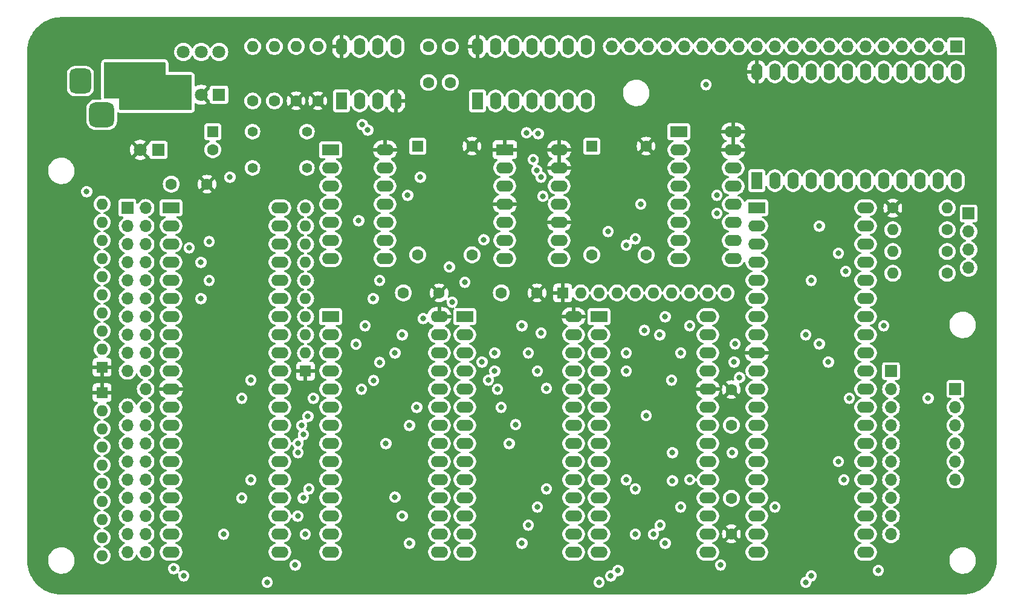
<source format=gbr>
%TF.GenerationSoftware,KiCad,Pcbnew,7.0.8*%
%TF.CreationDate,2023-10-17T16:49:02-04:00*%
%TF.ProjectId,jml-8-mini,6a6d6c2d-382d-46d6-996e-692e6b696361,rev?*%
%TF.SameCoordinates,Original*%
%TF.FileFunction,Copper,L3,Inr*%
%TF.FilePolarity,Positive*%
%FSLAX46Y46*%
G04 Gerber Fmt 4.6, Leading zero omitted, Abs format (unit mm)*
G04 Created by KiCad (PCBNEW 7.0.8) date 2023-10-17 16:49:02*
%MOMM*%
%LPD*%
G01*
G04 APERTURE LIST*
G04 Aperture macros list*
%AMRoundRect*
0 Rectangle with rounded corners*
0 $1 Rounding radius*
0 $2 $3 $4 $5 $6 $7 $8 $9 X,Y pos of 4 corners*
0 Add a 4 corners polygon primitive as box body*
4,1,4,$2,$3,$4,$5,$6,$7,$8,$9,$2,$3,0*
0 Add four circle primitives for the rounded corners*
1,1,$1+$1,$2,$3*
1,1,$1+$1,$4,$5*
1,1,$1+$1,$6,$7*
1,1,$1+$1,$8,$9*
0 Add four rect primitives between the rounded corners*
20,1,$1+$1,$2,$3,$4,$5,0*
20,1,$1+$1,$4,$5,$6,$7,0*
20,1,$1+$1,$6,$7,$8,$9,0*
20,1,$1+$1,$8,$9,$2,$3,0*%
G04 Aperture macros list end*
%TA.AperFunction,ComponentPad*%
%ADD10C,1.600000*%
%TD*%
%TA.AperFunction,ComponentPad*%
%ADD11O,1.600000X1.600000*%
%TD*%
%TA.AperFunction,ComponentPad*%
%ADD12R,2.400000X1.600000*%
%TD*%
%TA.AperFunction,ComponentPad*%
%ADD13O,2.400000X1.600000*%
%TD*%
%TA.AperFunction,ComponentPad*%
%ADD14R,1.600000X1.600000*%
%TD*%
%TA.AperFunction,ComponentPad*%
%ADD15R,1.800000X1.800000*%
%TD*%
%TA.AperFunction,ComponentPad*%
%ADD16C,1.800000*%
%TD*%
%TA.AperFunction,ComponentPad*%
%ADD17R,1.600000X2.400000*%
%TD*%
%TA.AperFunction,ComponentPad*%
%ADD18O,1.600000X2.400000*%
%TD*%
%TA.AperFunction,ComponentPad*%
%ADD19R,1.700000X1.700000*%
%TD*%
%TA.AperFunction,ComponentPad*%
%ADD20O,1.700000X1.700000*%
%TD*%
%TA.AperFunction,ComponentPad*%
%ADD21C,1.397000*%
%TD*%
%TA.AperFunction,ComponentPad*%
%ADD22R,3.500000X3.500000*%
%TD*%
%TA.AperFunction,ComponentPad*%
%ADD23RoundRect,0.750000X-0.750000X-1.000000X0.750000X-1.000000X0.750000X1.000000X-0.750000X1.000000X0*%
%TD*%
%TA.AperFunction,ComponentPad*%
%ADD24RoundRect,0.875000X-0.875000X-0.875000X0.875000X-0.875000X0.875000X0.875000X-0.875000X0.875000X0*%
%TD*%
%TA.AperFunction,ViaPad*%
%ADD25C,0.800000*%
%TD*%
G04 APERTURE END LIST*
D10*
%TO.N,/Peripherals/UART_Tx*%
%TO.C,R1*%
X212979000Y-80137000D03*
D11*
%TO.N,/Peripherals/RxDA*%
X205359000Y-80137000D03*
%TD*%
D12*
%TO.N,/A11*%
%TO.C,U1*%
X104262000Y-77059000D03*
D13*
%TO.N,/A12*%
X104262000Y-79599000D03*
%TO.N,/A13*%
X104262000Y-82139000D03*
%TO.N,/A14*%
X104262000Y-84679000D03*
%TO.N,/A15*%
X104262000Y-87219000D03*
%TO.N,/CLK*%
X104262000Y-89759000D03*
%TO.N,/D4*%
X104262000Y-92299000D03*
%TO.N,/D3*%
X104262000Y-94839000D03*
%TO.N,/D5*%
X104262000Y-97379000D03*
%TO.N,/D6*%
X104262000Y-99919000D03*
%TO.N,+5V*%
X104262000Y-102459000D03*
%TO.N,/D2*%
X104262000Y-104999000D03*
%TO.N,/D7*%
X104262000Y-107539000D03*
%TO.N,/D0*%
X104262000Y-110079000D03*
%TO.N,/D1*%
X104262000Y-112619000D03*
%TO.N,/~{INT}*%
X104262000Y-115159000D03*
%TO.N,/~{NMI}*%
X104262000Y-117699000D03*
%TO.N,/~{HALT}*%
X104262000Y-120239000D03*
%TO.N,/~{MREQ}*%
X104262000Y-122779000D03*
%TO.N,/~{IORQ}*%
X104262000Y-125319000D03*
%TO.N,/~{RD}*%
X119502000Y-125319000D03*
%TO.N,/~{WR}*%
X119502000Y-122779000D03*
%TO.N,/~{BUSACK}*%
X119502000Y-120239000D03*
%TO.N,/~{WAIT}*%
X119502000Y-117699000D03*
%TO.N,/~{BUSRQ}*%
X119502000Y-115159000D03*
%TO.N,/~{RESET}*%
X119502000Y-112619000D03*
%TO.N,/~{M1}*%
X119502000Y-110079000D03*
%TO.N,/~{RFSH}*%
X119502000Y-107539000D03*
%TO.N,GND*%
X119502000Y-104999000D03*
%TO.N,/A0*%
X119502000Y-102459000D03*
%TO.N,/A1*%
X119502000Y-99919000D03*
%TO.N,/A2*%
X119502000Y-97379000D03*
%TO.N,/A3*%
X119502000Y-94839000D03*
%TO.N,/A4*%
X119502000Y-92299000D03*
%TO.N,/A5*%
X119502000Y-89759000D03*
%TO.N,/A6*%
X119502000Y-87219000D03*
%TO.N,/A7*%
X119502000Y-84679000D03*
%TO.N,/A8*%
X119502000Y-82139000D03*
%TO.N,/A9*%
X119502000Y-79599000D03*
%TO.N,/A10*%
X119502000Y-77059000D03*
%TD*%
D14*
%TO.N,unconnected-(X2-EN-Pad1)*%
%TO.C,X2*%
X163190000Y-68423000D03*
D10*
%TO.N,GND*%
X163190000Y-83663000D03*
%TO.N,/Power\u002C Clock and Reset/2.4576MHz*%
X170810000Y-83663000D03*
%TO.N,+5V*%
X170810000Y-68423000D03*
%TD*%
D12*
%TO.N,GND*%
%TO.C,U8*%
X175382000Y-66421000D03*
D13*
%TO.N,/A2*%
X175382000Y-68961000D03*
%TO.N,/A3*%
X175382000Y-71501000D03*
%TO.N,/Address Decoding/Q0*%
X175382000Y-74041000D03*
%TO.N,/Address Decoding/Q1*%
X175382000Y-76581000D03*
%TO.N,/Address Decoding/Q2*%
X175382000Y-79121000D03*
%TO.N,/Address Decoding/Q3*%
X175382000Y-81661000D03*
%TO.N,GND*%
X175382000Y-84201000D03*
%TO.N,unconnected-(U8B-~{Q3}-Pad9)*%
X183002000Y-84201000D03*
%TO.N,unconnected-(U8B-~{Q2}-Pad10)*%
X183002000Y-81661000D03*
%TO.N,unconnected-(U8B-~{Q1}-Pad11)*%
X183002000Y-79121000D03*
%TO.N,unconnected-(U8B-~{Q0}-Pad12)*%
X183002000Y-76581000D03*
%TO.N,GND*%
X183002000Y-74041000D03*
X183002000Y-71501000D03*
%TO.N,+5V*%
X183002000Y-68961000D03*
X183002000Y-66421000D03*
%TD*%
D15*
%TO.N,/Power\u002C Clock and Reset/LED_TO_R*%
%TO.C,D1*%
X102489000Y-68931000D03*
D16*
%TO.N,+5V*%
X99949000Y-68931000D03*
%TD*%
D17*
%TO.N,GND*%
%TO.C,U11*%
X128148000Y-62073000D03*
D18*
%TO.N,/Power\u002C Clock and Reset/555Trigger*%
X130688000Y-62073000D03*
%TO.N,/Power\u002C Clock and Reset/555Out*%
X133228000Y-62073000D03*
%TO.N,+5V*%
X135768000Y-62073000D03*
%TO.N,/Power\u002C Clock and Reset/555Control*%
X135768000Y-54453000D03*
%TO.N,/Power\u002C Clock and Reset/555Dis{slash}Thr*%
X133228000Y-54453000D03*
X130688000Y-54453000D03*
%TO.N,+5V*%
X128148000Y-54453000D03*
%TD*%
D12*
%TO.N,/A14*%
%TO.C,U3*%
X145410000Y-92314000D03*
D13*
%TO.N,/A12*%
X145410000Y-94854000D03*
%TO.N,/A7*%
X145410000Y-97394000D03*
%TO.N,/A6*%
X145410000Y-99934000D03*
%TO.N,/A5*%
X145410000Y-102474000D03*
%TO.N,/A4*%
X145410000Y-105014000D03*
%TO.N,/A3*%
X145410000Y-107554000D03*
%TO.N,/A2*%
X145410000Y-110094000D03*
%TO.N,/A1*%
X145410000Y-112634000D03*
%TO.N,/A0*%
X145410000Y-115174000D03*
%TO.N,/D0*%
X145410000Y-117714000D03*
%TO.N,/D1*%
X145410000Y-120254000D03*
%TO.N,/D2*%
X145410000Y-122794000D03*
%TO.N,GND*%
X145410000Y-125334000D03*
%TO.N,/D3*%
X160650000Y-125334000D03*
%TO.N,/D4*%
X160650000Y-122794000D03*
%TO.N,/D5*%
X160650000Y-120254000D03*
%TO.N,/D6*%
X160650000Y-117714000D03*
%TO.N,/D7*%
X160650000Y-115174000D03*
%TO.N,/~{RAM}*%
X160650000Y-112634000D03*
%TO.N,/A10*%
X160650000Y-110094000D03*
%TO.N,/~{RD}*%
X160650000Y-107554000D03*
%TO.N,/A11*%
X160650000Y-105014000D03*
%TO.N,/A9*%
X160650000Y-102474000D03*
%TO.N,/A8*%
X160650000Y-99934000D03*
%TO.N,/A13*%
X160650000Y-97394000D03*
%TO.N,/~{WR}*%
X160650000Y-94854000D03*
%TO.N,+5V*%
X160650000Y-92314000D03*
%TD*%
D14*
%TO.N,+5V*%
%TO.C,RN3*%
X123108000Y-99949000D03*
D11*
%TO.N,/A2*%
X123108000Y-97409000D03*
%TO.N,/A3*%
X123108000Y-94869000D03*
%TO.N,/A4*%
X123108000Y-92329000D03*
%TO.N,/A5*%
X123108000Y-89789000D03*
%TO.N,/A6*%
X123108000Y-87249000D03*
%TO.N,/A7*%
X123108000Y-84709000D03*
%TO.N,/A8*%
X123108000Y-82169000D03*
%TO.N,/A9*%
X123108000Y-79629000D03*
%TO.N,/A10*%
X123108000Y-77089000D03*
%TD*%
D10*
%TO.N,+5V*%
%TO.C,C5*%
X155530000Y-88997000D03*
%TO.N,GND*%
X150530000Y-88997000D03*
%TD*%
%TO.N,+5V*%
%TO.C,R4*%
X205359000Y-77089000D03*
D11*
%TO.N,/Peripherals/RxDA*%
X212979000Y-77089000D03*
%TD*%
D10*
%TO.N,/Power\u002C Clock and Reset/555Dis{slash}Thr*%
%TO.C,C2*%
X140330000Y-54503000D03*
%TO.N,GND*%
X140330000Y-59503000D03*
%TD*%
D14*
%TO.N,+5V*%
%TO.C,RN4*%
X159126000Y-88997000D03*
D11*
%TO.N,/~{ROM WE}*%
X161666000Y-88997000D03*
%TO.N,/~{ROM}*%
X164206000Y-88997000D03*
%TO.N,/~{RAM}*%
X166746000Y-88997000D03*
%TO.N,/CTC IEI*%
X169286000Y-88997000D03*
%TO.N,/~{CTC}*%
X171826000Y-88997000D03*
%TO.N,/~{SIO SYNCA}*%
X174366000Y-88997000D03*
%TO.N,/A0*%
X176906000Y-88997000D03*
%TO.N,/A1*%
X179446000Y-88997000D03*
%TO.N,/~{SIO}*%
X181986000Y-88997000D03*
%TD*%
D17*
%TO.N,GND*%
%TO.C,U7*%
X186304000Y-73249000D03*
D18*
%TO.N,/A4*%
X188844000Y-73249000D03*
%TO.N,/A5*%
X191384000Y-73249000D03*
%TO.N,/Address Decoding/Y7*%
X193924000Y-73249000D03*
%TO.N,/Address Decoding/Y6*%
X196464000Y-73249000D03*
%TO.N,/Address Decoding/Y5*%
X199004000Y-73249000D03*
%TO.N,/Address Decoding/Y4*%
X201544000Y-73249000D03*
%TO.N,/Address Decoding/Y3*%
X204084000Y-73249000D03*
%TO.N,/Address Decoding/Y1*%
X206624000Y-73249000D03*
%TO.N,/Address Decoding/Y2*%
X209164000Y-73249000D03*
%TO.N,/Address Decoding/Y0*%
X211704000Y-73249000D03*
%TO.N,GND*%
X214244000Y-73249000D03*
%TO.N,/Address Decoding/Y13*%
X214244000Y-58009000D03*
%TO.N,/Address Decoding/Y12*%
X211704000Y-58009000D03*
%TO.N,/Address Decoding/Y15*%
X209164000Y-58009000D03*
%TO.N,/Address Decoding/Y14*%
X206624000Y-58009000D03*
%TO.N,/Address Decoding/Y9*%
X204084000Y-58009000D03*
%TO.N,/Address Decoding/Y8*%
X201544000Y-58009000D03*
%TO.N,/Address Decoding/Y11*%
X199004000Y-58009000D03*
%TO.N,/Address Decoding/Y10*%
X196464000Y-58009000D03*
%TO.N,/A6*%
X193924000Y-58009000D03*
%TO.N,/A7*%
X191384000Y-58009000D03*
%TO.N,GND*%
X188844000Y-58009000D03*
%TO.N,+5V*%
X186304000Y-58009000D03*
%TD*%
D12*
%TO.N,/D1*%
%TO.C,U5*%
X186299000Y-77064000D03*
D13*
%TO.N,/D3*%
X186299000Y-79604000D03*
%TO.N,/D5*%
X186299000Y-82144000D03*
%TO.N,/D7*%
X186299000Y-84684000D03*
%TO.N,/~{INT}*%
X186299000Y-87224000D03*
%TO.N,/Peripherals/SIO_IEI*%
X186299000Y-89764000D03*
%TO.N,/Peripherals/SIO_IEO*%
X186299000Y-92304000D03*
%TO.N,/~{M1}*%
X186299000Y-94844000D03*
%TO.N,+5V*%
X186299000Y-97384000D03*
%TO.N,unconnected-(U5-~{W}{slash}~{RDYA}-Pad10)*%
X186299000Y-99924000D03*
%TO.N,/~{SIO SYNCA}*%
X186299000Y-102464000D03*
%TO.N,/Peripherals/RxDA*%
X186299000Y-105004000D03*
%TO.N,/Peripherals/SIO_UART_CLK*%
X186299000Y-107544000D03*
X186299000Y-110084000D03*
%TO.N,/Peripherals/TxDA*%
X186299000Y-112624000D03*
%TO.N,/Peripherals/~{DTRA}*%
X186299000Y-115164000D03*
%TO.N,unconnected-(U5-~{RTSA}-Pad17)*%
X186299000Y-117704000D03*
%TO.N,GND*%
X186299000Y-120244000D03*
X186299000Y-122784000D03*
%TO.N,/CLK*%
X186299000Y-125324000D03*
%TO.N,/~{RESET}*%
X201539000Y-125324000D03*
%TO.N,/Peripherals/~{DCDB}*%
X201539000Y-122784000D03*
%TO.N,/Peripherals/~{CTSB}*%
X201539000Y-120244000D03*
%TO.N,/Peripherals/~{RTSB}*%
X201539000Y-117704000D03*
%TO.N,/Peripherals/~{DTRB}*%
X201539000Y-115164000D03*
%TO.N,/Peripherals/TxDB*%
X201539000Y-112624000D03*
%TO.N,/Peripherals/~{RxTxCB}*%
X201539000Y-110084000D03*
%TO.N,/Peripherals/RxDB*%
X201539000Y-107544000D03*
%TO.N,/Peripherals/~{SYNCB}*%
X201539000Y-105004000D03*
%TO.N,/Peripherals/~{W}{slash}~{RDYB}*%
X201539000Y-102464000D03*
%TO.N,GND*%
X201539000Y-99924000D03*
%TO.N,/~{RD}*%
X201539000Y-97384000D03*
%TO.N,/A0*%
X201539000Y-94844000D03*
%TO.N,/A1*%
X201539000Y-92304000D03*
%TO.N,/~{SIO}*%
X201539000Y-89764000D03*
%TO.N,/~{IORQ}*%
X201539000Y-87224000D03*
%TO.N,/D6*%
X201539000Y-84684000D03*
%TO.N,/D4*%
X201539000Y-82144000D03*
%TO.N,/D2*%
X201539000Y-79604000D03*
%TO.N,/D0*%
X201539000Y-77064000D03*
%TD*%
D14*
%TO.N,+5V*%
%TO.C,RN2*%
X94610000Y-99411000D03*
D11*
%TO.N,/D6*%
X94610000Y-96871000D03*
%TO.N,/D5*%
X94610000Y-94331000D03*
%TO.N,/D3*%
X94610000Y-91791000D03*
%TO.N,/D4*%
X94610000Y-89251000D03*
%TO.N,/A15*%
X94610000Y-86711000D03*
%TO.N,/A14*%
X94610000Y-84171000D03*
%TO.N,/A13*%
X94610000Y-81631000D03*
%TO.N,/A12*%
X94610000Y-79091000D03*
%TO.N,/A11*%
X94610000Y-76551000D03*
%TD*%
D10*
%TO.N,+5V*%
%TO.C,C4*%
X141814000Y-88997000D03*
%TO.N,GND*%
X136814000Y-88997000D03*
%TD*%
D17*
%TO.N,/A15*%
%TO.C,U9*%
X147183000Y-62073000D03*
D18*
%TO.N,/~{MREQ}*%
X149723000Y-62073000D03*
%TO.N,/~{ROM}*%
X152263000Y-62073000D03*
%TO.N,/~{MREQ}*%
X154803000Y-62073000D03*
%TO.N,/Address Decoding/~{A15}*%
X157343000Y-62073000D03*
%TO.N,/~{RAM}*%
X159883000Y-62073000D03*
%TO.N,GND*%
X162423000Y-62073000D03*
%TO.N,/~{SIO}*%
X162423000Y-54453000D03*
%TO.N,/Address Decoding/Y0*%
X159883000Y-54453000D03*
%TO.N,/Address Decoding/Q1*%
X157343000Y-54453000D03*
%TO.N,/~{CTC}*%
X154803000Y-54453000D03*
%TO.N,/Address Decoding/Y0*%
X152263000Y-54453000D03*
%TO.N,/Address Decoding/Q2*%
X149723000Y-54453000D03*
%TO.N,+5V*%
X147183000Y-54453000D03*
%TD*%
D19*
%TO.N,/Peripherals/SIO_IEO*%
%TO.C,J2*%
X205105000Y-99949000D03*
D20*
%TO.N,/Peripherals/~{W}{slash}~{RDYB}*%
X205105000Y-102489000D03*
%TO.N,/Peripherals/~{SYNCB}*%
X205105000Y-105029000D03*
%TO.N,/Peripherals/RxDB*%
X205105000Y-107569000D03*
%TO.N,/Peripherals/~{RxTxCB}*%
X205105000Y-110109000D03*
%TO.N,/Peripherals/TxDB*%
X205105000Y-112649000D03*
%TO.N,/Peripherals/~{DTRB}*%
X205105000Y-115189000D03*
%TO.N,/Peripherals/~{RTSB}*%
X205105000Y-117729000D03*
%TO.N,/Peripherals/~{CTSB}*%
X205105000Y-120269000D03*
%TO.N,/Peripherals/~{DCDB}*%
X205105000Y-122809000D03*
%TD*%
D21*
%TO.N,GND*%
%TO.C,SW1*%
X123312000Y-71471000D03*
X115692000Y-71471000D03*
%TO.N,/Power\u002C Clock and Reset/555Trigger*%
X123312000Y-66391000D03*
X115692000Y-66391000D03*
%TD*%
D10*
%TO.N,/Peripherals/UART_Rx*%
%TO.C,R2*%
X212979000Y-83185000D03*
D11*
%TO.N,/Peripherals/TxDA*%
X205359000Y-83185000D03*
%TD*%
D12*
%TO.N,/D4*%
%TO.C,U4*%
X164206000Y-92314000D03*
D13*
%TO.N,/D5*%
X164206000Y-94854000D03*
%TO.N,/D6*%
X164206000Y-97394000D03*
%TO.N,/D7*%
X164206000Y-99934000D03*
%TO.N,GND*%
X164206000Y-102474000D03*
%TO.N,/~{RD}*%
X164206000Y-105014000D03*
%TO.N,/Peripherals/SIO_UART_CLK*%
X164206000Y-107554000D03*
%TO.N,/Peripherals/ZC{slash}TO1*%
X164206000Y-110094000D03*
%TO.N,/Peripherals/ZC{slash}TO2*%
X164206000Y-112634000D03*
%TO.N,/~{IORQ}*%
X164206000Y-115174000D03*
%TO.N,/Peripherals/SIO_IEI*%
X164206000Y-117714000D03*
%TO.N,/~{INT}*%
X164206000Y-120254000D03*
%TO.N,/CTC IEI*%
X164206000Y-122794000D03*
%TO.N,/~{M1}*%
X164206000Y-125334000D03*
%TO.N,/CLK*%
X179446000Y-125334000D03*
%TO.N,/~{CTC}*%
X179446000Y-122794000D03*
%TO.N,/~{RESET}*%
X179446000Y-120254000D03*
%TO.N,/A0*%
X179446000Y-117714000D03*
%TO.N,/A1*%
X179446000Y-115174000D03*
%TO.N,/Peripherals/CLK{slash}TRG3*%
X179446000Y-112634000D03*
%TO.N,/Peripherals/CLK{slash}TRG2*%
X179446000Y-110094000D03*
%TO.N,/Peripherals/CLK{slash}TRG1*%
X179446000Y-107554000D03*
%TO.N,/Peripherals/UART CLK*%
X179446000Y-105014000D03*
%TO.N,+5V*%
X179446000Y-102474000D03*
%TO.N,/D0*%
X179446000Y-99934000D03*
%TO.N,/D1*%
X179446000Y-97394000D03*
%TO.N,/D2*%
X179446000Y-94854000D03*
%TO.N,/D3*%
X179446000Y-92314000D03*
%TD*%
D19*
%TO.N,/A11*%
%TO.C,J6*%
X98166000Y-77059000D03*
D20*
%TO.N,/A10*%
X100706000Y-77059000D03*
%TO.N,/A12*%
X98166000Y-79599000D03*
%TO.N,/A9*%
X100706000Y-79599000D03*
%TO.N,/A13*%
X98166000Y-82139000D03*
%TO.N,/A8*%
X100706000Y-82139000D03*
%TO.N,/A14*%
X98166000Y-84679000D03*
%TO.N,/A7*%
X100706000Y-84679000D03*
%TO.N,/A15*%
X98166000Y-87219000D03*
%TO.N,/A6*%
X100706000Y-87219000D03*
%TO.N,/CLK*%
X98166000Y-89759000D03*
%TO.N,/A5*%
X100706000Y-89759000D03*
%TO.N,/D4*%
X98166000Y-92299000D03*
%TO.N,/A4*%
X100706000Y-92299000D03*
%TO.N,/D3*%
X98166000Y-94839000D03*
%TO.N,/A3*%
X100706000Y-94839000D03*
%TO.N,/D5*%
X98166000Y-97379000D03*
%TO.N,/A2*%
X100706000Y-97379000D03*
%TO.N,/D6*%
X98166000Y-99919000D03*
%TO.N,/A1*%
X100706000Y-99919000D03*
%TO.N,+5V*%
X98166000Y-102459000D03*
%TO.N,/A0*%
X100706000Y-102459000D03*
%TO.N,/D2*%
X98166000Y-104999000D03*
%TO.N,GND*%
X100706000Y-104999000D03*
%TO.N,/D7*%
X98166000Y-107539000D03*
%TO.N,/~{RFSH}*%
X100706000Y-107539000D03*
%TO.N,/D0*%
X98166000Y-110079000D03*
%TO.N,/~{M1}*%
X100706000Y-110079000D03*
%TO.N,/D1*%
X98166000Y-112619000D03*
%TO.N,/~{RESET}*%
X100706000Y-112619000D03*
%TO.N,/~{INT}*%
X98166000Y-115159000D03*
%TO.N,/~{BUSRQ}*%
X100706000Y-115159000D03*
%TO.N,/~{NMI}*%
X98166000Y-117699000D03*
%TO.N,/~{WAIT}*%
X100706000Y-117699000D03*
%TO.N,/~{HALT}*%
X98166000Y-120239000D03*
%TO.N,/~{BUSACK}*%
X100706000Y-120239000D03*
%TO.N,/~{MREQ}*%
X98166000Y-122779000D03*
%TO.N,/~{WR}*%
X100706000Y-122779000D03*
%TO.N,/~{IORQ}*%
X98166000Y-125319000D03*
%TO.N,/~{RD}*%
X100706000Y-125319000D03*
%TD*%
D22*
%TO.N,/Power\u002C Clock and Reset/PWR_IN*%
%TO.C,J1*%
X97567000Y-59309000D03*
D23*
%TO.N,GND*%
X91567000Y-59309000D03*
D24*
X94567000Y-64009000D03*
%TD*%
D15*
%TO.N,/Power\u002C Clock and Reset/SW_TO_R*%
%TO.C,SW2*%
X110998000Y-61214000D03*
D16*
%TO.N,+5V*%
X108498000Y-61214000D03*
%TO.N,/Power\u002C Clock and Reset/PWR_IN*%
X105998000Y-61214000D03*
%TO.N,unconnected-(SW2-A-Pad4)*%
X110998000Y-55214000D03*
%TO.N,unconnected-(SW2-B-Pad5)*%
X108498000Y-55214000D03*
%TO.N,unconnected-(SW2-C-Pad6)*%
X105998000Y-55214000D03*
%TD*%
D10*
%TO.N,/Power\u002C Clock and Reset/SW_TO_R*%
%TO.C,R8*%
X115697000Y-62083000D03*
D11*
%TO.N,GND*%
X115697000Y-54463000D03*
%TD*%
D10*
%TO.N,+5V*%
%TO.C,C8*%
X109302000Y-73757000D03*
%TO.N,GND*%
X104302000Y-73757000D03*
%TD*%
%TO.N,+5V*%
%TO.C,R6*%
X121788000Y-62073000D03*
D11*
%TO.N,/Power\u002C Clock and Reset/555Trigger*%
X121788000Y-54453000D03*
%TD*%
D19*
%TO.N,/Address Decoding/Y13*%
%TO.C,J5*%
X214244000Y-54453000D03*
D20*
%TO.N,/Address Decoding/Y0*%
X211704000Y-54453000D03*
%TO.N,/Address Decoding/Y12*%
X209164000Y-54453000D03*
%TO.N,/Address Decoding/Y2*%
X206624000Y-54453000D03*
%TO.N,/Address Decoding/Y15*%
X204084000Y-54453000D03*
%TO.N,/Address Decoding/Y14*%
X201544000Y-54453000D03*
%TO.N,/Address Decoding/Y9*%
X199004000Y-54453000D03*
%TO.N,/Address Decoding/Y8*%
X196464000Y-54453000D03*
%TO.N,/Address Decoding/Y11*%
X193924000Y-54453000D03*
%TO.N,/Address Decoding/Y10*%
X191384000Y-54453000D03*
%TO.N,/Address Decoding/Y1*%
X188844000Y-54453000D03*
%TO.N,/Address Decoding/Y3*%
X186304000Y-54453000D03*
%TO.N,/Address Decoding/Y4*%
X183764000Y-54453000D03*
%TO.N,/Address Decoding/Y5*%
X181224000Y-54453000D03*
%TO.N,/Address Decoding/Y6*%
X178684000Y-54453000D03*
%TO.N,/Address Decoding/Y7*%
X176144000Y-54453000D03*
%TO.N,/Address Decoding/Q3*%
X173604000Y-54453000D03*
%TO.N,/Address Decoding/Q2*%
X171064000Y-54453000D03*
%TO.N,/Address Decoding/Q1*%
X168524000Y-54453000D03*
%TO.N,/Address Decoding/Q0*%
X165984000Y-54453000D03*
%TD*%
D10*
%TO.N,+5V*%
%TO.C,R5*%
X124836000Y-62073000D03*
D11*
%TO.N,/Power\u002C Clock and Reset/555Dis{slash}Thr*%
X124836000Y-54453000D03*
%TD*%
D10*
%TO.N,/Power\u002C Clock and Reset/LED_TO_R*%
%TO.C,R7*%
X118740000Y-62083000D03*
D11*
%TO.N,GND*%
X118740000Y-54463000D03*
%TD*%
D14*
%TO.N,/Power\u002C Clock and Reset/555Trigger*%
%TO.C,C3*%
X110109000Y-66421000D03*
D10*
%TO.N,GND*%
X110109000Y-68921000D03*
%TD*%
D14*
%TO.N,+5V*%
%TO.C,RN1*%
X94610000Y-102967000D03*
D11*
%TO.N,/D2*%
X94610000Y-105507000D03*
%TO.N,/D7*%
X94610000Y-108047000D03*
%TO.N,/D0*%
X94610000Y-110587000D03*
%TO.N,/D1*%
X94610000Y-113127000D03*
%TO.N,/~{INT}*%
X94610000Y-115667000D03*
%TO.N,/~{NMI}*%
X94610000Y-118207000D03*
%TO.N,/~{RESET}*%
X94610000Y-120747000D03*
%TO.N,/~{BUSRQ}*%
X94610000Y-123287000D03*
%TO.N,/~{WAIT}*%
X94610000Y-125827000D03*
%TD*%
D10*
%TO.N,GND*%
%TO.C,C1*%
X143378000Y-59503000D03*
%TO.N,/Power\u002C Clock and Reset/555Control*%
X143378000Y-54503000D03*
%TD*%
%TO.N,+5V*%
%TO.C,C6*%
X182753000Y-122769000D03*
%TO.N,GND*%
X182753000Y-117769000D03*
%TD*%
D12*
%TO.N,unconnected-(U2-NC-Pad1)*%
%TO.C,U2*%
X126609000Y-92299000D03*
D13*
%TO.N,/A12*%
X126609000Y-94839000D03*
%TO.N,/A7*%
X126609000Y-97379000D03*
%TO.N,/A6*%
X126609000Y-99919000D03*
%TO.N,/A5*%
X126609000Y-102459000D03*
%TO.N,/A4*%
X126609000Y-104999000D03*
%TO.N,/A3*%
X126609000Y-107539000D03*
%TO.N,/A2*%
X126609000Y-110079000D03*
%TO.N,/A1*%
X126609000Y-112619000D03*
%TO.N,/A0*%
X126609000Y-115159000D03*
%TO.N,/D0*%
X126609000Y-117699000D03*
%TO.N,/D1*%
X126609000Y-120239000D03*
%TO.N,/D2*%
X126609000Y-122779000D03*
%TO.N,GND*%
X126609000Y-125319000D03*
%TO.N,/D3*%
X141849000Y-125319000D03*
%TO.N,/D4*%
X141849000Y-122779000D03*
%TO.N,/D5*%
X141849000Y-120239000D03*
%TO.N,/D6*%
X141849000Y-117699000D03*
%TO.N,/D7*%
X141849000Y-115159000D03*
%TO.N,/~{ROM}*%
X141849000Y-112619000D03*
%TO.N,/A10*%
X141849000Y-110079000D03*
%TO.N,/~{RD}*%
X141849000Y-107539000D03*
%TO.N,/A11*%
X141849000Y-104999000D03*
%TO.N,/A9*%
X141849000Y-102459000D03*
%TO.N,/A8*%
X141849000Y-99919000D03*
%TO.N,unconnected-(U2-NC-Pad26)*%
X141849000Y-97379000D03*
%TO.N,/~{ROM WE}*%
X141849000Y-94839000D03*
%TO.N,+5V*%
X141849000Y-92299000D03*
%TD*%
D19*
%TO.N,/Peripherals/ZC{slash}TO1*%
%TO.C,J4*%
X214117000Y-102459000D03*
D20*
%TO.N,/Peripherals/CLK{slash}TRG1*%
X214117000Y-104999000D03*
%TO.N,/Peripherals/CLK{slash}TRG2*%
X214117000Y-107539000D03*
%TO.N,/Peripherals/CLK{slash}TRG3*%
X214117000Y-110079000D03*
%TO.N,/Peripherals/ZC{slash}TO2*%
X214117000Y-112619000D03*
%TO.N,/CTC IEI*%
X214117000Y-115159000D03*
%TD*%
D10*
%TO.N,/Peripherals/UART_CTS*%
%TO.C,R3*%
X212979000Y-86233000D03*
D11*
%TO.N,/Peripherals/~{DTRA}*%
X205359000Y-86233000D03*
%TD*%
D19*
%TO.N,GND*%
%TO.C,J3*%
X215970000Y-77851000D03*
D20*
%TO.N,/Peripherals/UART_Tx*%
X215970000Y-80391000D03*
%TO.N,/Peripherals/UART_Rx*%
X215970000Y-82931000D03*
%TO.N,/Peripherals/UART_CTS*%
X215970000Y-85471000D03*
%TD*%
D10*
%TO.N,+5V*%
%TO.C,C7*%
X182748000Y-102539000D03*
%TO.N,GND*%
X182748000Y-107539000D03*
%TD*%
D12*
%TO.N,/Power\u002C Clock and Reset/555Out*%
%TO.C,U6*%
X126614000Y-68931000D03*
D13*
%TO.N,/~{RESET}*%
X126614000Y-71471000D03*
%TO.N,/A15*%
X126614000Y-74011000D03*
%TO.N,/Address Decoding/~{A15}*%
X126614000Y-76551000D03*
%TO.N,GND*%
X126614000Y-79091000D03*
%TO.N,unconnected-(U6-Pad6)*%
X126614000Y-81631000D03*
%TO.N,GND*%
X126614000Y-84171000D03*
%TO.N,unconnected-(U6-Pad8)*%
X134234000Y-84171000D03*
%TO.N,GND*%
X134234000Y-81631000D03*
%TO.N,unconnected-(U6-Pad10)*%
X134234000Y-79091000D03*
%TO.N,GND*%
X134234000Y-76551000D03*
%TO.N,unconnected-(U6-Pad12)*%
X134234000Y-74011000D03*
%TO.N,GND*%
X134234000Y-71471000D03*
%TO.N,+5V*%
X134234000Y-68931000D03*
%TD*%
D14*
%TO.N,unconnected-(X1-EN-Pad1)*%
%TO.C,X1*%
X138806000Y-68423000D03*
D10*
%TO.N,GND*%
X138806000Y-83663000D03*
%TO.N,/Power\u002C Clock and Reset/8MHz*%
X146426000Y-83663000D03*
%TO.N,+5V*%
X146426000Y-68423000D03*
%TD*%
D12*
%TO.N,+5V*%
%TO.C,U10*%
X151008000Y-68926000D03*
D13*
%TO.N,/Power\u002C Clock and Reset/DFFA_DataIn*%
X151008000Y-71466000D03*
%TO.N,/Power\u002C Clock and Reset/8MHz*%
X151008000Y-74006000D03*
%TO.N,+5V*%
X151008000Y-76546000D03*
%TO.N,/CLK*%
X151008000Y-79086000D03*
%TO.N,/Power\u002C Clock and Reset/DFFA_DataIn*%
X151008000Y-81626000D03*
%TO.N,GND*%
X151008000Y-84166000D03*
%TO.N,/Power\u002C Clock and Reset/DFFB_DataIn*%
X158628000Y-84166000D03*
%TO.N,/Peripherals/UART CLK*%
X158628000Y-81626000D03*
%TO.N,+5V*%
X158628000Y-79086000D03*
%TO.N,/Power\u002C Clock and Reset/2.4576MHz*%
X158628000Y-76546000D03*
%TO.N,/Power\u002C Clock and Reset/DFFB_DataIn*%
X158628000Y-74006000D03*
%TO.N,+5V*%
X158628000Y-71466000D03*
X158628000Y-68926000D03*
%TD*%
D25*
%TO.N,/Peripherals/SIO_IEO*%
X204089000Y-93599000D03*
%TO.N,/Peripherals/ZC{slash}TO1*%
X182880000Y-111379000D03*
X183896000Y-100838000D03*
%TO.N,/CTC IEI*%
X169291000Y-122809000D03*
X169286000Y-116459000D03*
%TO.N,/A11*%
X138684000Y-105029000D03*
X137414000Y-75311000D03*
%TO.N,/A10*%
X134366000Y-110109000D03*
%TO.N,/A12*%
X130556000Y-78867000D03*
X131445000Y-93599000D03*
%TO.N,/A9*%
X130937000Y-102489000D03*
%TO.N,/A13*%
X109601000Y-81788000D03*
X147828000Y-98679000D03*
X109601000Y-87249000D03*
X143256000Y-85344000D03*
%TO.N,/A8*%
X148717000Y-101219000D03*
X148082000Y-81534000D03*
%TO.N,/A14*%
X108458000Y-84709000D03*
X108458000Y-89789000D03*
X145415000Y-87503000D03*
%TO.N,/A7*%
X154051000Y-66548000D03*
X149606000Y-97409000D03*
X130175000Y-96169000D03*
%TO.N,/A15*%
X92456000Y-74803000D03*
X131064000Y-65405000D03*
%TO.N,/A6*%
X149606000Y-99949000D03*
X133477000Y-87249000D03*
X155702000Y-66675000D03*
X133477000Y-98709000D03*
%TO.N,/CLK*%
X106807000Y-82677000D03*
X170561000Y-94234000D03*
%TO.N,/A5*%
X132640500Y-101249000D03*
X155003500Y-70294500D03*
X132588000Y-89789000D03*
X149987000Y-102489000D03*
%TO.N,/D4*%
X165481000Y-80391000D03*
X153416000Y-124079000D03*
X153416000Y-93599000D03*
%TO.N,/A4*%
X150495000Y-105029000D03*
X155511500Y-71818500D03*
%TO.N,/D3*%
X180721000Y-77851000D03*
X173482000Y-92329000D03*
X139573000Y-92583000D03*
X173482000Y-124079000D03*
%TO.N,/A3*%
X152527000Y-107442000D03*
X122555000Y-107569000D03*
X156337000Y-75438000D03*
%TO.N,/D5*%
X136652000Y-120239000D03*
X136652000Y-94869000D03*
X183261000Y-96139000D03*
X154305000Y-97409000D03*
X154305000Y-121539000D03*
%TO.N,/A2*%
X151638000Y-110109000D03*
X122047500Y-110079000D03*
X156083000Y-72771000D03*
%TO.N,/D6*%
X135636000Y-97409000D03*
X155575000Y-99949000D03*
X135636000Y-117602000D03*
X168021000Y-82296000D03*
X168021000Y-97409000D03*
X155575000Y-118999000D03*
%TO.N,/A1*%
X174498000Y-111379000D03*
X115443000Y-101219000D03*
X174498000Y-115316000D03*
X115443000Y-115189000D03*
%TO.N,/A0*%
X176911000Y-115179000D03*
X114173000Y-117729000D03*
X114173000Y-103759000D03*
X176911000Y-93599000D03*
%TO.N,/D2*%
X172757500Y-121539000D03*
X195072000Y-96139000D03*
X124206000Y-103759000D03*
X172720000Y-94869000D03*
X195072000Y-79629000D03*
%TO.N,/D7*%
X123571000Y-116459000D03*
X123444000Y-106299000D03*
X156845000Y-102362000D03*
X156845000Y-116459000D03*
X183134000Y-98679000D03*
%TO.N,/D0*%
X122809000Y-108839000D03*
X196342000Y-98679000D03*
X168021000Y-115189000D03*
X122771500Y-117729000D03*
X168021000Y-99949000D03*
%TO.N,/~{M1}*%
X193167000Y-129540000D03*
X117729000Y-129540000D03*
X164211000Y-129540000D03*
X193167000Y-94869000D03*
%TO.N,/D1*%
X175641000Y-97409000D03*
X122047000Y-111379000D03*
X175641000Y-118999000D03*
X180721000Y-75311000D03*
X122009500Y-120269000D03*
%TO.N,/~{RESET}*%
X181229000Y-127127000D03*
X121666000Y-127127000D03*
%TO.N,/~{INT}*%
X193929000Y-128651000D03*
X193929000Y-87249000D03*
X165862000Y-128651000D03*
X106045000Y-128651000D03*
%TO.N,/~{MREQ}*%
X139192000Y-72771000D03*
X112522000Y-72771000D03*
X111633000Y-122809000D03*
%TO.N,/~{WR}*%
X123063000Y-122809000D03*
%TO.N,/~{IORQ}*%
X166878000Y-127889000D03*
X104648000Y-127635000D03*
X203327000Y-127889000D03*
%TO.N,/~{RD}*%
X137668000Y-107569000D03*
X199263000Y-103759000D03*
X137668000Y-124079000D03*
%TO.N,/Peripherals/RxDA*%
X210312000Y-103759000D03*
%TO.N,/Peripherals/TxDA*%
X197739000Y-112624000D03*
X197739000Y-83439000D03*
%TO.N,/Peripherals/~{DTRA}*%
X198501000Y-115189000D03*
X198755000Y-85979000D03*
%TO.N,/~{SIO SYNCA}*%
X174371000Y-101219000D03*
%TO.N,/~{ROM WE}*%
X156083000Y-94615000D03*
%TO.N,/~{ROM}*%
X143637000Y-90297000D03*
%TO.N,/~{CTC}*%
X171831000Y-122809000D03*
%TO.N,/~{SIO}*%
X179197000Y-59817000D03*
%TO.N,/Peripherals/SIO_IEI*%
X188849000Y-118999000D03*
%TO.N,/Peripherals/UART CLK*%
X169291000Y-81407000D03*
X170815000Y-106172000D03*
%TO.N,/Address Decoding/~{A15}*%
X131826000Y-66167000D03*
%TO.N,/Power\u002C Clock and Reset/2.4576MHz*%
X170053000Y-76546000D03*
%TD*%
%TA.AperFunction,Conductor*%
%TO.N,+5V*%
G36*
X183256000Y-68649314D02*
G01*
X183240045Y-68633359D01*
X183127148Y-68575835D01*
X183033481Y-68561000D01*
X182970519Y-68561000D01*
X182876852Y-68575835D01*
X182763955Y-68633359D01*
X182748000Y-68649314D01*
X182748000Y-66732686D01*
X182763955Y-66748641D01*
X182876852Y-66806165D01*
X182970519Y-66821000D01*
X183033481Y-66821000D01*
X183127148Y-66806165D01*
X183240045Y-66748641D01*
X183256000Y-66732686D01*
X183256000Y-68649314D01*
G37*
%TD.AperFunction*%
%TA.AperFunction,Conductor*%
G36*
X158882000Y-71154314D02*
G01*
X158866045Y-71138359D01*
X158753148Y-71080835D01*
X158659481Y-71066000D01*
X158596519Y-71066000D01*
X158502852Y-71080835D01*
X158389955Y-71138359D01*
X158374000Y-71154314D01*
X158374000Y-69237686D01*
X158389955Y-69253641D01*
X158502852Y-69311165D01*
X158596519Y-69326000D01*
X158659481Y-69326000D01*
X158753148Y-69311165D01*
X158866045Y-69253641D01*
X158882000Y-69237686D01*
X158882000Y-71154314D01*
G37*
%TD.AperFunction*%
%TA.AperFunction,Conductor*%
G36*
X215551394Y-50361349D02*
G01*
X215556867Y-50361827D01*
X215964409Y-50415481D01*
X215969789Y-50416430D01*
X216371114Y-50505402D01*
X216376388Y-50506815D01*
X216768429Y-50630425D01*
X216773581Y-50632301D01*
X217153338Y-50789601D01*
X217158306Y-50791917D01*
X217522926Y-50981727D01*
X217527648Y-50984453D01*
X217874336Y-51205317D01*
X217878833Y-51208466D01*
X218204940Y-51458697D01*
X218209152Y-51462232D01*
X218512193Y-51739917D01*
X218516082Y-51743806D01*
X218793767Y-52046847D01*
X218797302Y-52051059D01*
X219047533Y-52377166D01*
X219050685Y-52381668D01*
X219271542Y-52728344D01*
X219274276Y-52733081D01*
X219464074Y-53097677D01*
X219466398Y-53102661D01*
X219623698Y-53482418D01*
X219625578Y-53487583D01*
X219748788Y-53878355D01*
X219749178Y-53879590D01*
X219750601Y-53884901D01*
X219839566Y-54286194D01*
X219840521Y-54291609D01*
X219894171Y-54699128D01*
X219894650Y-54704605D01*
X219912700Y-55118000D01*
X219912700Y-126492000D01*
X219894650Y-126905394D01*
X219894171Y-126910871D01*
X219840521Y-127318390D01*
X219839566Y-127323805D01*
X219750601Y-127725098D01*
X219749178Y-127730409D01*
X219625579Y-128122414D01*
X219623698Y-128127581D01*
X219466398Y-128507338D01*
X219464074Y-128512322D01*
X219283487Y-128859227D01*
X219274284Y-128876905D01*
X219271535Y-128881667D01*
X219050687Y-129228328D01*
X219047533Y-129232833D01*
X218797302Y-129558940D01*
X218793767Y-129563152D01*
X218516082Y-129866193D01*
X218512193Y-129870082D01*
X218209152Y-130147767D01*
X218204940Y-130151302D01*
X217878833Y-130401533D01*
X217874328Y-130404687D01*
X217527667Y-130625535D01*
X217522905Y-130628284D01*
X217158322Y-130818074D01*
X217153338Y-130820398D01*
X216773581Y-130977698D01*
X216768414Y-130979579D01*
X216376409Y-131103178D01*
X216371098Y-131104601D01*
X215969805Y-131193566D01*
X215964390Y-131194521D01*
X215556871Y-131248171D01*
X215551394Y-131248650D01*
X215138000Y-131266700D01*
X88900000Y-131266700D01*
X88486605Y-131248650D01*
X88481128Y-131248171D01*
X88073609Y-131194521D01*
X88068194Y-131193566D01*
X87666901Y-131104601D01*
X87661596Y-131103179D01*
X87269583Y-130979578D01*
X87264418Y-130977698D01*
X86884661Y-130820398D01*
X86879683Y-130818077D01*
X86515081Y-130628276D01*
X86510344Y-130625542D01*
X86163668Y-130404685D01*
X86159166Y-130401533D01*
X85833059Y-130151302D01*
X85828847Y-130147767D01*
X85525806Y-129870082D01*
X85521917Y-129866193D01*
X85244232Y-129563152D01*
X85240697Y-129558940D01*
X85226164Y-129540000D01*
X116942555Y-129540000D01*
X116962273Y-129715000D01*
X116962274Y-129715002D01*
X117020437Y-129881225D01*
X117020438Y-129881226D01*
X117114133Y-130030340D01*
X117114136Y-130030343D01*
X117114136Y-130030344D01*
X117238655Y-130154863D01*
X117238657Y-130154864D01*
X117238660Y-130154867D01*
X117387774Y-130248562D01*
X117554000Y-130306727D01*
X117729000Y-130326445D01*
X117904000Y-130306727D01*
X118070226Y-130248562D01*
X118219340Y-130154867D01*
X118343867Y-130030340D01*
X118437562Y-129881226D01*
X118495727Y-129715000D01*
X118515445Y-129540000D01*
X163424555Y-129540000D01*
X163444273Y-129715000D01*
X163444274Y-129715002D01*
X163502437Y-129881225D01*
X163502438Y-129881226D01*
X163596133Y-130030340D01*
X163596136Y-130030343D01*
X163596136Y-130030344D01*
X163720655Y-130154863D01*
X163720657Y-130154864D01*
X163720660Y-130154867D01*
X163869774Y-130248562D01*
X164036000Y-130306727D01*
X164211000Y-130326445D01*
X164386000Y-130306727D01*
X164552226Y-130248562D01*
X164701340Y-130154867D01*
X164825867Y-130030340D01*
X164919562Y-129881226D01*
X164977727Y-129715000D01*
X164997445Y-129540000D01*
X192380555Y-129540000D01*
X192400273Y-129715000D01*
X192400274Y-129715002D01*
X192458437Y-129881225D01*
X192458438Y-129881226D01*
X192552133Y-130030340D01*
X192552136Y-130030343D01*
X192552136Y-130030344D01*
X192676655Y-130154863D01*
X192676657Y-130154864D01*
X192676660Y-130154867D01*
X192825774Y-130248562D01*
X192992000Y-130306727D01*
X193167000Y-130326445D01*
X193342000Y-130306727D01*
X193508226Y-130248562D01*
X193657340Y-130154867D01*
X193781867Y-130030340D01*
X193875562Y-129881226D01*
X193933727Y-129715000D01*
X193953445Y-129540000D01*
X193953444Y-129539992D01*
X193954211Y-129533187D01*
X193981714Y-129467734D01*
X194040238Y-129427541D01*
X194065313Y-129422086D01*
X194082497Y-129420149D01*
X194104000Y-129417727D01*
X194270226Y-129359562D01*
X194419340Y-129265867D01*
X194543867Y-129141340D01*
X194637562Y-128992226D01*
X194695727Y-128826000D01*
X194715445Y-128651000D01*
X194695727Y-128476000D01*
X194637562Y-128309774D01*
X194543867Y-128160660D01*
X194543863Y-128160656D01*
X194543863Y-128160655D01*
X194419344Y-128036136D01*
X194419341Y-128036134D01*
X194419340Y-128036133D01*
X194323999Y-127976226D01*
X194270225Y-127942437D01*
X194156509Y-127902646D01*
X194117509Y-127889000D01*
X202540555Y-127889000D01*
X202560273Y-128064000D01*
X202577609Y-128113543D01*
X202618437Y-128230225D01*
X202630777Y-128249863D01*
X202712133Y-128379340D01*
X202712136Y-128379343D01*
X202712136Y-128379344D01*
X202836655Y-128503863D01*
X202836657Y-128503864D01*
X202836660Y-128503867D01*
X202985774Y-128597562D01*
X203152000Y-128655727D01*
X203327000Y-128675445D01*
X203502000Y-128655727D01*
X203668226Y-128597562D01*
X203817340Y-128503867D01*
X203941867Y-128379340D01*
X204035562Y-128230226D01*
X204093727Y-128064000D01*
X204113445Y-127889000D01*
X204093727Y-127714000D01*
X204035562Y-127547774D01*
X203941867Y-127398660D01*
X203941863Y-127398656D01*
X203941863Y-127398655D01*
X203817344Y-127274136D01*
X203817341Y-127274134D01*
X203817340Y-127274133D01*
X203729985Y-127219244D01*
X203668225Y-127180437D01*
X203554509Y-127140646D01*
X203502000Y-127122273D01*
X203327000Y-127102555D01*
X203152000Y-127122273D01*
X203151997Y-127122273D01*
X203151997Y-127122274D01*
X202985774Y-127180437D01*
X202885467Y-127243465D01*
X202836660Y-127274133D01*
X202836658Y-127274134D01*
X202836656Y-127274136D01*
X202836655Y-127274136D01*
X202712136Y-127398655D01*
X202712136Y-127398656D01*
X202618437Y-127547774D01*
X202571664Y-127681447D01*
X202560273Y-127714000D01*
X202540555Y-127889000D01*
X194117509Y-127889000D01*
X194104000Y-127884273D01*
X193929000Y-127864555D01*
X193754000Y-127884273D01*
X193753997Y-127884273D01*
X193753997Y-127884274D01*
X193587774Y-127942437D01*
X193487467Y-128005465D01*
X193438660Y-128036133D01*
X193438658Y-128036134D01*
X193438656Y-128036136D01*
X193438655Y-128036136D01*
X193314136Y-128160655D01*
X193314136Y-128160656D01*
X193314134Y-128160658D01*
X193314133Y-128160660D01*
X193304717Y-128175646D01*
X193220437Y-128309774D01*
X193170925Y-128451273D01*
X193162273Y-128476000D01*
X193148576Y-128597562D01*
X193141787Y-128657814D01*
X193114283Y-128723267D01*
X193055759Y-128763460D01*
X193030689Y-128768913D01*
X192992004Y-128773272D01*
X192991997Y-128773273D01*
X192825774Y-128831437D01*
X192745835Y-128881667D01*
X192676660Y-128925133D01*
X192676658Y-128925134D01*
X192676656Y-128925136D01*
X192676655Y-128925136D01*
X192552136Y-129049655D01*
X192552136Y-129049656D01*
X192458437Y-129198774D01*
X192434961Y-129265867D01*
X192400273Y-129365000D01*
X192380555Y-129540000D01*
X164997445Y-129540000D01*
X164977727Y-129365000D01*
X164919562Y-129198774D01*
X164825867Y-129049660D01*
X164825863Y-129049656D01*
X164825863Y-129049655D01*
X164701344Y-128925136D01*
X164701341Y-128925134D01*
X164701340Y-128925133D01*
X164596452Y-128859227D01*
X164552225Y-128831437D01*
X164438509Y-128791646D01*
X164386000Y-128773273D01*
X164211000Y-128753555D01*
X164036000Y-128773273D01*
X164035997Y-128773273D01*
X164035997Y-128773274D01*
X163869774Y-128831437D01*
X163789835Y-128881667D01*
X163720660Y-128925133D01*
X163720658Y-128925134D01*
X163720656Y-128925136D01*
X163720655Y-128925136D01*
X163596136Y-129049655D01*
X163596136Y-129049656D01*
X163502437Y-129198774D01*
X163478961Y-129265867D01*
X163444273Y-129365000D01*
X163424555Y-129540000D01*
X118515445Y-129540000D01*
X118495727Y-129365000D01*
X118437562Y-129198774D01*
X118343867Y-129049660D01*
X118343863Y-129049656D01*
X118343863Y-129049655D01*
X118219344Y-128925136D01*
X118219341Y-128925134D01*
X118219340Y-128925133D01*
X118114452Y-128859227D01*
X118070225Y-128831437D01*
X117956509Y-128791646D01*
X117904000Y-128773273D01*
X117729000Y-128753555D01*
X117554000Y-128773273D01*
X117553997Y-128773273D01*
X117553997Y-128773274D01*
X117387774Y-128831437D01*
X117307835Y-128881667D01*
X117238660Y-128925133D01*
X117238658Y-128925134D01*
X117238656Y-128925136D01*
X117238655Y-128925136D01*
X117114136Y-129049655D01*
X117114136Y-129049656D01*
X117020437Y-129198774D01*
X116996961Y-129265867D01*
X116962273Y-129365000D01*
X116942555Y-129540000D01*
X85226164Y-129540000D01*
X85015811Y-129265863D01*
X84990463Y-129232829D01*
X84987317Y-129228336D01*
X84766453Y-128881648D01*
X84763727Y-128876926D01*
X84573917Y-128512306D01*
X84571601Y-128507338D01*
X84558620Y-128476000D01*
X84474378Y-128272621D01*
X84414301Y-128127581D01*
X84412425Y-128122429D01*
X84288815Y-127730388D01*
X84287402Y-127725114D01*
X84198430Y-127323789D01*
X84197481Y-127318409D01*
X84143827Y-126910867D01*
X84143349Y-126905394D01*
X84128265Y-126559911D01*
X87041780Y-126559911D01*
X87071468Y-126829742D01*
X87140132Y-127092386D01*
X87246304Y-127342227D01*
X87387716Y-127573940D01*
X87387718Y-127573942D01*
X87387719Y-127573944D01*
X87474543Y-127678274D01*
X87561366Y-127782602D01*
X87561370Y-127782606D01*
X87763535Y-127963748D01*
X87763539Y-127963750D01*
X87763546Y-127963757D01*
X87989947Y-128113542D01*
X87989949Y-128113543D01*
X88235740Y-128228766D01*
X88235742Y-128228766D01*
X88235743Y-128228767D01*
X88495697Y-128306975D01*
X88495700Y-128306975D01*
X88495702Y-128306976D01*
X88764264Y-128346500D01*
X88764268Y-128346500D01*
X88967783Y-128346500D01*
X89048964Y-128340558D01*
X89170740Y-128331645D01*
X89435709Y-128272621D01*
X89689261Y-128175646D01*
X89925991Y-128042786D01*
X90140853Y-127876875D01*
X90329269Y-127681447D01*
X90362499Y-127635000D01*
X103861555Y-127635000D01*
X103881273Y-127810000D01*
X103881274Y-127810002D01*
X103939437Y-127976225D01*
X103939438Y-127976226D01*
X104033133Y-128125340D01*
X104033136Y-128125343D01*
X104033136Y-128125344D01*
X104157655Y-128249863D01*
X104157657Y-128249864D01*
X104157660Y-128249867D01*
X104306774Y-128343562D01*
X104473000Y-128401727D01*
X104648000Y-128421445D01*
X104823000Y-128401727D01*
X104989226Y-128343562D01*
X105114246Y-128265006D01*
X105182564Y-128245701D01*
X105250477Y-128266396D01*
X105296421Y-128320522D01*
X105305808Y-128390896D01*
X105300210Y-128413308D01*
X105278273Y-128475999D01*
X105275133Y-128503867D01*
X105258555Y-128651000D01*
X105278273Y-128826000D01*
X105280176Y-128831438D01*
X105336437Y-128992225D01*
X105336438Y-128992226D01*
X105430133Y-129141340D01*
X105430136Y-129141343D01*
X105430136Y-129141344D01*
X105554655Y-129265863D01*
X105554657Y-129265864D01*
X105554660Y-129265867D01*
X105703774Y-129359562D01*
X105870000Y-129417727D01*
X106045000Y-129437445D01*
X106220000Y-129417727D01*
X106386226Y-129359562D01*
X106535340Y-129265867D01*
X106659867Y-129141340D01*
X106753562Y-128992226D01*
X106811727Y-128826000D01*
X106831445Y-128651000D01*
X165075555Y-128651000D01*
X165095273Y-128826000D01*
X165097176Y-128831438D01*
X165153437Y-128992225D01*
X165153438Y-128992226D01*
X165247133Y-129141340D01*
X165247136Y-129141343D01*
X165247136Y-129141344D01*
X165371655Y-129265863D01*
X165371657Y-129265864D01*
X165371660Y-129265867D01*
X165520774Y-129359562D01*
X165687000Y-129417727D01*
X165862000Y-129437445D01*
X166037000Y-129417727D01*
X166203226Y-129359562D01*
X166352340Y-129265867D01*
X166476867Y-129141340D01*
X166570562Y-128992226D01*
X166628727Y-128826000D01*
X166634495Y-128774803D01*
X166661997Y-128709353D01*
X166720520Y-128669160D01*
X166773807Y-128663705D01*
X166878000Y-128675445D01*
X167053000Y-128655727D01*
X167219226Y-128597562D01*
X167368340Y-128503867D01*
X167492867Y-128379340D01*
X167586562Y-128230226D01*
X167644727Y-128064000D01*
X167664445Y-127889000D01*
X167644727Y-127714000D01*
X167586562Y-127547774D01*
X167492867Y-127398660D01*
X167492863Y-127398656D01*
X167492863Y-127398655D01*
X167368344Y-127274136D01*
X167368341Y-127274134D01*
X167368340Y-127274133D01*
X167280985Y-127219244D01*
X167219225Y-127180437D01*
X167105509Y-127140646D01*
X167066509Y-127127000D01*
X180442555Y-127127000D01*
X180462273Y-127302000D01*
X180462274Y-127302002D01*
X180520437Y-127468225D01*
X180520438Y-127468226D01*
X180614133Y-127617340D01*
X180614136Y-127617343D01*
X180614136Y-127617344D01*
X180738655Y-127741863D01*
X180738657Y-127741864D01*
X180738660Y-127741867D01*
X180887774Y-127835562D01*
X181054000Y-127893727D01*
X181229000Y-127913445D01*
X181404000Y-127893727D01*
X181570226Y-127835562D01*
X181719340Y-127741867D01*
X181843867Y-127617340D01*
X181937562Y-127468226D01*
X181995727Y-127302000D01*
X182015445Y-127127000D01*
X181995727Y-126952000D01*
X181937562Y-126785774D01*
X181843867Y-126636660D01*
X181843863Y-126636656D01*
X181843863Y-126636655D01*
X181767119Y-126559911D01*
X213279780Y-126559911D01*
X213309468Y-126829742D01*
X213378132Y-127092386D01*
X213484304Y-127342227D01*
X213625716Y-127573940D01*
X213625718Y-127573942D01*
X213625719Y-127573944D01*
X213712543Y-127678274D01*
X213799366Y-127782602D01*
X213799370Y-127782606D01*
X214001535Y-127963748D01*
X214001539Y-127963750D01*
X214001546Y-127963757D01*
X214227947Y-128113542D01*
X214227949Y-128113543D01*
X214473740Y-128228766D01*
X214473742Y-128228766D01*
X214473743Y-128228767D01*
X214733697Y-128306975D01*
X214733700Y-128306975D01*
X214733702Y-128306976D01*
X215002264Y-128346500D01*
X215002268Y-128346500D01*
X215205783Y-128346500D01*
X215286964Y-128340558D01*
X215408740Y-128331645D01*
X215673709Y-128272621D01*
X215927261Y-128175646D01*
X216163991Y-128042786D01*
X216378853Y-127876875D01*
X216567269Y-127681447D01*
X216725223Y-127460668D01*
X216849348Y-127219244D01*
X216936998Y-126962320D01*
X216986306Y-126695371D01*
X216996220Y-126424089D01*
X216972761Y-126210880D01*
X216966531Y-126154257D01*
X216936416Y-126039065D01*
X216897868Y-125891616D01*
X216879291Y-125847902D01*
X216798898Y-125658722D01*
X216791697Y-125641776D01*
X216670680Y-125443482D01*
X216650283Y-125410059D01*
X216650281Y-125410056D01*
X216476632Y-125201396D01*
X216476629Y-125201393D01*
X216274464Y-125020251D01*
X216274459Y-125020247D01*
X216274454Y-125020243D01*
X216048053Y-124870458D01*
X216048050Y-124870456D01*
X215802259Y-124755233D01*
X215542297Y-124677023D01*
X215273735Y-124637500D01*
X215273732Y-124637500D01*
X215070219Y-124637500D01*
X215070217Y-124637500D01*
X214867262Y-124652354D01*
X214602287Y-124711380D01*
X214602285Y-124711381D01*
X214348738Y-124808354D01*
X214112008Y-124941214D01*
X213897145Y-125107126D01*
X213897144Y-125107127D01*
X213708732Y-125302551D01*
X213708727Y-125302557D01*
X213550779Y-125523328D01*
X213550775Y-125523333D01*
X213426652Y-125764753D01*
X213339000Y-126021686D01*
X213289693Y-126288632D01*
X213279780Y-126559911D01*
X181767119Y-126559911D01*
X181719344Y-126512136D01*
X181719341Y-126512134D01*
X181719340Y-126512133D01*
X181605237Y-126440437D01*
X181570225Y-126418437D01*
X181456509Y-126378646D01*
X181404000Y-126360273D01*
X181229000Y-126340555D01*
X181054000Y-126360273D01*
X181053997Y-126360273D01*
X181053997Y-126360274D01*
X180887774Y-126418437D01*
X180788765Y-126480650D01*
X180738660Y-126512133D01*
X180738658Y-126512134D01*
X180738656Y-126512136D01*
X180738655Y-126512136D01*
X180614136Y-126636655D01*
X180614136Y-126636656D01*
X180520437Y-126785774D01*
X180462274Y-126951997D01*
X180462273Y-126952000D01*
X180442555Y-127127000D01*
X167066509Y-127127000D01*
X167053000Y-127122273D01*
X166878000Y-127102555D01*
X166703000Y-127122273D01*
X166702997Y-127122273D01*
X166702997Y-127122274D01*
X166536774Y-127180437D01*
X166436467Y-127243465D01*
X166387660Y-127274133D01*
X166387658Y-127274134D01*
X166387656Y-127274136D01*
X166387655Y-127274136D01*
X166263136Y-127398655D01*
X166263136Y-127398656D01*
X166169437Y-127547774D01*
X166122663Y-127681448D01*
X166111273Y-127714000D01*
X166105505Y-127765196D01*
X166078001Y-127830648D01*
X166019476Y-127870841D01*
X165966191Y-127876294D01*
X165862000Y-127864555D01*
X165687000Y-127884273D01*
X165686997Y-127884273D01*
X165686997Y-127884274D01*
X165520774Y-127942437D01*
X165420467Y-128005465D01*
X165371660Y-128036133D01*
X165371658Y-128036134D01*
X165371656Y-128036136D01*
X165371655Y-128036136D01*
X165247136Y-128160655D01*
X165247136Y-128160656D01*
X165247134Y-128160658D01*
X165247133Y-128160660D01*
X165237717Y-128175646D01*
X165153437Y-128309774D01*
X165103925Y-128451273D01*
X165095273Y-128476000D01*
X165075555Y-128651000D01*
X106831445Y-128651000D01*
X106811727Y-128476000D01*
X106753562Y-128309774D01*
X106659867Y-128160660D01*
X106659863Y-128160656D01*
X106659863Y-128160655D01*
X106535344Y-128036136D01*
X106535341Y-128036134D01*
X106535340Y-128036133D01*
X106439999Y-127976226D01*
X106386225Y-127942437D01*
X106272509Y-127902646D01*
X106220000Y-127884273D01*
X106045000Y-127864555D01*
X105870000Y-127884273D01*
X105869997Y-127884273D01*
X105869997Y-127884274D01*
X105703773Y-127942438D01*
X105703771Y-127942439D01*
X105578755Y-128020992D01*
X105510434Y-128040298D01*
X105442521Y-128019603D01*
X105396577Y-127965476D01*
X105387191Y-127895102D01*
X105392787Y-127872700D01*
X105414727Y-127810000D01*
X105434445Y-127635000D01*
X105414727Y-127460000D01*
X105356562Y-127293774D01*
X105262867Y-127144660D01*
X105262863Y-127144656D01*
X105262863Y-127144655D01*
X105245208Y-127127000D01*
X120879555Y-127127000D01*
X120899273Y-127302000D01*
X120899274Y-127302002D01*
X120957437Y-127468225D01*
X120957438Y-127468226D01*
X121051133Y-127617340D01*
X121051136Y-127617343D01*
X121051136Y-127617344D01*
X121175655Y-127741863D01*
X121175657Y-127741864D01*
X121175660Y-127741867D01*
X121324774Y-127835562D01*
X121491000Y-127893727D01*
X121666000Y-127913445D01*
X121841000Y-127893727D01*
X122007226Y-127835562D01*
X122156340Y-127741867D01*
X122280867Y-127617340D01*
X122374562Y-127468226D01*
X122432727Y-127302000D01*
X122452445Y-127127000D01*
X122432727Y-126952000D01*
X122374562Y-126785774D01*
X122280867Y-126636660D01*
X122280863Y-126636656D01*
X122280863Y-126636655D01*
X122156344Y-126512136D01*
X122156341Y-126512134D01*
X122156340Y-126512133D01*
X122042237Y-126440437D01*
X122007225Y-126418437D01*
X121893509Y-126378646D01*
X121841000Y-126360273D01*
X121666000Y-126340555D01*
X121491000Y-126360273D01*
X121490997Y-126360273D01*
X121490997Y-126360274D01*
X121324774Y-126418437D01*
X121225765Y-126480650D01*
X121175660Y-126512133D01*
X121175658Y-126512134D01*
X121175656Y-126512136D01*
X121175655Y-126512136D01*
X121051136Y-126636655D01*
X121051136Y-126636656D01*
X120957437Y-126785774D01*
X120899274Y-126951997D01*
X120899273Y-126952000D01*
X120879555Y-127127000D01*
X105245208Y-127127000D01*
X105138344Y-127020136D01*
X105138341Y-127020134D01*
X105138340Y-127020133D01*
X105046332Y-126962320D01*
X104989225Y-126926437D01*
X104875509Y-126886646D01*
X104823000Y-126868273D01*
X104648000Y-126848555D01*
X104473000Y-126868273D01*
X104472997Y-126868273D01*
X104472997Y-126868274D01*
X104306774Y-126926437D01*
X104240205Y-126968266D01*
X104157660Y-127020133D01*
X104157658Y-127020134D01*
X104157656Y-127020136D01*
X104157655Y-127020136D01*
X104033136Y-127144655D01*
X104033136Y-127144656D01*
X103939437Y-127293774D01*
X103881274Y-127459997D01*
X103881273Y-127460000D01*
X103861555Y-127635000D01*
X90362499Y-127635000D01*
X90487223Y-127460668D01*
X90611348Y-127219244D01*
X90698998Y-126962320D01*
X90748306Y-126695371D01*
X90758220Y-126424089D01*
X90734761Y-126210880D01*
X90728531Y-126154257D01*
X90698416Y-126039065D01*
X90659868Y-125891616D01*
X90641291Y-125847902D01*
X90560898Y-125658722D01*
X90553697Y-125641776D01*
X90432680Y-125443482D01*
X90412283Y-125410059D01*
X90412281Y-125410056D01*
X90238632Y-125201396D01*
X90238629Y-125201393D01*
X90036464Y-125020251D01*
X90036459Y-125020247D01*
X90036454Y-125020243D01*
X89810053Y-124870458D01*
X89810050Y-124870456D01*
X89564259Y-124755233D01*
X89304297Y-124677023D01*
X89035735Y-124637500D01*
X89035732Y-124637500D01*
X88832219Y-124637500D01*
X88832217Y-124637500D01*
X88629262Y-124652354D01*
X88364287Y-124711380D01*
X88364285Y-124711381D01*
X88110738Y-124808354D01*
X87874008Y-124941214D01*
X87659145Y-125107126D01*
X87659144Y-125107127D01*
X87470732Y-125302551D01*
X87470727Y-125302557D01*
X87312779Y-125523328D01*
X87312775Y-125523333D01*
X87188652Y-125764753D01*
X87101000Y-126021686D01*
X87051693Y-126288632D01*
X87041780Y-126559911D01*
X84128265Y-126559911D01*
X84125300Y-126492000D01*
X84125300Y-103815597D01*
X93302000Y-103815597D01*
X93308505Y-103876093D01*
X93359555Y-104012964D01*
X93359555Y-104012965D01*
X93447095Y-104129904D01*
X93564034Y-104217444D01*
X93700906Y-104268494D01*
X93761402Y-104274999D01*
X93761415Y-104275000D01*
X93912550Y-104275000D01*
X93980671Y-104295002D01*
X94027164Y-104348658D01*
X94037268Y-104418932D01*
X94007774Y-104483512D01*
X93978880Y-104508127D01*
X93894938Y-104560101D01*
X93894931Y-104560106D01*
X93733124Y-104707612D01*
X93733122Y-104707614D01*
X93601165Y-104882355D01*
X93601161Y-104882360D01*
X93503567Y-105078354D01*
X93503562Y-105078368D01*
X93443641Y-105288968D01*
X93423438Y-105507000D01*
X93443641Y-105725031D01*
X93503562Y-105935631D01*
X93503567Y-105935645D01*
X93601161Y-106131639D01*
X93601165Y-106131644D01*
X93733122Y-106306385D01*
X93733124Y-106306387D01*
X93894931Y-106453893D01*
X93894934Y-106453895D01*
X94081097Y-106569163D01*
X94081099Y-106569163D01*
X94081104Y-106569167D01*
X94209494Y-106618905D01*
X94285276Y-106648264D01*
X94285277Y-106648264D01*
X94285282Y-106648266D01*
X94311387Y-106653145D01*
X94374671Y-106685324D01*
X94410513Y-106746610D01*
X94407532Y-106817544D01*
X94366674Y-106875605D01*
X94311388Y-106900853D01*
X94289598Y-106904927D01*
X94285276Y-106905735D01*
X94081108Y-106984831D01*
X94081097Y-106984836D01*
X93894934Y-107100104D01*
X93894931Y-107100106D01*
X93733124Y-107247612D01*
X93733122Y-107247614D01*
X93601165Y-107422355D01*
X93601161Y-107422360D01*
X93503567Y-107618354D01*
X93503562Y-107618368D01*
X93443641Y-107828968D01*
X93423438Y-108047000D01*
X93443641Y-108265031D01*
X93503562Y-108475631D01*
X93503567Y-108475645D01*
X93601161Y-108671639D01*
X93601165Y-108671644D01*
X93733122Y-108846385D01*
X93733124Y-108846387D01*
X93894931Y-108993893D01*
X93894934Y-108993895D01*
X94081097Y-109109163D01*
X94081099Y-109109163D01*
X94081104Y-109109167D01*
X94209494Y-109158905D01*
X94285276Y-109188264D01*
X94285277Y-109188264D01*
X94285282Y-109188266D01*
X94311387Y-109193145D01*
X94374671Y-109225324D01*
X94410513Y-109286610D01*
X94407532Y-109357544D01*
X94366674Y-109415605D01*
X94311388Y-109440853D01*
X94289598Y-109444927D01*
X94285276Y-109445735D01*
X94081108Y-109524831D01*
X94081097Y-109524836D01*
X93894934Y-109640104D01*
X93894931Y-109640106D01*
X93733124Y-109787612D01*
X93733122Y-109787614D01*
X93601165Y-109962355D01*
X93601161Y-109962360D01*
X93503567Y-110158354D01*
X93503562Y-110158368D01*
X93443641Y-110368968D01*
X93423438Y-110587000D01*
X93443641Y-110805031D01*
X93503562Y-111015631D01*
X93503567Y-111015645D01*
X93601161Y-111211639D01*
X93601165Y-111211644D01*
X93733122Y-111386385D01*
X93733124Y-111386387D01*
X93894931Y-111533893D01*
X93894934Y-111533895D01*
X94081097Y-111649163D01*
X94081099Y-111649163D01*
X94081104Y-111649167D01*
X94209494Y-111698905D01*
X94285276Y-111728264D01*
X94285277Y-111728264D01*
X94285282Y-111728266D01*
X94311387Y-111733145D01*
X94374671Y-111765324D01*
X94410513Y-111826610D01*
X94407532Y-111897544D01*
X94366674Y-111955605D01*
X94311388Y-111980853D01*
X94289598Y-111984927D01*
X94285276Y-111985735D01*
X94081108Y-112064831D01*
X94081097Y-112064836D01*
X93894934Y-112180104D01*
X93894931Y-112180106D01*
X93733124Y-112327612D01*
X93733122Y-112327614D01*
X93601165Y-112502355D01*
X93601161Y-112502360D01*
X93503567Y-112698354D01*
X93503562Y-112698368D01*
X93443641Y-112908968D01*
X93423438Y-113127000D01*
X93443641Y-113345031D01*
X93503562Y-113555631D01*
X93503567Y-113555645D01*
X93601161Y-113751639D01*
X93601165Y-113751644D01*
X93733122Y-113926385D01*
X93733124Y-113926387D01*
X93894931Y-114073893D01*
X93894934Y-114073895D01*
X94081097Y-114189163D01*
X94081099Y-114189163D01*
X94081104Y-114189167D01*
X94209494Y-114238905D01*
X94285276Y-114268264D01*
X94285277Y-114268264D01*
X94285282Y-114268266D01*
X94311387Y-114273145D01*
X94374671Y-114305324D01*
X94410513Y-114366610D01*
X94407532Y-114437544D01*
X94366674Y-114495605D01*
X94311388Y-114520853D01*
X94289598Y-114524927D01*
X94285276Y-114525735D01*
X94081108Y-114604831D01*
X94081097Y-114604836D01*
X93894934Y-114720104D01*
X93894931Y-114720106D01*
X93733124Y-114867612D01*
X93733122Y-114867614D01*
X93601165Y-115042355D01*
X93601161Y-115042360D01*
X93503567Y-115238354D01*
X93503562Y-115238368D01*
X93443641Y-115448968D01*
X93423438Y-115667000D01*
X93443641Y-115885031D01*
X93503562Y-116095631D01*
X93503567Y-116095645D01*
X93601161Y-116291639D01*
X93601165Y-116291644D01*
X93733122Y-116466385D01*
X93733124Y-116466387D01*
X93894931Y-116613893D01*
X93894934Y-116613895D01*
X93894936Y-116613896D01*
X93894937Y-116613897D01*
X93917286Y-116627735D01*
X94081097Y-116729163D01*
X94081099Y-116729163D01*
X94081104Y-116729167D01*
X94207588Y-116778167D01*
X94285276Y-116808264D01*
X94285277Y-116808264D01*
X94285282Y-116808266D01*
X94311387Y-116813145D01*
X94374671Y-116845324D01*
X94410513Y-116906610D01*
X94407532Y-116977544D01*
X94366674Y-117035605D01*
X94311388Y-117060853D01*
X94289598Y-117064927D01*
X94285276Y-117065735D01*
X94081108Y-117144831D01*
X94081097Y-117144836D01*
X93894934Y-117260104D01*
X93894931Y-117260106D01*
X93733124Y-117407612D01*
X93733122Y-117407614D01*
X93601165Y-117582355D01*
X93601161Y-117582360D01*
X93503567Y-117778354D01*
X93503562Y-117778368D01*
X93443641Y-117988968D01*
X93423438Y-118207000D01*
X93443641Y-118425031D01*
X93503562Y-118635631D01*
X93503567Y-118635645D01*
X93601161Y-118831639D01*
X93601165Y-118831644D01*
X93733122Y-119006385D01*
X93733124Y-119006387D01*
X93894931Y-119153893D01*
X93894934Y-119153895D01*
X94081097Y-119269163D01*
X94081099Y-119269163D01*
X94081104Y-119269167D01*
X94209494Y-119318905D01*
X94285276Y-119348264D01*
X94285277Y-119348264D01*
X94285282Y-119348266D01*
X94311387Y-119353145D01*
X94374671Y-119385324D01*
X94410513Y-119446610D01*
X94407532Y-119517544D01*
X94366674Y-119575605D01*
X94311388Y-119600853D01*
X94289598Y-119604927D01*
X94285276Y-119605735D01*
X94081108Y-119684831D01*
X94081097Y-119684836D01*
X93894934Y-119800104D01*
X93894931Y-119800106D01*
X93733124Y-119947612D01*
X93733122Y-119947614D01*
X93601165Y-120122355D01*
X93601161Y-120122360D01*
X93503567Y-120318354D01*
X93503562Y-120318368D01*
X93443641Y-120528968D01*
X93423438Y-120747000D01*
X93443641Y-120965031D01*
X93503562Y-121175631D01*
X93503567Y-121175645D01*
X93601161Y-121371639D01*
X93601165Y-121371644D01*
X93733122Y-121546385D01*
X93733124Y-121546387D01*
X93894931Y-121693893D01*
X93894934Y-121693895D01*
X94081097Y-121809163D01*
X94081099Y-121809163D01*
X94081104Y-121809167D01*
X94209494Y-121858905D01*
X94285276Y-121888264D01*
X94285277Y-121888264D01*
X94285282Y-121888266D01*
X94311387Y-121893145D01*
X94374671Y-121925324D01*
X94410513Y-121986610D01*
X94407532Y-122057544D01*
X94366674Y-122115605D01*
X94311388Y-122140853D01*
X94289598Y-122144927D01*
X94285276Y-122145735D01*
X94081108Y-122224831D01*
X94081097Y-122224836D01*
X93894934Y-122340104D01*
X93894931Y-122340106D01*
X93733124Y-122487612D01*
X93733122Y-122487614D01*
X93601165Y-122662355D01*
X93601161Y-122662360D01*
X93503567Y-122858354D01*
X93503562Y-122858368D01*
X93443641Y-123068968D01*
X93423438Y-123287000D01*
X93443641Y-123505031D01*
X93503562Y-123715631D01*
X93503567Y-123715645D01*
X93601161Y-123911639D01*
X93601165Y-123911644D01*
X93733122Y-124086385D01*
X93733124Y-124086387D01*
X93894931Y-124233893D01*
X93894934Y-124233895D01*
X94081097Y-124349163D01*
X94081099Y-124349163D01*
X94081104Y-124349167D01*
X94209494Y-124398905D01*
X94285276Y-124428264D01*
X94285277Y-124428264D01*
X94285282Y-124428266D01*
X94311387Y-124433145D01*
X94374671Y-124465324D01*
X94410513Y-124526610D01*
X94407532Y-124597544D01*
X94366674Y-124655605D01*
X94311388Y-124680853D01*
X94289598Y-124684927D01*
X94285276Y-124685735D01*
X94081108Y-124764831D01*
X94081097Y-124764836D01*
X93894934Y-124880104D01*
X93894931Y-124880106D01*
X93733124Y-125027612D01*
X93733122Y-125027614D01*
X93601165Y-125202355D01*
X93601161Y-125202360D01*
X93503567Y-125398354D01*
X93503562Y-125398368D01*
X93443641Y-125608968D01*
X93423438Y-125827000D01*
X93443641Y-126045031D01*
X93503562Y-126255631D01*
X93503567Y-126255645D01*
X93601161Y-126451639D01*
X93601165Y-126451644D01*
X93733122Y-126626385D01*
X93733124Y-126626387D01*
X93894931Y-126773893D01*
X93894934Y-126773895D01*
X94081097Y-126889163D01*
X94081099Y-126889163D01*
X94081104Y-126889167D01*
X94285282Y-126968266D01*
X94500518Y-127008500D01*
X94500520Y-127008500D01*
X94719480Y-127008500D01*
X94719482Y-127008500D01*
X94934718Y-126968266D01*
X95138896Y-126889167D01*
X95325063Y-126773897D01*
X95325065Y-126773894D01*
X95325068Y-126773893D01*
X95486875Y-126626387D01*
X95486877Y-126626385D01*
X95486877Y-126626384D01*
X95486880Y-126626382D01*
X95618835Y-126451644D01*
X95618836Y-126451640D01*
X95618838Y-126451639D01*
X95716432Y-126255645D01*
X95716433Y-126255641D01*
X95716436Y-126255636D01*
X95776359Y-126045030D01*
X95796562Y-125827000D01*
X95776359Y-125608970D01*
X95716436Y-125398364D01*
X95716434Y-125398360D01*
X95716432Y-125398354D01*
X95676918Y-125319000D01*
X96929796Y-125319000D01*
X96948577Y-125533668D01*
X97004347Y-125741804D01*
X97004349Y-125741809D01*
X97095416Y-125937102D01*
X97170988Y-126045031D01*
X97219013Y-126113617D01*
X97371383Y-126265987D01*
X97547898Y-126389584D01*
X97743193Y-126480652D01*
X97951335Y-126536423D01*
X98166000Y-126555204D01*
X98380665Y-126536423D01*
X98588807Y-126480652D01*
X98784102Y-126389584D01*
X98960617Y-126265987D01*
X99112987Y-126113617D01*
X99236584Y-125937102D01*
X99321805Y-125754344D01*
X99368722Y-125701060D01*
X99437000Y-125681599D01*
X99504960Y-125702141D01*
X99550194Y-125754343D01*
X99635416Y-125937102D01*
X99710988Y-126045031D01*
X99759013Y-126113617D01*
X99911383Y-126265987D01*
X100087898Y-126389584D01*
X100283193Y-126480652D01*
X100491335Y-126536423D01*
X100706000Y-126555204D01*
X100920665Y-126536423D01*
X101128807Y-126480652D01*
X101324102Y-126389584D01*
X101500617Y-126265987D01*
X101652987Y-126113617D01*
X101776584Y-125937102D01*
X101867652Y-125741807D01*
X101923423Y-125533665D01*
X101942204Y-125319000D01*
X101923423Y-125104335D01*
X101867652Y-124896193D01*
X101776584Y-124700898D01*
X101652987Y-124524383D01*
X101500617Y-124372013D01*
X101467989Y-124349167D01*
X101324102Y-124248416D01*
X101279385Y-124227564D01*
X101141344Y-124163194D01*
X101088060Y-124116278D01*
X101068599Y-124048000D01*
X101089141Y-123980040D01*
X101141343Y-123934805D01*
X101324102Y-123849584D01*
X101500617Y-123725987D01*
X101652987Y-123573617D01*
X101776584Y-123397102D01*
X101867652Y-123201807D01*
X101923423Y-122993665D01*
X101942204Y-122779000D01*
X101923423Y-122564335D01*
X101867652Y-122356193D01*
X101776584Y-122160898D01*
X101652987Y-121984383D01*
X101500617Y-121832013D01*
X101467989Y-121809167D01*
X101324102Y-121708416D01*
X101279385Y-121687564D01*
X101141344Y-121623194D01*
X101088060Y-121576278D01*
X101068599Y-121508000D01*
X101089141Y-121440040D01*
X101141343Y-121394805D01*
X101324102Y-121309584D01*
X101500617Y-121185987D01*
X101652987Y-121033617D01*
X101776584Y-120857102D01*
X101867652Y-120661807D01*
X101923423Y-120453665D01*
X101942204Y-120239000D01*
X101923423Y-120024335D01*
X101920903Y-120014932D01*
X101902865Y-119947612D01*
X101867652Y-119816193D01*
X101776584Y-119620898D01*
X101652987Y-119444383D01*
X101500617Y-119292013D01*
X101467989Y-119269167D01*
X101324102Y-119168416D01*
X101279385Y-119147564D01*
X101141344Y-119083194D01*
X101088060Y-119036278D01*
X101068599Y-118968000D01*
X101089141Y-118900040D01*
X101141343Y-118854805D01*
X101324102Y-118769584D01*
X101500617Y-118645987D01*
X101652987Y-118493617D01*
X101776584Y-118317102D01*
X101867652Y-118121807D01*
X101923423Y-117913665D01*
X101942204Y-117699000D01*
X101923423Y-117484335D01*
X101867652Y-117276193D01*
X101776584Y-117080898D01*
X101652987Y-116904383D01*
X101500617Y-116752013D01*
X101467989Y-116729167D01*
X101324102Y-116628416D01*
X101279385Y-116607564D01*
X101141344Y-116543194D01*
X101088060Y-116496278D01*
X101068599Y-116428000D01*
X101089141Y-116360040D01*
X101141343Y-116314805D01*
X101324102Y-116229584D01*
X101500617Y-116105987D01*
X101652987Y-115953617D01*
X101776584Y-115777102D01*
X101867652Y-115581807D01*
X101923423Y-115373665D01*
X101942204Y-115159000D01*
X101923423Y-114944335D01*
X101867652Y-114736193D01*
X101776584Y-114540898D01*
X101652987Y-114364383D01*
X101500617Y-114212013D01*
X101467989Y-114189167D01*
X101324102Y-114088416D01*
X101279385Y-114067564D01*
X101141344Y-114003194D01*
X101088060Y-113956278D01*
X101068599Y-113888000D01*
X101089141Y-113820040D01*
X101141343Y-113774805D01*
X101324102Y-113689584D01*
X101500617Y-113565987D01*
X101652987Y-113413617D01*
X101776584Y-113237102D01*
X101867652Y-113041807D01*
X101923423Y-112833665D01*
X101942204Y-112619000D01*
X101923423Y-112404335D01*
X101867652Y-112196193D01*
X101776584Y-112000898D01*
X101652987Y-111824383D01*
X101500617Y-111672013D01*
X101467989Y-111649167D01*
X101324102Y-111548416D01*
X101279385Y-111527564D01*
X101141344Y-111463194D01*
X101088060Y-111416278D01*
X101068599Y-111348000D01*
X101089141Y-111280040D01*
X101141343Y-111234805D01*
X101324102Y-111149584D01*
X101500617Y-111025987D01*
X101652987Y-110873617D01*
X101776584Y-110697102D01*
X101867652Y-110501807D01*
X101923423Y-110293665D01*
X101942204Y-110079000D01*
X101923423Y-109864335D01*
X101867652Y-109656193D01*
X101776584Y-109460898D01*
X101652987Y-109284383D01*
X101500617Y-109132013D01*
X101467989Y-109109167D01*
X101324102Y-109008416D01*
X101279385Y-108987564D01*
X101141344Y-108923194D01*
X101088060Y-108876278D01*
X101068599Y-108808000D01*
X101089141Y-108740040D01*
X101141343Y-108694805D01*
X101324102Y-108609584D01*
X101500617Y-108485987D01*
X101652987Y-108333617D01*
X101776584Y-108157102D01*
X101867652Y-107961807D01*
X101923423Y-107753665D01*
X101942204Y-107539000D01*
X101923423Y-107324335D01*
X101867652Y-107116193D01*
X101776584Y-106920898D01*
X101652987Y-106744383D01*
X101500617Y-106592013D01*
X101467989Y-106569167D01*
X101324102Y-106468416D01*
X101279385Y-106447564D01*
X101141344Y-106383194D01*
X101088060Y-106336278D01*
X101068599Y-106268000D01*
X101089141Y-106200040D01*
X101141343Y-106154805D01*
X101324102Y-106069584D01*
X101500617Y-105945987D01*
X101652987Y-105793617D01*
X101776584Y-105617102D01*
X101867652Y-105421807D01*
X101923423Y-105213665D01*
X101942204Y-104999000D01*
X101923423Y-104784335D01*
X101867652Y-104576193D01*
X101776584Y-104380898D01*
X101652987Y-104204383D01*
X101500617Y-104052013D01*
X101433705Y-104005161D01*
X101324102Y-103928416D01*
X101279385Y-103907564D01*
X101141344Y-103843194D01*
X101088060Y-103796278D01*
X101068599Y-103728000D01*
X101089141Y-103660040D01*
X101141343Y-103614805D01*
X101324102Y-103529584D01*
X101500617Y-103405987D01*
X101652987Y-103253617D01*
X101776584Y-103077102D01*
X101867652Y-102881807D01*
X101923423Y-102673665D01*
X101942204Y-102459000D01*
X101923423Y-102244335D01*
X101912883Y-102205000D01*
X102575917Y-102205000D01*
X103950314Y-102205000D01*
X103934359Y-102220955D01*
X103876835Y-102333852D01*
X103857014Y-102459000D01*
X103876835Y-102584148D01*
X103934359Y-102697045D01*
X103950314Y-102713000D01*
X102575918Y-102713000D01*
X102628186Y-102908068D01*
X102628188Y-102908073D01*
X102724912Y-103115498D01*
X102856184Y-103302974D01*
X102856189Y-103302980D01*
X103018019Y-103464810D01*
X103018025Y-103464815D01*
X103205501Y-103596087D01*
X103393733Y-103683861D01*
X103447018Y-103730778D01*
X103466479Y-103799055D01*
X103445937Y-103867015D01*
X103396647Y-103910846D01*
X103237356Y-103990164D01*
X103237355Y-103990165D01*
X103062614Y-104122122D01*
X103062612Y-104122124D01*
X102915106Y-104283931D01*
X102915104Y-104283934D01*
X102799836Y-104470097D01*
X102799831Y-104470108D01*
X102720735Y-104674277D01*
X102720734Y-104674281D01*
X102720734Y-104674282D01*
X102680500Y-104889518D01*
X102680500Y-105108482D01*
X102714238Y-105288968D01*
X102720735Y-105323722D01*
X102799831Y-105527891D01*
X102799836Y-105527902D01*
X102915104Y-105714065D01*
X102915106Y-105714068D01*
X103062612Y-105875875D01*
X103062614Y-105875877D01*
X103062618Y-105875880D01*
X103155455Y-105945987D01*
X103237355Y-106007834D01*
X103237360Y-106007838D01*
X103433354Y-106105432D01*
X103433360Y-106105434D01*
X103433364Y-106105436D01*
X103450923Y-106110432D01*
X103582292Y-106147810D01*
X103642338Y-106185691D01*
X103672372Y-106250021D01*
X103662859Y-106320378D01*
X103616819Y-106374422D01*
X103582292Y-106390190D01*
X103433368Y-106432562D01*
X103433354Y-106432567D01*
X103237360Y-106530161D01*
X103237355Y-106530165D01*
X103062614Y-106662122D01*
X103062612Y-106662124D01*
X102915106Y-106823931D01*
X102915104Y-106823934D01*
X102799836Y-107010097D01*
X102799831Y-107010108D01*
X102720735Y-107214277D01*
X102720734Y-107214281D01*
X102720734Y-107214282D01*
X102680500Y-107429518D01*
X102680500Y-107648482D01*
X102714238Y-107828968D01*
X102720735Y-107863722D01*
X102799831Y-108067891D01*
X102799836Y-108067902D01*
X102915104Y-108254065D01*
X102915106Y-108254068D01*
X103062612Y-108415875D01*
X103062614Y-108415877D01*
X103062618Y-108415880D01*
X103171065Y-108497775D01*
X103237355Y-108547834D01*
X103237360Y-108547838D01*
X103433354Y-108645432D01*
X103433360Y-108645434D01*
X103433364Y-108645436D01*
X103450923Y-108650432D01*
X103582292Y-108687810D01*
X103642338Y-108725691D01*
X103672372Y-108790021D01*
X103662859Y-108860378D01*
X103616819Y-108914422D01*
X103582292Y-108930190D01*
X103433368Y-108972562D01*
X103433354Y-108972567D01*
X103237360Y-109070161D01*
X103237355Y-109070165D01*
X103062614Y-109202122D01*
X103062612Y-109202124D01*
X102915106Y-109363931D01*
X102915104Y-109363934D01*
X102799836Y-109550097D01*
X102799831Y-109550108D01*
X102720735Y-109754277D01*
X102720734Y-109754281D01*
X102720734Y-109754282D01*
X102680500Y-109969518D01*
X102680500Y-110188482D01*
X102706579Y-110327995D01*
X102720735Y-110403722D01*
X102799831Y-110607891D01*
X102799836Y-110607902D01*
X102915104Y-110794065D01*
X102915106Y-110794068D01*
X103062612Y-110955875D01*
X103062614Y-110955877D01*
X103062618Y-110955880D01*
X103155455Y-111025987D01*
X103237355Y-111087834D01*
X103237360Y-111087838D01*
X103433354Y-111185432D01*
X103433360Y-111185434D01*
X103433364Y-111185436D01*
X103450923Y-111190432D01*
X103582292Y-111227810D01*
X103642338Y-111265691D01*
X103672372Y-111330021D01*
X103662859Y-111400378D01*
X103616819Y-111454422D01*
X103582292Y-111470190D01*
X103433368Y-111512562D01*
X103433354Y-111512567D01*
X103237360Y-111610161D01*
X103237355Y-111610165D01*
X103062614Y-111742122D01*
X103062612Y-111742124D01*
X102915106Y-111903931D01*
X102915104Y-111903934D01*
X102799836Y-112090097D01*
X102799831Y-112090108D01*
X102720735Y-112294277D01*
X102720734Y-112294281D01*
X102720734Y-112294282D01*
X102680500Y-112509518D01*
X102680500Y-112728482D01*
X102714238Y-112908968D01*
X102720735Y-112943722D01*
X102799831Y-113147891D01*
X102799836Y-113147902D01*
X102915104Y-113334065D01*
X102915106Y-113334068D01*
X103062612Y-113495875D01*
X103062614Y-113495877D01*
X103062618Y-113495880D01*
X103155455Y-113565987D01*
X103237355Y-113627834D01*
X103237360Y-113627838D01*
X103433354Y-113725432D01*
X103433360Y-113725434D01*
X103433364Y-113725436D01*
X103450923Y-113730432D01*
X103582292Y-113767810D01*
X103642338Y-113805691D01*
X103672372Y-113870021D01*
X103662859Y-113940378D01*
X103616819Y-113994422D01*
X103582292Y-114010190D01*
X103433368Y-114052562D01*
X103433354Y-114052567D01*
X103237360Y-114150161D01*
X103237355Y-114150165D01*
X103062614Y-114282122D01*
X103062612Y-114282124D01*
X102915106Y-114443931D01*
X102915104Y-114443934D01*
X102799836Y-114630097D01*
X102799831Y-114630108D01*
X102720735Y-114834277D01*
X102720734Y-114834281D01*
X102720734Y-114834282D01*
X102680500Y-115049518D01*
X102680500Y-115268482D01*
X102706269Y-115406334D01*
X102720735Y-115483722D01*
X102799831Y-115687891D01*
X102799836Y-115687902D01*
X102915104Y-115874065D01*
X102915106Y-115874068D01*
X103062612Y-116035875D01*
X103062614Y-116035877D01*
X103062618Y-116035880D01*
X103155455Y-116105987D01*
X103237355Y-116167834D01*
X103237360Y-116167838D01*
X103433354Y-116265432D01*
X103433360Y-116265434D01*
X103433364Y-116265436D01*
X103450923Y-116270432D01*
X103582292Y-116307810D01*
X103642338Y-116345691D01*
X103672372Y-116410021D01*
X103662859Y-116480378D01*
X103616819Y-116534422D01*
X103582292Y-116550190D01*
X103433368Y-116592562D01*
X103433354Y-116592567D01*
X103237360Y-116690161D01*
X103237355Y-116690165D01*
X103062614Y-116822122D01*
X103062612Y-116822124D01*
X102915106Y-116983931D01*
X102915104Y-116983934D01*
X102799836Y-117170097D01*
X102799831Y-117170108D01*
X102720735Y-117374277D01*
X102720734Y-117374281D01*
X102720734Y-117374282D01*
X102680500Y-117589518D01*
X102680500Y-117808482D01*
X102713876Y-117987030D01*
X102720735Y-118023722D01*
X102799831Y-118227891D01*
X102799836Y-118227902D01*
X102915104Y-118414065D01*
X102915106Y-118414068D01*
X103062612Y-118575875D01*
X103062614Y-118575877D01*
X103062618Y-118575880D01*
X103155455Y-118645987D01*
X103237355Y-118707834D01*
X103237360Y-118707838D01*
X103433354Y-118805432D01*
X103433360Y-118805434D01*
X103433364Y-118805436D01*
X103523802Y-118831168D01*
X103582292Y-118847810D01*
X103642338Y-118885691D01*
X103672372Y-118950021D01*
X103662859Y-119020378D01*
X103616819Y-119074422D01*
X103582292Y-119090190D01*
X103433368Y-119132562D01*
X103433354Y-119132567D01*
X103237360Y-119230161D01*
X103237355Y-119230165D01*
X103062614Y-119362122D01*
X103062612Y-119362124D01*
X102915106Y-119523931D01*
X102915104Y-119523934D01*
X102799836Y-119710097D01*
X102799831Y-119710108D01*
X102720735Y-119914277D01*
X102720734Y-119914281D01*
X102720734Y-119914282D01*
X102680500Y-120129518D01*
X102680500Y-120348482D01*
X102719759Y-120558502D01*
X102720735Y-120563722D01*
X102799831Y-120767891D01*
X102799836Y-120767902D01*
X102915104Y-120954065D01*
X102915106Y-120954068D01*
X103062612Y-121115875D01*
X103062614Y-121115877D01*
X103062618Y-121115880D01*
X103155455Y-121185987D01*
X103237355Y-121247834D01*
X103237360Y-121247838D01*
X103433354Y-121345432D01*
X103433360Y-121345434D01*
X103433364Y-121345436D01*
X103450923Y-121350432D01*
X103582292Y-121387810D01*
X103642338Y-121425691D01*
X103672372Y-121490021D01*
X103662859Y-121560378D01*
X103616819Y-121614422D01*
X103582292Y-121630190D01*
X103433368Y-121672562D01*
X103433354Y-121672567D01*
X103237360Y-121770161D01*
X103237355Y-121770165D01*
X103062614Y-121902122D01*
X103062612Y-121902124D01*
X102915106Y-122063931D01*
X102915104Y-122063934D01*
X102799836Y-122250097D01*
X102799831Y-122250108D01*
X102720735Y-122454277D01*
X102720734Y-122454281D01*
X102720734Y-122454282D01*
X102680500Y-122669518D01*
X102680500Y-122888482D01*
X102714238Y-123068968D01*
X102720735Y-123103722D01*
X102799831Y-123307891D01*
X102799836Y-123307902D01*
X102915104Y-123494065D01*
X102915106Y-123494068D01*
X103062612Y-123655875D01*
X103062614Y-123655877D01*
X103062618Y-123655880D01*
X103155455Y-123725987D01*
X103237355Y-123787834D01*
X103237360Y-123787838D01*
X103433354Y-123885432D01*
X103433360Y-123885434D01*
X103433364Y-123885436D01*
X103450923Y-123890432D01*
X103582292Y-123927810D01*
X103642338Y-123965691D01*
X103672372Y-124030021D01*
X103662859Y-124100378D01*
X103616819Y-124154422D01*
X103582292Y-124170190D01*
X103433368Y-124212562D01*
X103433354Y-124212567D01*
X103237360Y-124310161D01*
X103237355Y-124310165D01*
X103062614Y-124442122D01*
X103062612Y-124442124D01*
X102915106Y-124603931D01*
X102915104Y-124603934D01*
X102799836Y-124790097D01*
X102799831Y-124790108D01*
X102720735Y-124994277D01*
X102720734Y-124994281D01*
X102720734Y-124994282D01*
X102680500Y-125209518D01*
X102680500Y-125428482D01*
X102714238Y-125608968D01*
X102720735Y-125643722D01*
X102799831Y-125847891D01*
X102799836Y-125847902D01*
X102915104Y-126034065D01*
X102915106Y-126034068D01*
X103062612Y-126195875D01*
X103062614Y-126195877D01*
X103062618Y-126195880D01*
X103185442Y-126288632D01*
X103237355Y-126327834D01*
X103237360Y-126327838D01*
X103433354Y-126425432D01*
X103433360Y-126425434D01*
X103433364Y-126425436D01*
X103643970Y-126485359D01*
X103807371Y-126500500D01*
X103807378Y-126500500D01*
X104716622Y-126500500D01*
X104716629Y-126500500D01*
X104880030Y-126485359D01*
X105090636Y-126425436D01*
X105090641Y-126425433D01*
X105090645Y-126425432D01*
X105286639Y-126327838D01*
X105286640Y-126327836D01*
X105286644Y-126327835D01*
X105461382Y-126195880D01*
X105461387Y-126195875D01*
X105608893Y-126034068D01*
X105608895Y-126034065D01*
X105608894Y-126034065D01*
X105608897Y-126034063D01*
X105724167Y-125847896D01*
X105803266Y-125643718D01*
X105843500Y-125428482D01*
X117920500Y-125428482D01*
X117954238Y-125608968D01*
X117960735Y-125643722D01*
X118039831Y-125847891D01*
X118039836Y-125847902D01*
X118155104Y-126034065D01*
X118155106Y-126034068D01*
X118302612Y-126195875D01*
X118302614Y-126195877D01*
X118302618Y-126195880D01*
X118425442Y-126288632D01*
X118477355Y-126327834D01*
X118477360Y-126327838D01*
X118673354Y-126425432D01*
X118673360Y-126425434D01*
X118673364Y-126425436D01*
X118883970Y-126485359D01*
X119047371Y-126500500D01*
X119047378Y-126500500D01*
X119956622Y-126500500D01*
X119956629Y-126500500D01*
X120120030Y-126485359D01*
X120330636Y-126425436D01*
X120330641Y-126425433D01*
X120330645Y-126425432D01*
X120526639Y-126327838D01*
X120526640Y-126327836D01*
X120526644Y-126327835D01*
X120701382Y-126195880D01*
X120701387Y-126195875D01*
X120848893Y-126034068D01*
X120848895Y-126034065D01*
X120848894Y-126034065D01*
X120848897Y-126034063D01*
X120964167Y-125847896D01*
X121043266Y-125643718D01*
X121083500Y-125428482D01*
X125027500Y-125428482D01*
X125061238Y-125608968D01*
X125067735Y-125643722D01*
X125146831Y-125847891D01*
X125146836Y-125847902D01*
X125262104Y-126034065D01*
X125262106Y-126034068D01*
X125409612Y-126195875D01*
X125409614Y-126195877D01*
X125409618Y-126195880D01*
X125532442Y-126288632D01*
X125584355Y-126327834D01*
X125584360Y-126327838D01*
X125780354Y-126425432D01*
X125780360Y-126425434D01*
X125780364Y-126425436D01*
X125990970Y-126485359D01*
X126154371Y-126500500D01*
X126154378Y-126500500D01*
X127063622Y-126500500D01*
X127063629Y-126500500D01*
X127227030Y-126485359D01*
X127437636Y-126425436D01*
X127437641Y-126425433D01*
X127437645Y-126425432D01*
X127633639Y-126327838D01*
X127633640Y-126327836D01*
X127633644Y-126327835D01*
X127808382Y-126195880D01*
X127808387Y-126195875D01*
X127955893Y-126034068D01*
X127955895Y-126034065D01*
X127955894Y-126034065D01*
X127955897Y-126034063D01*
X128071167Y-125847896D01*
X128150266Y-125643718D01*
X128190500Y-125428482D01*
X128190500Y-125209518D01*
X128150266Y-124994282D01*
X128071167Y-124790104D01*
X128022422Y-124711379D01*
X127955895Y-124603934D01*
X127955893Y-124603931D01*
X127808387Y-124442124D01*
X127808385Y-124442122D01*
X127633644Y-124310165D01*
X127633639Y-124310161D01*
X127437645Y-124212567D01*
X127437628Y-124212561D01*
X127288708Y-124170190D01*
X127228661Y-124132309D01*
X127203772Y-124079000D01*
X136881555Y-124079000D01*
X136901273Y-124254000D01*
X136901274Y-124254002D01*
X136959437Y-124420225D01*
X136973195Y-124442120D01*
X137053133Y-124569340D01*
X137053136Y-124569343D01*
X137053136Y-124569344D01*
X137177655Y-124693863D01*
X137177657Y-124693864D01*
X137177660Y-124693867D01*
X137326774Y-124787562D01*
X137493000Y-124845727D01*
X137668000Y-124865445D01*
X137843000Y-124845727D01*
X138009226Y-124787562D01*
X138158340Y-124693867D01*
X138282867Y-124569340D01*
X138376562Y-124420226D01*
X138434727Y-124254000D01*
X138454445Y-124079000D01*
X138434727Y-123904000D01*
X138376562Y-123737774D01*
X138282867Y-123588660D01*
X138282863Y-123588656D01*
X138282863Y-123588655D01*
X138158344Y-123464136D01*
X138158341Y-123464134D01*
X138158340Y-123464133D01*
X138073797Y-123411011D01*
X138009225Y-123370437D01*
X137873376Y-123322902D01*
X137843000Y-123312273D01*
X137668000Y-123292555D01*
X137493000Y-123312273D01*
X137492997Y-123312273D01*
X137492997Y-123312274D01*
X137326774Y-123370437D01*
X137239142Y-123425501D01*
X137177660Y-123464133D01*
X137177658Y-123464134D01*
X137177656Y-123464136D01*
X137177655Y-123464136D01*
X137053136Y-123588655D01*
X137053136Y-123588656D01*
X137053134Y-123588658D01*
X137053133Y-123588660D01*
X137043735Y-123603617D01*
X136959437Y-123737774D01*
X136902521Y-123900432D01*
X136901273Y-123904000D01*
X136881555Y-124079000D01*
X127203772Y-124079000D01*
X127198627Y-124067979D01*
X127208140Y-123997622D01*
X127254180Y-123943578D01*
X127288708Y-123927810D01*
X127345525Y-123911644D01*
X127437636Y-123885436D01*
X127437641Y-123885433D01*
X127437645Y-123885432D01*
X127633639Y-123787838D01*
X127633640Y-123787836D01*
X127633644Y-123787835D01*
X127808382Y-123655880D01*
X127856026Y-123603617D01*
X127955893Y-123494068D01*
X127955895Y-123494065D01*
X127955894Y-123494065D01*
X127955897Y-123494063D01*
X128071167Y-123307896D01*
X128150266Y-123103718D01*
X128190500Y-122888482D01*
X128190500Y-122669518D01*
X128150266Y-122454282D01*
X128071167Y-122250104D01*
X128034507Y-122190897D01*
X127981632Y-122105500D01*
X127955897Y-122063937D01*
X127955896Y-122063936D01*
X127955895Y-122063934D01*
X127955893Y-122063931D01*
X127808387Y-121902124D01*
X127808385Y-121902122D01*
X127633644Y-121770165D01*
X127633639Y-121770161D01*
X127437645Y-121672567D01*
X127437628Y-121672561D01*
X127288708Y-121630190D01*
X127228661Y-121592309D01*
X127198627Y-121527979D01*
X127208140Y-121457622D01*
X127254180Y-121403578D01*
X127288708Y-121387810D01*
X127345525Y-121371644D01*
X127437636Y-121345436D01*
X127437641Y-121345433D01*
X127437645Y-121345432D01*
X127633639Y-121247838D01*
X127633640Y-121247836D01*
X127633644Y-121247835D01*
X127808382Y-121115880D01*
X127856026Y-121063617D01*
X127955893Y-120954068D01*
X127955895Y-120954065D01*
X127955894Y-120954065D01*
X127955897Y-120954063D01*
X128071167Y-120767896D01*
X128150266Y-120563718D01*
X128190500Y-120348482D01*
X128190500Y-120239000D01*
X135865555Y-120239000D01*
X135885273Y-120414000D01*
X135903646Y-120466509D01*
X135943437Y-120580225D01*
X135962288Y-120610225D01*
X136037133Y-120729340D01*
X136037136Y-120729343D01*
X136037136Y-120729344D01*
X136161655Y-120853863D01*
X136161657Y-120853864D01*
X136161660Y-120853867D01*
X136310774Y-120947562D01*
X136477000Y-121005727D01*
X136652000Y-121025445D01*
X136827000Y-121005727D01*
X136993226Y-120947562D01*
X137142340Y-120853867D01*
X137266867Y-120729340D01*
X137360562Y-120580226D01*
X137418727Y-120414000D01*
X137438445Y-120239000D01*
X137418727Y-120064000D01*
X137360562Y-119897774D01*
X137266867Y-119748660D01*
X137266863Y-119748656D01*
X137266863Y-119748655D01*
X137142344Y-119624136D01*
X137142341Y-119624134D01*
X137142340Y-119624133D01*
X137049027Y-119565500D01*
X136993225Y-119530437D01*
X136856384Y-119482555D01*
X136827000Y-119472273D01*
X136652000Y-119452555D01*
X136477000Y-119472273D01*
X136476997Y-119472273D01*
X136476997Y-119472274D01*
X136310774Y-119530437D01*
X136238891Y-119575605D01*
X136161660Y-119624133D01*
X136161658Y-119624134D01*
X136161656Y-119624136D01*
X136161655Y-119624136D01*
X136037136Y-119748655D01*
X136037136Y-119748656D01*
X136037134Y-119748658D01*
X136037133Y-119748660D01*
X136026409Y-119765727D01*
X135943437Y-119897774D01*
X135888656Y-120054331D01*
X135885273Y-120064000D01*
X135865555Y-120239000D01*
X128190500Y-120239000D01*
X128190500Y-120129518D01*
X128150266Y-119914282D01*
X128071167Y-119710104D01*
X128034507Y-119650897D01*
X127981632Y-119565500D01*
X127955897Y-119523937D01*
X127955896Y-119523936D01*
X127955895Y-119523934D01*
X127955893Y-119523931D01*
X127808387Y-119362124D01*
X127808385Y-119362122D01*
X127633644Y-119230165D01*
X127633639Y-119230161D01*
X127437645Y-119132567D01*
X127437628Y-119132561D01*
X127288708Y-119090190D01*
X127228661Y-119052309D01*
X127198627Y-118987979D01*
X127208140Y-118917622D01*
X127254180Y-118863578D01*
X127288708Y-118847810D01*
X127345525Y-118831644D01*
X127437636Y-118805436D01*
X127437641Y-118805433D01*
X127437645Y-118805432D01*
X127633639Y-118707838D01*
X127633640Y-118707836D01*
X127633644Y-118707835D01*
X127808382Y-118575880D01*
X127815215Y-118568385D01*
X127955893Y-118414068D01*
X127955895Y-118414065D01*
X127955894Y-118414065D01*
X127955897Y-118414063D01*
X128071167Y-118227896D01*
X128150266Y-118023718D01*
X128190500Y-117808482D01*
X128190500Y-117602000D01*
X134849555Y-117602000D01*
X134869273Y-117777000D01*
X134869752Y-117778368D01*
X134927437Y-117943225D01*
X134950861Y-117980504D01*
X135021133Y-118092340D01*
X135021136Y-118092343D01*
X135021136Y-118092344D01*
X135145655Y-118216863D01*
X135145657Y-118216864D01*
X135145660Y-118216867D01*
X135294774Y-118310562D01*
X135461000Y-118368727D01*
X135636000Y-118388445D01*
X135811000Y-118368727D01*
X135977226Y-118310562D01*
X136126340Y-118216867D01*
X136250867Y-118092340D01*
X136344562Y-117943226D01*
X136402727Y-117777000D01*
X136422445Y-117602000D01*
X136402727Y-117427000D01*
X136344562Y-117260774D01*
X136250867Y-117111660D01*
X136250863Y-117111656D01*
X136250863Y-117111655D01*
X136126344Y-116987136D01*
X136126341Y-116987134D01*
X136126340Y-116987133D01*
X135982031Y-116896457D01*
X135977225Y-116893437D01*
X135850432Y-116849071D01*
X135811000Y-116835273D01*
X135636000Y-116815555D01*
X135461000Y-116835273D01*
X135460997Y-116835273D01*
X135460997Y-116835274D01*
X135294774Y-116893437D01*
X135194467Y-116956465D01*
X135145660Y-116987133D01*
X135145658Y-116987134D01*
X135145656Y-116987136D01*
X135145655Y-116987136D01*
X135021136Y-117111655D01*
X135021136Y-117111656D01*
X135021134Y-117111658D01*
X135021133Y-117111660D01*
X135000589Y-117144355D01*
X134927437Y-117260774D01*
X134882473Y-117389277D01*
X134869273Y-117427000D01*
X134849555Y-117602000D01*
X128190500Y-117602000D01*
X128190500Y-117589518D01*
X128150266Y-117374282D01*
X128071167Y-117170104D01*
X128055224Y-117144356D01*
X127981632Y-117025500D01*
X127955897Y-116983937D01*
X127955896Y-116983936D01*
X127955895Y-116983934D01*
X127955893Y-116983931D01*
X127808387Y-116822124D01*
X127808385Y-116822122D01*
X127633644Y-116690165D01*
X127633639Y-116690161D01*
X127437645Y-116592567D01*
X127437628Y-116592561D01*
X127288708Y-116550190D01*
X127228661Y-116512309D01*
X127198627Y-116447979D01*
X127208140Y-116377622D01*
X127254180Y-116323578D01*
X127288708Y-116307810D01*
X127345525Y-116291644D01*
X127437636Y-116265436D01*
X127437641Y-116265433D01*
X127437645Y-116265432D01*
X127633639Y-116167838D01*
X127633640Y-116167836D01*
X127633644Y-116167835D01*
X127808382Y-116035880D01*
X127818700Y-116024562D01*
X127955893Y-115874068D01*
X127955895Y-115874065D01*
X127955894Y-115874065D01*
X127955897Y-115874063D01*
X128071167Y-115687896D01*
X128150266Y-115483718D01*
X128190500Y-115268482D01*
X128190500Y-115049518D01*
X128150266Y-114834282D01*
X128071167Y-114630104D01*
X128034507Y-114570897D01*
X127981632Y-114485500D01*
X127955897Y-114443937D01*
X127955896Y-114443936D01*
X127955895Y-114443934D01*
X127955893Y-114443931D01*
X127808387Y-114282124D01*
X127808385Y-114282122D01*
X127633644Y-114150165D01*
X127633639Y-114150161D01*
X127437645Y-114052567D01*
X127437628Y-114052561D01*
X127288708Y-114010190D01*
X127228661Y-113972309D01*
X127198627Y-113907979D01*
X127208140Y-113837622D01*
X127254180Y-113783578D01*
X127288708Y-113767810D01*
X127345525Y-113751644D01*
X127437636Y-113725436D01*
X127437641Y-113725433D01*
X127437645Y-113725432D01*
X127633639Y-113627838D01*
X127633640Y-113627836D01*
X127633644Y-113627835D01*
X127808382Y-113495880D01*
X127856026Y-113443617D01*
X127955893Y-113334068D01*
X127955895Y-113334065D01*
X127955894Y-113334065D01*
X127955897Y-113334063D01*
X128071167Y-113147896D01*
X128150266Y-112943718D01*
X128190500Y-112728482D01*
X128190500Y-112509518D01*
X128150266Y-112294282D01*
X128071167Y-112090104D01*
X128034507Y-112030897D01*
X127963018Y-111915438D01*
X127955897Y-111903937D01*
X127955896Y-111903936D01*
X127955895Y-111903934D01*
X127955893Y-111903931D01*
X127808387Y-111742124D01*
X127808385Y-111742122D01*
X127633644Y-111610165D01*
X127633639Y-111610161D01*
X127437645Y-111512567D01*
X127437628Y-111512561D01*
X127288708Y-111470190D01*
X127228661Y-111432309D01*
X127198627Y-111367979D01*
X127208140Y-111297622D01*
X127254180Y-111243578D01*
X127288708Y-111227810D01*
X127345525Y-111211644D01*
X127437636Y-111185436D01*
X127437641Y-111185433D01*
X127437645Y-111185432D01*
X127633639Y-111087838D01*
X127633640Y-111087836D01*
X127633644Y-111087835D01*
X127808382Y-110955880D01*
X127856026Y-110903617D01*
X127955893Y-110794068D01*
X127955895Y-110794065D01*
X127955894Y-110794065D01*
X127955897Y-110794063D01*
X128071167Y-110607896D01*
X128150266Y-110403718D01*
X128190500Y-110188482D01*
X128190500Y-110109000D01*
X133579555Y-110109000D01*
X133599273Y-110284000D01*
X133614668Y-110327995D01*
X133657437Y-110450225D01*
X133680861Y-110487504D01*
X133751133Y-110599340D01*
X133751136Y-110599343D01*
X133751136Y-110599344D01*
X133875655Y-110723863D01*
X133875657Y-110723864D01*
X133875660Y-110723867D01*
X134024774Y-110817562D01*
X134191000Y-110875727D01*
X134366000Y-110895445D01*
X134541000Y-110875727D01*
X134707226Y-110817562D01*
X134856340Y-110723867D01*
X134980867Y-110599340D01*
X135074562Y-110450226D01*
X135132727Y-110284000D01*
X135152445Y-110109000D01*
X135132727Y-109934000D01*
X135074562Y-109767774D01*
X134980867Y-109618660D01*
X134980863Y-109618656D01*
X134980863Y-109618655D01*
X134856344Y-109494136D01*
X134856341Y-109494134D01*
X134856340Y-109494133D01*
X134720337Y-109408676D01*
X134707225Y-109400437D01*
X134555626Y-109347391D01*
X134541000Y-109342273D01*
X134366000Y-109322555D01*
X134191000Y-109342273D01*
X134190997Y-109342273D01*
X134190997Y-109342274D01*
X134024774Y-109400437D01*
X133928553Y-109460898D01*
X133875660Y-109494133D01*
X133875658Y-109494134D01*
X133875656Y-109494136D01*
X133875655Y-109494136D01*
X133751136Y-109618655D01*
X133751136Y-109618656D01*
X133751134Y-109618658D01*
X133751133Y-109618660D01*
X133737659Y-109640104D01*
X133657437Y-109767774D01*
X133599860Y-109932322D01*
X133599273Y-109934000D01*
X133579555Y-110109000D01*
X128190500Y-110109000D01*
X128190500Y-109969518D01*
X128150266Y-109754282D01*
X128071167Y-109550104D01*
X128034507Y-109490897D01*
X127981632Y-109405500D01*
X127955897Y-109363937D01*
X127955896Y-109363936D01*
X127955895Y-109363934D01*
X127955893Y-109363931D01*
X127808387Y-109202124D01*
X127808385Y-109202122D01*
X127633644Y-109070165D01*
X127633639Y-109070161D01*
X127437645Y-108972567D01*
X127437628Y-108972561D01*
X127288708Y-108930190D01*
X127228661Y-108892309D01*
X127198627Y-108827979D01*
X127208140Y-108757622D01*
X127254180Y-108703578D01*
X127288708Y-108687810D01*
X127345525Y-108671644D01*
X127437636Y-108645436D01*
X127437641Y-108645433D01*
X127437645Y-108645432D01*
X127633639Y-108547838D01*
X127633640Y-108547836D01*
X127633644Y-108547835D01*
X127808382Y-108415880D01*
X127856026Y-108363617D01*
X127955893Y-108254068D01*
X127955895Y-108254065D01*
X127955894Y-108254065D01*
X127955897Y-108254063D01*
X128071167Y-108067896D01*
X128150266Y-107863718D01*
X128190500Y-107648482D01*
X128190500Y-107569000D01*
X136881555Y-107569000D01*
X136901273Y-107744000D01*
X136919646Y-107796509D01*
X136959437Y-107910225D01*
X136973333Y-107932340D01*
X137053133Y-108059340D01*
X137053136Y-108059343D01*
X137053136Y-108059344D01*
X137177655Y-108183863D01*
X137177657Y-108183864D01*
X137177660Y-108183867D01*
X137326774Y-108277562D01*
X137493000Y-108335727D01*
X137668000Y-108355445D01*
X137843000Y-108335727D01*
X138009226Y-108277562D01*
X138158340Y-108183867D01*
X138282867Y-108059340D01*
X138376562Y-107910226D01*
X138434727Y-107744000D01*
X138454445Y-107569000D01*
X138434727Y-107394000D01*
X138376562Y-107227774D01*
X138282867Y-107078660D01*
X138282863Y-107078656D01*
X138282863Y-107078655D01*
X138158344Y-106954136D01*
X138158341Y-106954134D01*
X138158340Y-106954133D01*
X138020002Y-106867209D01*
X138009225Y-106860437D01*
X137857626Y-106807391D01*
X137843000Y-106802273D01*
X137668000Y-106782555D01*
X137493000Y-106802273D01*
X137492997Y-106802273D01*
X137492997Y-106802274D01*
X137326774Y-106860437D01*
X137230553Y-106920898D01*
X137177660Y-106954133D01*
X137177658Y-106954134D01*
X137177656Y-106954136D01*
X137177655Y-106954136D01*
X137053136Y-107078655D01*
X137053136Y-107078656D01*
X137053134Y-107078658D01*
X137053133Y-107078660D01*
X137029551Y-107116190D01*
X136959437Y-107227774D01*
X136915154Y-107354331D01*
X136901273Y-107394000D01*
X136881555Y-107569000D01*
X128190500Y-107569000D01*
X128190500Y-107429518D01*
X128150266Y-107214282D01*
X128071167Y-107010104D01*
X128039180Y-106958444D01*
X127981632Y-106865500D01*
X127955897Y-106823937D01*
X127955896Y-106823936D01*
X127955895Y-106823934D01*
X127955893Y-106823931D01*
X127808387Y-106662124D01*
X127808385Y-106662122D01*
X127633644Y-106530165D01*
X127633639Y-106530161D01*
X127437645Y-106432567D01*
X127437628Y-106432561D01*
X127288708Y-106390190D01*
X127228661Y-106352309D01*
X127198627Y-106287979D01*
X127208140Y-106217622D01*
X127254180Y-106163578D01*
X127288708Y-106147810D01*
X127345525Y-106131644D01*
X127437636Y-106105436D01*
X127437641Y-106105433D01*
X127437645Y-106105432D01*
X127633639Y-106007838D01*
X127633640Y-106007836D01*
X127633644Y-106007835D01*
X127808382Y-105875880D01*
X127808387Y-105875875D01*
X127955893Y-105714068D01*
X127955895Y-105714065D01*
X127955894Y-105714065D01*
X127955897Y-105714063D01*
X128071167Y-105527896D01*
X128150266Y-105323718D01*
X128190500Y-105108482D01*
X128190500Y-105029000D01*
X137897555Y-105029000D01*
X137917273Y-105204000D01*
X137935646Y-105256509D01*
X137975437Y-105370225D01*
X137985070Y-105385555D01*
X138069133Y-105519340D01*
X138069136Y-105519343D01*
X138069136Y-105519344D01*
X138193655Y-105643863D01*
X138193657Y-105643864D01*
X138193660Y-105643867D01*
X138342774Y-105737562D01*
X138509000Y-105795727D01*
X138684000Y-105815445D01*
X138859000Y-105795727D01*
X139025226Y-105737562D01*
X139174340Y-105643867D01*
X139298867Y-105519340D01*
X139392562Y-105370226D01*
X139450727Y-105204000D01*
X139470445Y-105029000D01*
X139450727Y-104854000D01*
X139392562Y-104687774D01*
X139298867Y-104538660D01*
X139298863Y-104538656D01*
X139298863Y-104538655D01*
X139174344Y-104414136D01*
X139174341Y-104414134D01*
X139174340Y-104414133D01*
X139070138Y-104348658D01*
X139025225Y-104320437D01*
X138911509Y-104280646D01*
X138859000Y-104262273D01*
X138684000Y-104242555D01*
X138509000Y-104262273D01*
X138508997Y-104262273D01*
X138508997Y-104262274D01*
X138342774Y-104320437D01*
X138246553Y-104380898D01*
X138193660Y-104414133D01*
X138193658Y-104414134D01*
X138193656Y-104414136D01*
X138193655Y-104414136D01*
X138069136Y-104538655D01*
X138069136Y-104538656D01*
X138069134Y-104538658D01*
X138069133Y-104538660D01*
X138055658Y-104560106D01*
X137975437Y-104687774D01*
X137931154Y-104814331D01*
X137917273Y-104854000D01*
X137897555Y-105029000D01*
X128190500Y-105029000D01*
X128190500Y-104889518D01*
X128150266Y-104674282D01*
X128071167Y-104470104D01*
X128034507Y-104410897D01*
X127981632Y-104325500D01*
X127955897Y-104283937D01*
X127955896Y-104283936D01*
X127955895Y-104283934D01*
X127955893Y-104283931D01*
X127808387Y-104122124D01*
X127808385Y-104122122D01*
X127633644Y-103990165D01*
X127633639Y-103990161D01*
X127437645Y-103892567D01*
X127437628Y-103892561D01*
X127288708Y-103850190D01*
X127228661Y-103812309D01*
X127198627Y-103747979D01*
X127208140Y-103677622D01*
X127254180Y-103623578D01*
X127288708Y-103607810D01*
X127302841Y-103603788D01*
X127437636Y-103565436D01*
X127437641Y-103565433D01*
X127437645Y-103565432D01*
X127633639Y-103467838D01*
X127633640Y-103467836D01*
X127633644Y-103467835D01*
X127808382Y-103335880D01*
X127824700Y-103317980D01*
X127955893Y-103174068D01*
X127955895Y-103174065D01*
X127955894Y-103174065D01*
X127955897Y-103174063D01*
X128071167Y-102987896D01*
X128150266Y-102783718D01*
X128190500Y-102568482D01*
X128190500Y-102489000D01*
X130150555Y-102489000D01*
X130170273Y-102664000D01*
X130187085Y-102712045D01*
X130228437Y-102830225D01*
X130228438Y-102830226D01*
X130322133Y-102979340D01*
X130322136Y-102979343D01*
X130322136Y-102979344D01*
X130446655Y-103103863D01*
X130446657Y-103103864D01*
X130446660Y-103103867D01*
X130595774Y-103197562D01*
X130762000Y-103255727D01*
X130937000Y-103275445D01*
X131112000Y-103255727D01*
X131278226Y-103197562D01*
X131427340Y-103103867D01*
X131551867Y-102979340D01*
X131645562Y-102830226D01*
X131703727Y-102664000D01*
X131723445Y-102489000D01*
X131703727Y-102314000D01*
X131645562Y-102147774D01*
X131551867Y-101998660D01*
X131551863Y-101998656D01*
X131551863Y-101998655D01*
X131427344Y-101874136D01*
X131427341Y-101874134D01*
X131427340Y-101874133D01*
X131337211Y-101817501D01*
X131278225Y-101780437D01*
X131160775Y-101739340D01*
X131112000Y-101722273D01*
X130937000Y-101702555D01*
X130762000Y-101722273D01*
X130761997Y-101722273D01*
X130761997Y-101722274D01*
X130595774Y-101780437D01*
X130499553Y-101840898D01*
X130446660Y-101874133D01*
X130446658Y-101874134D01*
X130446656Y-101874136D01*
X130446655Y-101874136D01*
X130322136Y-101998655D01*
X130322136Y-101998656D01*
X130322134Y-101998658D01*
X130322133Y-101998660D01*
X130311409Y-102015727D01*
X130228437Y-102147774D01*
X130184154Y-102274331D01*
X130170273Y-102314000D01*
X130150555Y-102489000D01*
X128190500Y-102489000D01*
X128190500Y-102349518D01*
X128150266Y-102134282D01*
X128071167Y-101930104D01*
X128041692Y-101882501D01*
X127978498Y-101780439D01*
X127955897Y-101743937D01*
X127955896Y-101743936D01*
X127955895Y-101743934D01*
X127955893Y-101743931D01*
X127808387Y-101582124D01*
X127808385Y-101582122D01*
X127633644Y-101450165D01*
X127633639Y-101450161D01*
X127437645Y-101352567D01*
X127437628Y-101352561D01*
X127288708Y-101310190D01*
X127228661Y-101272309D01*
X127217779Y-101249000D01*
X131854055Y-101249000D01*
X131873773Y-101424000D01*
X131873774Y-101424002D01*
X131931937Y-101590225D01*
X131947520Y-101615025D01*
X132025633Y-101739340D01*
X132025636Y-101739343D01*
X132025636Y-101739344D01*
X132150155Y-101863863D01*
X132150157Y-101863864D01*
X132150160Y-101863867D01*
X132299274Y-101957562D01*
X132465500Y-102015727D01*
X132640500Y-102035445D01*
X132815500Y-102015727D01*
X132981726Y-101957562D01*
X133130840Y-101863867D01*
X133255367Y-101739340D01*
X133349062Y-101590226D01*
X133407227Y-101424000D01*
X133426945Y-101249000D01*
X133407227Y-101074000D01*
X133349062Y-100907774D01*
X133255367Y-100758660D01*
X133255363Y-100758656D01*
X133255363Y-100758655D01*
X133130844Y-100634136D01*
X133130841Y-100634134D01*
X133130840Y-100634133D01*
X133019013Y-100563867D01*
X132981725Y-100540437D01*
X132833324Y-100488510D01*
X132815500Y-100482273D01*
X132640500Y-100462555D01*
X132465500Y-100482273D01*
X132465497Y-100482273D01*
X132465497Y-100482274D01*
X132299274Y-100540437D01*
X132246013Y-100573904D01*
X132150160Y-100634133D01*
X132150158Y-100634134D01*
X132150156Y-100634136D01*
X132150155Y-100634136D01*
X132025636Y-100758655D01*
X132025636Y-100758656D01*
X131931937Y-100907774D01*
X131880274Y-101055422D01*
X131873773Y-101074000D01*
X131854055Y-101249000D01*
X127217779Y-101249000D01*
X127198627Y-101207979D01*
X127208140Y-101137622D01*
X127254180Y-101083578D01*
X127288708Y-101067810D01*
X127332247Y-101055422D01*
X127437636Y-101025436D01*
X127437641Y-101025433D01*
X127437645Y-101025432D01*
X127633639Y-100927838D01*
X127633640Y-100927836D01*
X127633644Y-100927835D01*
X127808382Y-100795880D01*
X127836348Y-100765203D01*
X127955893Y-100634068D01*
X127955895Y-100634065D01*
X127955894Y-100634065D01*
X127955897Y-100634063D01*
X128071167Y-100447896D01*
X128150266Y-100243718D01*
X128190500Y-100028482D01*
X128190500Y-99809518D01*
X128150266Y-99594282D01*
X128071167Y-99390104D01*
X128011579Y-99293867D01*
X127990345Y-99259573D01*
X127955897Y-99203937D01*
X127955896Y-99203936D01*
X127955895Y-99203934D01*
X127955893Y-99203931D01*
X127808387Y-99042124D01*
X127808385Y-99042122D01*
X127633644Y-98910165D01*
X127633639Y-98910161D01*
X127437645Y-98812567D01*
X127437628Y-98812561D01*
X127288708Y-98770190D01*
X127228661Y-98732309D01*
X127217779Y-98709000D01*
X132690555Y-98709000D01*
X132710273Y-98884000D01*
X132710274Y-98884002D01*
X132768437Y-99050225D01*
X132768438Y-99050226D01*
X132862133Y-99199340D01*
X132862136Y-99199343D01*
X132862136Y-99199344D01*
X132986655Y-99323863D01*
X132986657Y-99323864D01*
X132986660Y-99323867D01*
X133135774Y-99417562D01*
X133302000Y-99475727D01*
X133477000Y-99495445D01*
X133652000Y-99475727D01*
X133818226Y-99417562D01*
X133967340Y-99323867D01*
X134091867Y-99199340D01*
X134185562Y-99050226D01*
X134243727Y-98884000D01*
X134263445Y-98709000D01*
X134243727Y-98534000D01*
X134185562Y-98367774D01*
X134091867Y-98218660D01*
X134091863Y-98218656D01*
X134091863Y-98218655D01*
X133967344Y-98094136D01*
X133967341Y-98094134D01*
X133967340Y-98094133D01*
X133855513Y-98023867D01*
X133818225Y-98000437D01*
X133699997Y-97959068D01*
X133652000Y-97942273D01*
X133477000Y-97922555D01*
X133302000Y-97942273D01*
X133301997Y-97942273D01*
X133301997Y-97942274D01*
X133135774Y-98000437D01*
X133035467Y-98063465D01*
X132986660Y-98094133D01*
X132986658Y-98094134D01*
X132986656Y-98094136D01*
X132986655Y-98094136D01*
X132862136Y-98218655D01*
X132862136Y-98218656D01*
X132768437Y-98367774D01*
X132720770Y-98504000D01*
X132710273Y-98534000D01*
X132690555Y-98709000D01*
X127217779Y-98709000D01*
X127198627Y-98667979D01*
X127208140Y-98597622D01*
X127254180Y-98543578D01*
X127288708Y-98527810D01*
X127312337Y-98521087D01*
X127437636Y-98485436D01*
X127437641Y-98485433D01*
X127437645Y-98485432D01*
X127633639Y-98387838D01*
X127633640Y-98387836D01*
X127633644Y-98387835D01*
X127808382Y-98255880D01*
X127815479Y-98248095D01*
X127955893Y-98094068D01*
X127955895Y-98094065D01*
X127955894Y-98094065D01*
X127955897Y-98094063D01*
X128071167Y-97907896D01*
X128150266Y-97703718D01*
X128190500Y-97488482D01*
X128190500Y-97409000D01*
X134849555Y-97409000D01*
X134869273Y-97584000D01*
X134869274Y-97584002D01*
X134927437Y-97750225D01*
X134939338Y-97769165D01*
X135021133Y-97899340D01*
X135021136Y-97899343D01*
X135021136Y-97899344D01*
X135145655Y-98023863D01*
X135145657Y-98023864D01*
X135145660Y-98023867D01*
X135294774Y-98117562D01*
X135461000Y-98175727D01*
X135636000Y-98195445D01*
X135811000Y-98175727D01*
X135977226Y-98117562D01*
X136126340Y-98023867D01*
X136250867Y-97899340D01*
X136344562Y-97750226D01*
X136402727Y-97584000D01*
X136422445Y-97409000D01*
X136402727Y-97234000D01*
X136344562Y-97067774D01*
X136250867Y-96918660D01*
X136250863Y-96918656D01*
X136250863Y-96918655D01*
X136126344Y-96794136D01*
X136126341Y-96794134D01*
X136126340Y-96794133D01*
X136041797Y-96741011D01*
X135977225Y-96700437D01*
X135841570Y-96652970D01*
X135811000Y-96642273D01*
X135636000Y-96622555D01*
X135461000Y-96642273D01*
X135460997Y-96642273D01*
X135460997Y-96642274D01*
X135294774Y-96700437D01*
X135198553Y-96760898D01*
X135145660Y-96794133D01*
X135145658Y-96794134D01*
X135145656Y-96794136D01*
X135145655Y-96794136D01*
X135021136Y-96918655D01*
X135021136Y-96918656D01*
X135021134Y-96918658D01*
X135021133Y-96918660D01*
X135010409Y-96935727D01*
X134927437Y-97067774D01*
X134884330Y-97190970D01*
X134869273Y-97234000D01*
X134849555Y-97409000D01*
X128190500Y-97409000D01*
X128190500Y-97269518D01*
X128150266Y-97054282D01*
X128071167Y-96850104D01*
X128030457Y-96784356D01*
X127990345Y-96719573D01*
X127955897Y-96663937D01*
X127955896Y-96663936D01*
X127955895Y-96663934D01*
X127955893Y-96663931D01*
X127808387Y-96502124D01*
X127808385Y-96502122D01*
X127633644Y-96370165D01*
X127633639Y-96370161D01*
X127437645Y-96272567D01*
X127437628Y-96272561D01*
X127288708Y-96230190D01*
X127228661Y-96192309D01*
X127217779Y-96169000D01*
X129388555Y-96169000D01*
X129408273Y-96344000D01*
X129417427Y-96370161D01*
X129466437Y-96510225D01*
X129466438Y-96510226D01*
X129560133Y-96659340D01*
X129560136Y-96659343D01*
X129560136Y-96659344D01*
X129684655Y-96783863D01*
X129684657Y-96783864D01*
X129684660Y-96783867D01*
X129833774Y-96877562D01*
X130000000Y-96935727D01*
X130175000Y-96955445D01*
X130350000Y-96935727D01*
X130516226Y-96877562D01*
X130665340Y-96783867D01*
X130789867Y-96659340D01*
X130883562Y-96510226D01*
X130941727Y-96344000D01*
X130961445Y-96169000D01*
X130941727Y-95994000D01*
X130883562Y-95827774D01*
X130789867Y-95678660D01*
X130789863Y-95678656D01*
X130789863Y-95678655D01*
X130665344Y-95554136D01*
X130665341Y-95554134D01*
X130665340Y-95554133D01*
X130553513Y-95483867D01*
X130516225Y-95460437D01*
X130402509Y-95420646D01*
X130350000Y-95402273D01*
X130175000Y-95382555D01*
X130000000Y-95402273D01*
X129999997Y-95402273D01*
X129999997Y-95402274D01*
X129833774Y-95460437D01*
X129750918Y-95512500D01*
X129684660Y-95554133D01*
X129684658Y-95554134D01*
X129684656Y-95554136D01*
X129684655Y-95554136D01*
X129560136Y-95678655D01*
X129560136Y-95678656D01*
X129560134Y-95678658D01*
X129560133Y-95678660D01*
X129536749Y-95715875D01*
X129466437Y-95827774D01*
X129418770Y-95964000D01*
X129408273Y-95994000D01*
X129388555Y-96169000D01*
X127217779Y-96169000D01*
X127198627Y-96127979D01*
X127208140Y-96057622D01*
X127254180Y-96003578D01*
X127288708Y-95987810D01*
X127314674Y-95980422D01*
X127437636Y-95945436D01*
X127437641Y-95945433D01*
X127437645Y-95945432D01*
X127633639Y-95847838D01*
X127633640Y-95847836D01*
X127633644Y-95847835D01*
X127808382Y-95715880D01*
X127823219Y-95699605D01*
X127955893Y-95554068D01*
X127955895Y-95554065D01*
X127955894Y-95554065D01*
X127955897Y-95554063D01*
X128071167Y-95367896D01*
X128150266Y-95163718D01*
X128190500Y-94948482D01*
X128190500Y-94869000D01*
X135865555Y-94869000D01*
X135885273Y-95044000D01*
X135902609Y-95093543D01*
X135943437Y-95210225D01*
X135955777Y-95229863D01*
X136037133Y-95359340D01*
X136037136Y-95359343D01*
X136037136Y-95359344D01*
X136161655Y-95483863D01*
X136161657Y-95483864D01*
X136161660Y-95483867D01*
X136310774Y-95577562D01*
X136477000Y-95635727D01*
X136652000Y-95655445D01*
X136827000Y-95635727D01*
X136993226Y-95577562D01*
X137142340Y-95483867D01*
X137266867Y-95359340D01*
X137360562Y-95210226D01*
X137418727Y-95044000D01*
X137438445Y-94869000D01*
X137418727Y-94694000D01*
X137360562Y-94527774D01*
X137266867Y-94378660D01*
X137266863Y-94378656D01*
X137266863Y-94378655D01*
X137142344Y-94254136D01*
X137142341Y-94254134D01*
X137142340Y-94254133D01*
X137054985Y-94199244D01*
X136993225Y-94160437D01*
X136857570Y-94112970D01*
X136827000Y-94102273D01*
X136652000Y-94082555D01*
X136477000Y-94102273D01*
X136476997Y-94102273D01*
X136476997Y-94102274D01*
X136310774Y-94160437D01*
X136214553Y-94220898D01*
X136161660Y-94254133D01*
X136161658Y-94254134D01*
X136161656Y-94254136D01*
X136161655Y-94254136D01*
X136037136Y-94378655D01*
X136037136Y-94378656D01*
X136037134Y-94378658D01*
X136037133Y-94378660D01*
X136032870Y-94385445D01*
X135943437Y-94527774D01*
X135896664Y-94661447D01*
X135885273Y-94694000D01*
X135865555Y-94869000D01*
X128190500Y-94869000D01*
X128190500Y-94729518D01*
X128150266Y-94514282D01*
X128071167Y-94310104D01*
X128048672Y-94273774D01*
X127990345Y-94179573D01*
X127955897Y-94123937D01*
X127955896Y-94123936D01*
X127955895Y-94123934D01*
X127955893Y-94123931D01*
X127808387Y-93962124D01*
X127808385Y-93962122D01*
X127633644Y-93830165D01*
X127633639Y-93830161D01*
X127437645Y-93732567D01*
X127437628Y-93732561D01*
X127420507Y-93727690D01*
X127360460Y-93689810D01*
X127330426Y-93625479D01*
X127334006Y-93599000D01*
X130658555Y-93599000D01*
X130678273Y-93774000D01*
X130696646Y-93826509D01*
X130736437Y-93940225D01*
X130750195Y-93962120D01*
X130830133Y-94089340D01*
X130830136Y-94089343D01*
X130830136Y-94089344D01*
X130954655Y-94213863D01*
X130954657Y-94213864D01*
X130954660Y-94213867D01*
X131103774Y-94307562D01*
X131270000Y-94365727D01*
X131445000Y-94385445D01*
X131620000Y-94365727D01*
X131786226Y-94307562D01*
X131935340Y-94213867D01*
X132059867Y-94089340D01*
X132153562Y-93940226D01*
X132211727Y-93774000D01*
X132231445Y-93599000D01*
X132211727Y-93424000D01*
X132153562Y-93257774D01*
X132059867Y-93108660D01*
X132059863Y-93108656D01*
X132059863Y-93108655D01*
X131935344Y-92984136D01*
X131935341Y-92984134D01*
X131935340Y-92984133D01*
X131839999Y-92924226D01*
X131786225Y-92890437D01*
X131650376Y-92842902D01*
X131620000Y-92832273D01*
X131445000Y-92812555D01*
X131270000Y-92832273D01*
X131269997Y-92832273D01*
X131269997Y-92832274D01*
X131103774Y-92890437D01*
X131003467Y-92953465D01*
X130954660Y-92984133D01*
X130954658Y-92984134D01*
X130954656Y-92984136D01*
X130954655Y-92984136D01*
X130830136Y-93108655D01*
X130830136Y-93108656D01*
X130830134Y-93108658D01*
X130830133Y-93108660D01*
X130808572Y-93142974D01*
X130736437Y-93257774D01*
X130679521Y-93420432D01*
X130678273Y-93424000D01*
X130658555Y-93599000D01*
X127334006Y-93599000D01*
X127339939Y-93555123D01*
X127385979Y-93501078D01*
X127453929Y-93480504D01*
X127454988Y-93480500D01*
X127845200Y-93480500D01*
X127845206Y-93480500D01*
X127919361Y-93469696D01*
X128033746Y-93413776D01*
X128123776Y-93323746D01*
X128179696Y-93209361D01*
X128190500Y-93135206D01*
X128190500Y-92583000D01*
X138786555Y-92583000D01*
X138806273Y-92758000D01*
X138824646Y-92810509D01*
X138864437Y-92924225D01*
X138882923Y-92953644D01*
X138958133Y-93073340D01*
X138958136Y-93073343D01*
X138958136Y-93073344D01*
X139082655Y-93197863D01*
X139082657Y-93197864D01*
X139082660Y-93197867D01*
X139231774Y-93291562D01*
X139398000Y-93349727D01*
X139573000Y-93369445D01*
X139748000Y-93349727D01*
X139914226Y-93291562D01*
X140063340Y-93197867D01*
X140187867Y-93073340D01*
X140187870Y-93073335D01*
X140192277Y-93067810D01*
X140194651Y-93069703D01*
X140237643Y-93031617D01*
X140307802Y-93020742D01*
X140372702Y-93049525D01*
X140394454Y-93073379D01*
X140443186Y-93142976D01*
X140443189Y-93142980D01*
X140605019Y-93304810D01*
X140605025Y-93304815D01*
X140792501Y-93436087D01*
X140980733Y-93523861D01*
X141034018Y-93570778D01*
X141053479Y-93639055D01*
X141032937Y-93707015D01*
X140983647Y-93750846D01*
X140824356Y-93830164D01*
X140824355Y-93830165D01*
X140649614Y-93962122D01*
X140649612Y-93962124D01*
X140502106Y-94123931D01*
X140502104Y-94123934D01*
X140386836Y-94310097D01*
X140386831Y-94310108D01*
X140307735Y-94514277D01*
X140307734Y-94514281D01*
X140307734Y-94514282D01*
X140267500Y-94729518D01*
X140267500Y-94948482D01*
X140306225Y-95155645D01*
X140307735Y-95163722D01*
X140386831Y-95367891D01*
X140386836Y-95367902D01*
X140502104Y-95554065D01*
X140502106Y-95554068D01*
X140649612Y-95715875D01*
X140649614Y-95715877D01*
X140649618Y-95715880D01*
X140782060Y-95815895D01*
X140824355Y-95847834D01*
X140824360Y-95847838D01*
X141020354Y-95945432D01*
X141020360Y-95945434D01*
X141020364Y-95945436D01*
X141037923Y-95950432D01*
X141169292Y-95987810D01*
X141229338Y-96025691D01*
X141259372Y-96090021D01*
X141249859Y-96160378D01*
X141203819Y-96214422D01*
X141169292Y-96230190D01*
X141020368Y-96272562D01*
X141020354Y-96272567D01*
X140824360Y-96370161D01*
X140824355Y-96370165D01*
X140649614Y-96502122D01*
X140649612Y-96502124D01*
X140502106Y-96663931D01*
X140502104Y-96663934D01*
X140386836Y-96850097D01*
X140386831Y-96850108D01*
X140307735Y-97054277D01*
X140307734Y-97054281D01*
X140307734Y-97054282D01*
X140267500Y-97269518D01*
X140267500Y-97488482D01*
X140307734Y-97703718D01*
X140307735Y-97703722D01*
X140386831Y-97907891D01*
X140386836Y-97907902D01*
X140502104Y-98094065D01*
X140502106Y-98094068D01*
X140649612Y-98255875D01*
X140649614Y-98255877D01*
X140649618Y-98255880D01*
X140794162Y-98365034D01*
X140824355Y-98387834D01*
X140824360Y-98387838D01*
X141020354Y-98485432D01*
X141020360Y-98485434D01*
X141020364Y-98485436D01*
X141037923Y-98490432D01*
X141169292Y-98527810D01*
X141229338Y-98565691D01*
X141259372Y-98630021D01*
X141249859Y-98700378D01*
X141203819Y-98754422D01*
X141169292Y-98770190D01*
X141020368Y-98812562D01*
X141020354Y-98812567D01*
X140824360Y-98910161D01*
X140824355Y-98910165D01*
X140649614Y-99042122D01*
X140649612Y-99042124D01*
X140502106Y-99203931D01*
X140502104Y-99203934D01*
X140386836Y-99390097D01*
X140386831Y-99390108D01*
X140307735Y-99594277D01*
X140307734Y-99594281D01*
X140307734Y-99594282D01*
X140267500Y-99809518D01*
X140267500Y-100028482D01*
X140297140Y-100187045D01*
X140307735Y-100243722D01*
X140386831Y-100447891D01*
X140386836Y-100447902D01*
X140502104Y-100634065D01*
X140502106Y-100634068D01*
X140649612Y-100795875D01*
X140649614Y-100795877D01*
X140649618Y-100795880D01*
X140824353Y-100927833D01*
X140824355Y-100927834D01*
X140824360Y-100927838D01*
X141020354Y-101025432D01*
X141020360Y-101025434D01*
X141020364Y-101025436D01*
X141037923Y-101030432D01*
X141169292Y-101067810D01*
X141229338Y-101105691D01*
X141259372Y-101170021D01*
X141249859Y-101240378D01*
X141203819Y-101294422D01*
X141169292Y-101310190D01*
X141020368Y-101352562D01*
X141020354Y-101352567D01*
X140824360Y-101450161D01*
X140824355Y-101450165D01*
X140649614Y-101582122D01*
X140649612Y-101582124D01*
X140502106Y-101743931D01*
X140502104Y-101743934D01*
X140386836Y-101930097D01*
X140386831Y-101930108D01*
X140307735Y-102134277D01*
X140307734Y-102134281D01*
X140307734Y-102134282D01*
X140267500Y-102349518D01*
X140267500Y-102568482D01*
X140306487Y-102777045D01*
X140307735Y-102783722D01*
X140386831Y-102987891D01*
X140386836Y-102987902D01*
X140502104Y-103174065D01*
X140502106Y-103174068D01*
X140649612Y-103335875D01*
X140649614Y-103335877D01*
X140649618Y-103335880D01*
X140820350Y-103464810D01*
X140824355Y-103467834D01*
X140824360Y-103467838D01*
X141020354Y-103565432D01*
X141020360Y-103565434D01*
X141020364Y-103565436D01*
X141037923Y-103570432D01*
X141169292Y-103607810D01*
X141229338Y-103645691D01*
X141259372Y-103710021D01*
X141249859Y-103780378D01*
X141203819Y-103834422D01*
X141169292Y-103850190D01*
X141020368Y-103892562D01*
X141020354Y-103892567D01*
X140824360Y-103990161D01*
X140824355Y-103990165D01*
X140649614Y-104122122D01*
X140649612Y-104122124D01*
X140502106Y-104283931D01*
X140502104Y-104283934D01*
X140386836Y-104470097D01*
X140386831Y-104470108D01*
X140307735Y-104674277D01*
X140307734Y-104674281D01*
X140307734Y-104674282D01*
X140267500Y-104889518D01*
X140267500Y-105108482D01*
X140301238Y-105288968D01*
X140307735Y-105323722D01*
X140386831Y-105527891D01*
X140386836Y-105527902D01*
X140502104Y-105714065D01*
X140502106Y-105714068D01*
X140649612Y-105875875D01*
X140649614Y-105875877D01*
X140649618Y-105875880D01*
X140742455Y-105945987D01*
X140824355Y-106007834D01*
X140824360Y-106007838D01*
X141020354Y-106105432D01*
X141020360Y-106105434D01*
X141020364Y-106105436D01*
X141037923Y-106110432D01*
X141169292Y-106147810D01*
X141229338Y-106185691D01*
X141259372Y-106250021D01*
X141249859Y-106320378D01*
X141203819Y-106374422D01*
X141169292Y-106390190D01*
X141020368Y-106432562D01*
X141020354Y-106432567D01*
X140824360Y-106530161D01*
X140824355Y-106530165D01*
X140649614Y-106662122D01*
X140649612Y-106662124D01*
X140502106Y-106823931D01*
X140502104Y-106823934D01*
X140386836Y-107010097D01*
X140386831Y-107010108D01*
X140307735Y-107214277D01*
X140307734Y-107214281D01*
X140307734Y-107214282D01*
X140267500Y-107429518D01*
X140267500Y-107648482D01*
X140301238Y-107828968D01*
X140307735Y-107863722D01*
X140386831Y-108067891D01*
X140386836Y-108067902D01*
X140502104Y-108254065D01*
X140502106Y-108254068D01*
X140649612Y-108415875D01*
X140649614Y-108415877D01*
X140649618Y-108415880D01*
X140758065Y-108497775D01*
X140824355Y-108547834D01*
X140824360Y-108547838D01*
X141020354Y-108645432D01*
X141020360Y-108645434D01*
X141020364Y-108645436D01*
X141037923Y-108650432D01*
X141169292Y-108687810D01*
X141229338Y-108725691D01*
X141259372Y-108790021D01*
X141249859Y-108860378D01*
X141203819Y-108914422D01*
X141169292Y-108930190D01*
X141020368Y-108972562D01*
X141020354Y-108972567D01*
X140824360Y-109070161D01*
X140824355Y-109070165D01*
X140649614Y-109202122D01*
X140649612Y-109202124D01*
X140502106Y-109363931D01*
X140502104Y-109363934D01*
X140386836Y-109550097D01*
X140386831Y-109550108D01*
X140307735Y-109754277D01*
X140307734Y-109754281D01*
X140307734Y-109754282D01*
X140267500Y-109969518D01*
X140267500Y-110188482D01*
X140293579Y-110327995D01*
X140307735Y-110403722D01*
X140386831Y-110607891D01*
X140386836Y-110607902D01*
X140502104Y-110794065D01*
X140502106Y-110794068D01*
X140649612Y-110955875D01*
X140649614Y-110955877D01*
X140649618Y-110955880D01*
X140742455Y-111025987D01*
X140824355Y-111087834D01*
X140824360Y-111087838D01*
X141020354Y-111185432D01*
X141020360Y-111185434D01*
X141020364Y-111185436D01*
X141037923Y-111190432D01*
X141169292Y-111227810D01*
X141229338Y-111265691D01*
X141259372Y-111330021D01*
X141249859Y-111400378D01*
X141203819Y-111454422D01*
X141169292Y-111470190D01*
X141020368Y-111512562D01*
X141020354Y-111512567D01*
X140824360Y-111610161D01*
X140824355Y-111610165D01*
X140649614Y-111742122D01*
X140649612Y-111742124D01*
X140502106Y-111903931D01*
X140502104Y-111903934D01*
X140386836Y-112090097D01*
X140386831Y-112090108D01*
X140307735Y-112294277D01*
X140307734Y-112294281D01*
X140307734Y-112294282D01*
X140267500Y-112509518D01*
X140267500Y-112728482D01*
X140301238Y-112908968D01*
X140307735Y-112943722D01*
X140386831Y-113147891D01*
X140386836Y-113147902D01*
X140502104Y-113334065D01*
X140502106Y-113334068D01*
X140649612Y-113495875D01*
X140649614Y-113495877D01*
X140649618Y-113495880D01*
X140742455Y-113565987D01*
X140824355Y-113627834D01*
X140824360Y-113627838D01*
X141020354Y-113725432D01*
X141020360Y-113725434D01*
X141020364Y-113725436D01*
X141037923Y-113730432D01*
X141169292Y-113767810D01*
X141229338Y-113805691D01*
X141259372Y-113870021D01*
X141249859Y-113940378D01*
X141203819Y-113994422D01*
X141169292Y-114010190D01*
X141020368Y-114052562D01*
X141020354Y-114052567D01*
X140824360Y-114150161D01*
X140824355Y-114150165D01*
X140649614Y-114282122D01*
X140649612Y-114282124D01*
X140502106Y-114443931D01*
X140502104Y-114443934D01*
X140386836Y-114630097D01*
X140386831Y-114630108D01*
X140307735Y-114834277D01*
X140307734Y-114834281D01*
X140307734Y-114834282D01*
X140267500Y-115049518D01*
X140267500Y-115268482D01*
X140293269Y-115406334D01*
X140307735Y-115483722D01*
X140386831Y-115687891D01*
X140386836Y-115687902D01*
X140502104Y-115874065D01*
X140502106Y-115874068D01*
X140649612Y-116035875D01*
X140649614Y-116035877D01*
X140649618Y-116035880D01*
X140742455Y-116105987D01*
X140824355Y-116167834D01*
X140824360Y-116167838D01*
X141020354Y-116265432D01*
X141020360Y-116265434D01*
X141020364Y-116265436D01*
X141037923Y-116270432D01*
X141169292Y-116307810D01*
X141229338Y-116345691D01*
X141259372Y-116410021D01*
X141249859Y-116480378D01*
X141203819Y-116534422D01*
X141169292Y-116550190D01*
X141020368Y-116592562D01*
X141020354Y-116592567D01*
X140824360Y-116690161D01*
X140824355Y-116690165D01*
X140649614Y-116822122D01*
X140649612Y-116822124D01*
X140502106Y-116983931D01*
X140502104Y-116983934D01*
X140386836Y-117170097D01*
X140386831Y-117170108D01*
X140307735Y-117374277D01*
X140307734Y-117374281D01*
X140307734Y-117374282D01*
X140267500Y-117589518D01*
X140267500Y-117808482D01*
X140300876Y-117987030D01*
X140307735Y-118023722D01*
X140386831Y-118227891D01*
X140386836Y-118227902D01*
X140502104Y-118414065D01*
X140502106Y-118414068D01*
X140649612Y-118575875D01*
X140649614Y-118575877D01*
X140649618Y-118575880D01*
X140742455Y-118645987D01*
X140824355Y-118707834D01*
X140824360Y-118707838D01*
X141020354Y-118805432D01*
X141020360Y-118805434D01*
X141020364Y-118805436D01*
X141110802Y-118831168D01*
X141169292Y-118847810D01*
X141229338Y-118885691D01*
X141259372Y-118950021D01*
X141249859Y-119020378D01*
X141203819Y-119074422D01*
X141169292Y-119090190D01*
X141020368Y-119132562D01*
X141020354Y-119132567D01*
X140824360Y-119230161D01*
X140824355Y-119230165D01*
X140649614Y-119362122D01*
X140649612Y-119362124D01*
X140502106Y-119523931D01*
X140502104Y-119523934D01*
X140386836Y-119710097D01*
X140386831Y-119710108D01*
X140307735Y-119914277D01*
X140307734Y-119914281D01*
X140307734Y-119914282D01*
X140267500Y-120129518D01*
X140267500Y-120348482D01*
X140306759Y-120558502D01*
X140307735Y-120563722D01*
X140386831Y-120767891D01*
X140386836Y-120767902D01*
X140502104Y-120954065D01*
X140502106Y-120954068D01*
X140649612Y-121115875D01*
X140649614Y-121115877D01*
X140649618Y-121115880D01*
X140742455Y-121185987D01*
X140824355Y-121247834D01*
X140824360Y-121247838D01*
X141020354Y-121345432D01*
X141020360Y-121345434D01*
X141020364Y-121345436D01*
X141037923Y-121350432D01*
X141169292Y-121387810D01*
X141229338Y-121425691D01*
X141259372Y-121490021D01*
X141249859Y-121560378D01*
X141203819Y-121614422D01*
X141169292Y-121630190D01*
X141020368Y-121672562D01*
X141020354Y-121672567D01*
X140824360Y-121770161D01*
X140824355Y-121770165D01*
X140649614Y-121902122D01*
X140649612Y-121902124D01*
X140502106Y-122063931D01*
X140502104Y-122063934D01*
X140386836Y-122250097D01*
X140386831Y-122250108D01*
X140307735Y-122454277D01*
X140307734Y-122454281D01*
X140307734Y-122454282D01*
X140267500Y-122669518D01*
X140267500Y-122888482D01*
X140301238Y-123068968D01*
X140307735Y-123103722D01*
X140386831Y-123307891D01*
X140386836Y-123307902D01*
X140502104Y-123494065D01*
X140502106Y-123494068D01*
X140649612Y-123655875D01*
X140649614Y-123655877D01*
X140649618Y-123655880D01*
X140742455Y-123725987D01*
X140824355Y-123787834D01*
X140824360Y-123787838D01*
X141020354Y-123885432D01*
X141020360Y-123885434D01*
X141020364Y-123885436D01*
X141037923Y-123890432D01*
X141169292Y-123927810D01*
X141229338Y-123965691D01*
X141259372Y-124030021D01*
X141249859Y-124100378D01*
X141203819Y-124154422D01*
X141169292Y-124170190D01*
X141020368Y-124212562D01*
X141020354Y-124212567D01*
X140824360Y-124310161D01*
X140824355Y-124310165D01*
X140649614Y-124442122D01*
X140649612Y-124442124D01*
X140502106Y-124603931D01*
X140502104Y-124603934D01*
X140386836Y-124790097D01*
X140386831Y-124790108D01*
X140307735Y-124994277D01*
X140307734Y-124994281D01*
X140307734Y-124994282D01*
X140267500Y-125209518D01*
X140267500Y-125428482D01*
X140301238Y-125608968D01*
X140307735Y-125643722D01*
X140386831Y-125847891D01*
X140386836Y-125847902D01*
X140502104Y-126034065D01*
X140502106Y-126034068D01*
X140649612Y-126195875D01*
X140649614Y-126195877D01*
X140649618Y-126195880D01*
X140772442Y-126288632D01*
X140824355Y-126327834D01*
X140824360Y-126327838D01*
X141020354Y-126425432D01*
X141020360Y-126425434D01*
X141020364Y-126425436D01*
X141230970Y-126485359D01*
X141394371Y-126500500D01*
X141394378Y-126500500D01*
X142303622Y-126500500D01*
X142303629Y-126500500D01*
X142467030Y-126485359D01*
X142677636Y-126425436D01*
X142677641Y-126425433D01*
X142677645Y-126425432D01*
X142873639Y-126327838D01*
X142873640Y-126327836D01*
X142873644Y-126327835D01*
X143048382Y-126195880D01*
X143048387Y-126195875D01*
X143195893Y-126034068D01*
X143195895Y-126034065D01*
X143195894Y-126034065D01*
X143195897Y-126034063D01*
X143311167Y-125847896D01*
X143390266Y-125643718D01*
X143430500Y-125428482D01*
X143430500Y-125209518D01*
X143390266Y-124994282D01*
X143311167Y-124790104D01*
X143262422Y-124711379D01*
X143195895Y-124603934D01*
X143195893Y-124603931D01*
X143048387Y-124442124D01*
X143048385Y-124442122D01*
X142873644Y-124310165D01*
X142873639Y-124310161D01*
X142677645Y-124212567D01*
X142677628Y-124212561D01*
X142528708Y-124170190D01*
X142468661Y-124132309D01*
X142438627Y-124067979D01*
X142448140Y-123997622D01*
X142494180Y-123943578D01*
X142528708Y-123927810D01*
X142585525Y-123911644D01*
X142677636Y-123885436D01*
X142677641Y-123885433D01*
X142677645Y-123885432D01*
X142873639Y-123787838D01*
X142873640Y-123787836D01*
X142873644Y-123787835D01*
X143048382Y-123655880D01*
X143096026Y-123603617D01*
X143195893Y-123494068D01*
X143195895Y-123494065D01*
X143195894Y-123494065D01*
X143195897Y-123494063D01*
X143311167Y-123307896D01*
X143390266Y-123103718D01*
X143430500Y-122888482D01*
X143430500Y-122669518D01*
X143390266Y-122454282D01*
X143311167Y-122250104D01*
X143274507Y-122190897D01*
X143221632Y-122105500D01*
X143195897Y-122063937D01*
X143195896Y-122063936D01*
X143195895Y-122063934D01*
X143195893Y-122063931D01*
X143048387Y-121902124D01*
X143048385Y-121902122D01*
X142873644Y-121770165D01*
X142873639Y-121770161D01*
X142677645Y-121672567D01*
X142677628Y-121672561D01*
X142528708Y-121630190D01*
X142468661Y-121592309D01*
X142438627Y-121527979D01*
X142448140Y-121457622D01*
X142494180Y-121403578D01*
X142528708Y-121387810D01*
X142585525Y-121371644D01*
X142677636Y-121345436D01*
X142677641Y-121345433D01*
X142677645Y-121345432D01*
X142873639Y-121247838D01*
X142873640Y-121247836D01*
X142873644Y-121247835D01*
X143048382Y-121115880D01*
X143096026Y-121063617D01*
X143195893Y-120954068D01*
X143195895Y-120954065D01*
X143195894Y-120954065D01*
X143195897Y-120954063D01*
X143311167Y-120767896D01*
X143390266Y-120563718D01*
X143430500Y-120348482D01*
X143430500Y-120129518D01*
X143390266Y-119914282D01*
X143311167Y-119710104D01*
X143274507Y-119650897D01*
X143221632Y-119565500D01*
X143195897Y-119523937D01*
X143195896Y-119523936D01*
X143195895Y-119523934D01*
X143195893Y-119523931D01*
X143048387Y-119362124D01*
X143048385Y-119362122D01*
X142873644Y-119230165D01*
X142873639Y-119230161D01*
X142677645Y-119132567D01*
X142677628Y-119132561D01*
X142528708Y-119090190D01*
X142468661Y-119052309D01*
X142438627Y-118987979D01*
X142448140Y-118917622D01*
X142494180Y-118863578D01*
X142528708Y-118847810D01*
X142585525Y-118831644D01*
X142677636Y-118805436D01*
X142677641Y-118805433D01*
X142677645Y-118805432D01*
X142873639Y-118707838D01*
X142873640Y-118707836D01*
X142873644Y-118707835D01*
X143048382Y-118575880D01*
X143055215Y-118568385D01*
X143195893Y-118414068D01*
X143195895Y-118414065D01*
X143195894Y-118414065D01*
X143195897Y-118414063D01*
X143311167Y-118227896D01*
X143390266Y-118023718D01*
X143430500Y-117808482D01*
X143430500Y-117589518D01*
X143390266Y-117374282D01*
X143311167Y-117170104D01*
X143295224Y-117144356D01*
X143221632Y-117025500D01*
X143195897Y-116983937D01*
X143195896Y-116983936D01*
X143195895Y-116983934D01*
X143195893Y-116983931D01*
X143048387Y-116822124D01*
X143048385Y-116822122D01*
X142873644Y-116690165D01*
X142873639Y-116690161D01*
X142677645Y-116592567D01*
X142677628Y-116592561D01*
X142528708Y-116550190D01*
X142468661Y-116512309D01*
X142438627Y-116447979D01*
X142448140Y-116377622D01*
X142494180Y-116323578D01*
X142528708Y-116307810D01*
X142585525Y-116291644D01*
X142677636Y-116265436D01*
X142677641Y-116265433D01*
X142677645Y-116265432D01*
X142873639Y-116167838D01*
X142873640Y-116167836D01*
X142873644Y-116167835D01*
X143048382Y-116035880D01*
X143058700Y-116024562D01*
X143195893Y-115874068D01*
X143195895Y-115874065D01*
X143195894Y-115874065D01*
X143195897Y-115874063D01*
X143311167Y-115687896D01*
X143390266Y-115483718D01*
X143430500Y-115268482D01*
X143430500Y-115049518D01*
X143390266Y-114834282D01*
X143311167Y-114630104D01*
X143274507Y-114570897D01*
X143221632Y-114485500D01*
X143195897Y-114443937D01*
X143195896Y-114443936D01*
X143195895Y-114443934D01*
X143195893Y-114443931D01*
X143048387Y-114282124D01*
X143048385Y-114282122D01*
X142873644Y-114150165D01*
X142873639Y-114150161D01*
X142677645Y-114052567D01*
X142677628Y-114052561D01*
X142528708Y-114010190D01*
X142468661Y-113972309D01*
X142438627Y-113907979D01*
X142448140Y-113837622D01*
X142494180Y-113783578D01*
X142528708Y-113767810D01*
X142585525Y-113751644D01*
X142677636Y-113725436D01*
X142677641Y-113725433D01*
X142677645Y-113725432D01*
X142873639Y-113627838D01*
X142873640Y-113627836D01*
X142873644Y-113627835D01*
X143048382Y-113495880D01*
X143096026Y-113443617D01*
X143195893Y-113334068D01*
X143195895Y-113334065D01*
X143195894Y-113334065D01*
X143195897Y-113334063D01*
X143311167Y-113147896D01*
X143390266Y-112943718D01*
X143430500Y-112728482D01*
X143430500Y-112509518D01*
X143390266Y-112294282D01*
X143311167Y-112090104D01*
X143274507Y-112030897D01*
X143203018Y-111915438D01*
X143195897Y-111903937D01*
X143195896Y-111903936D01*
X143195895Y-111903934D01*
X143195893Y-111903931D01*
X143048387Y-111742124D01*
X143048385Y-111742122D01*
X142873644Y-111610165D01*
X142873639Y-111610161D01*
X142677645Y-111512567D01*
X142677628Y-111512561D01*
X142528708Y-111470190D01*
X142468661Y-111432309D01*
X142438627Y-111367979D01*
X142448140Y-111297622D01*
X142494180Y-111243578D01*
X142528708Y-111227810D01*
X142585525Y-111211644D01*
X142677636Y-111185436D01*
X142677641Y-111185433D01*
X142677645Y-111185432D01*
X142873639Y-111087838D01*
X142873640Y-111087836D01*
X142873644Y-111087835D01*
X143048382Y-110955880D01*
X143096026Y-110903617D01*
X143195893Y-110794068D01*
X143195895Y-110794065D01*
X143195894Y-110794065D01*
X143195897Y-110794063D01*
X143311167Y-110607896D01*
X143390266Y-110403718D01*
X143430500Y-110188482D01*
X143430500Y-109969518D01*
X143390266Y-109754282D01*
X143311167Y-109550104D01*
X143274507Y-109490897D01*
X143221632Y-109405500D01*
X143195897Y-109363937D01*
X143195896Y-109363936D01*
X143195895Y-109363934D01*
X143195893Y-109363931D01*
X143048387Y-109202124D01*
X143048385Y-109202122D01*
X142873644Y-109070165D01*
X142873639Y-109070161D01*
X142677645Y-108972567D01*
X142677628Y-108972561D01*
X142528708Y-108930190D01*
X142468661Y-108892309D01*
X142438627Y-108827979D01*
X142448140Y-108757622D01*
X142494180Y-108703578D01*
X142528708Y-108687810D01*
X142585525Y-108671644D01*
X142677636Y-108645436D01*
X142677641Y-108645433D01*
X142677645Y-108645432D01*
X142873639Y-108547838D01*
X142873640Y-108547836D01*
X142873644Y-108547835D01*
X143048382Y-108415880D01*
X143096026Y-108363617D01*
X143195893Y-108254068D01*
X143195895Y-108254065D01*
X143195894Y-108254065D01*
X143195897Y-108254063D01*
X143311167Y-108067896D01*
X143390266Y-107863718D01*
X143430500Y-107648482D01*
X143430500Y-107429518D01*
X143390266Y-107214282D01*
X143311167Y-107010104D01*
X143279180Y-106958444D01*
X143221632Y-106865500D01*
X143195897Y-106823937D01*
X143195896Y-106823936D01*
X143195895Y-106823934D01*
X143195893Y-106823931D01*
X143048387Y-106662124D01*
X143048385Y-106662122D01*
X142873644Y-106530165D01*
X142873639Y-106530161D01*
X142677645Y-106432567D01*
X142677628Y-106432561D01*
X142528708Y-106390190D01*
X142468661Y-106352309D01*
X142438627Y-106287979D01*
X142448140Y-106217622D01*
X142494180Y-106163578D01*
X142528708Y-106147810D01*
X142585525Y-106131644D01*
X142677636Y-106105436D01*
X142677641Y-106105433D01*
X142677645Y-106105432D01*
X142873639Y-106007838D01*
X142873640Y-106007836D01*
X142873644Y-106007835D01*
X143048382Y-105875880D01*
X143048387Y-105875875D01*
X143195893Y-105714068D01*
X143195895Y-105714065D01*
X143195894Y-105714065D01*
X143195897Y-105714063D01*
X143311167Y-105527896D01*
X143390266Y-105323718D01*
X143430500Y-105108482D01*
X143430500Y-104889518D01*
X143390266Y-104674282D01*
X143311167Y-104470104D01*
X143274507Y-104410897D01*
X143221632Y-104325500D01*
X143195897Y-104283937D01*
X143195896Y-104283936D01*
X143195895Y-104283934D01*
X143195893Y-104283931D01*
X143048387Y-104122124D01*
X143048385Y-104122122D01*
X142873644Y-103990165D01*
X142873639Y-103990161D01*
X142677645Y-103892567D01*
X142677628Y-103892561D01*
X142528708Y-103850190D01*
X142468661Y-103812309D01*
X142438627Y-103747979D01*
X142448140Y-103677622D01*
X142494180Y-103623578D01*
X142528708Y-103607810D01*
X142542841Y-103603788D01*
X142677636Y-103565436D01*
X142677641Y-103565433D01*
X142677645Y-103565432D01*
X142873639Y-103467838D01*
X142873640Y-103467836D01*
X142873644Y-103467835D01*
X143048382Y-103335880D01*
X143064700Y-103317980D01*
X143195893Y-103174068D01*
X143195895Y-103174065D01*
X143195894Y-103174065D01*
X143195897Y-103174063D01*
X143311167Y-102987896D01*
X143390266Y-102783718D01*
X143430500Y-102568482D01*
X143430500Y-102349518D01*
X143390266Y-102134282D01*
X143311167Y-101930104D01*
X143281692Y-101882501D01*
X143218498Y-101780439D01*
X143195897Y-101743937D01*
X143195896Y-101743936D01*
X143195895Y-101743934D01*
X143195893Y-101743931D01*
X143048387Y-101582124D01*
X143048385Y-101582122D01*
X142873644Y-101450165D01*
X142873639Y-101450161D01*
X142677645Y-101352567D01*
X142677628Y-101352561D01*
X142528708Y-101310190D01*
X142468661Y-101272309D01*
X142438627Y-101207979D01*
X142448140Y-101137622D01*
X142494180Y-101083578D01*
X142528708Y-101067810D01*
X142572247Y-101055422D01*
X142677636Y-101025436D01*
X142677641Y-101025433D01*
X142677645Y-101025432D01*
X142873639Y-100927838D01*
X142873640Y-100927836D01*
X142873644Y-100927835D01*
X143048382Y-100795880D01*
X143076348Y-100765203D01*
X143195893Y-100634068D01*
X143195895Y-100634065D01*
X143195894Y-100634065D01*
X143195897Y-100634063D01*
X143311167Y-100447896D01*
X143390266Y-100243718D01*
X143430500Y-100028482D01*
X143430500Y-99809518D01*
X143390266Y-99594282D01*
X143311167Y-99390104D01*
X143251579Y-99293867D01*
X143230345Y-99259573D01*
X143195897Y-99203937D01*
X143195896Y-99203936D01*
X143195895Y-99203934D01*
X143195893Y-99203931D01*
X143048387Y-99042124D01*
X143048385Y-99042122D01*
X142873644Y-98910165D01*
X142873639Y-98910161D01*
X142677645Y-98812567D01*
X142677628Y-98812561D01*
X142528708Y-98770190D01*
X142468661Y-98732309D01*
X142438627Y-98667979D01*
X142448140Y-98597622D01*
X142494180Y-98543578D01*
X142528708Y-98527810D01*
X142552337Y-98521087D01*
X142677636Y-98485436D01*
X142677641Y-98485433D01*
X142677645Y-98485432D01*
X142873639Y-98387838D01*
X142873640Y-98387836D01*
X142873644Y-98387835D01*
X143048382Y-98255880D01*
X143055479Y-98248095D01*
X143195893Y-98094068D01*
X143195895Y-98094065D01*
X143195894Y-98094065D01*
X143195897Y-98094063D01*
X143311167Y-97907896D01*
X143390266Y-97703718D01*
X143430500Y-97488482D01*
X143430500Y-97269518D01*
X143390266Y-97054282D01*
X143311167Y-96850104D01*
X143270457Y-96784356D01*
X143230345Y-96719573D01*
X143195897Y-96663937D01*
X143195896Y-96663936D01*
X143195895Y-96663934D01*
X143195893Y-96663931D01*
X143048387Y-96502124D01*
X143048385Y-96502122D01*
X142873644Y-96370165D01*
X142873639Y-96370161D01*
X142677645Y-96272567D01*
X142677628Y-96272561D01*
X142528708Y-96230190D01*
X142468661Y-96192309D01*
X142438627Y-96127979D01*
X142448140Y-96057622D01*
X142494180Y-96003578D01*
X142528708Y-95987810D01*
X142554674Y-95980422D01*
X142677636Y-95945436D01*
X142677641Y-95945433D01*
X142677645Y-95945432D01*
X142873639Y-95847838D01*
X142873640Y-95847836D01*
X142873644Y-95847835D01*
X143048382Y-95715880D01*
X143063219Y-95699605D01*
X143195893Y-95554068D01*
X143195895Y-95554065D01*
X143195894Y-95554065D01*
X143195897Y-95554063D01*
X143311167Y-95367896D01*
X143390266Y-95163718D01*
X143430500Y-94948482D01*
X143430500Y-94729518D01*
X143390266Y-94514282D01*
X143311167Y-94310104D01*
X143288672Y-94273774D01*
X143230345Y-94179573D01*
X143195897Y-94123937D01*
X143195896Y-94123936D01*
X143195895Y-94123934D01*
X143195893Y-94123931D01*
X143048387Y-93962124D01*
X143048385Y-93962122D01*
X142873644Y-93830165D01*
X142873639Y-93830161D01*
X142714353Y-93750846D01*
X142662289Y-93702577D01*
X142644587Y-93633823D01*
X142666867Y-93566412D01*
X142717267Y-93523861D01*
X142905496Y-93436089D01*
X143092974Y-93304815D01*
X143092980Y-93304810D01*
X143254810Y-93142980D01*
X143254815Y-93142974D01*
X143386087Y-92955498D01*
X143482811Y-92748073D01*
X143482813Y-92748068D01*
X143535082Y-92553000D01*
X142160686Y-92553000D01*
X142176641Y-92537045D01*
X142234165Y-92424148D01*
X142253986Y-92299000D01*
X142234165Y-92173852D01*
X142176641Y-92060955D01*
X142160686Y-92045000D01*
X143535082Y-92045000D01*
X143482813Y-91849931D01*
X143482811Y-91849926D01*
X143386087Y-91642501D01*
X143254815Y-91455025D01*
X143254810Y-91455019D01*
X143092980Y-91293189D01*
X143092974Y-91293184D01*
X142905498Y-91161912D01*
X142698073Y-91065188D01*
X142698068Y-91065186D01*
X142477000Y-91005951D01*
X142477003Y-91005951D01*
X142306104Y-90991000D01*
X142103000Y-90991000D01*
X142103000Y-91987314D01*
X142087045Y-91971359D01*
X141974148Y-91913835D01*
X141880481Y-91899000D01*
X141817519Y-91899000D01*
X141723852Y-91913835D01*
X141610955Y-91971359D01*
X141595000Y-91987314D01*
X141595000Y-90991000D01*
X141391896Y-90991000D01*
X141220997Y-91005951D01*
X140999931Y-91065186D01*
X140999926Y-91065188D01*
X140792501Y-91161912D01*
X140605025Y-91293184D01*
X140605019Y-91293189D01*
X140443189Y-91455019D01*
X140443184Y-91455025D01*
X140311912Y-91642501D01*
X140215188Y-91849926D01*
X140215186Y-91849932D01*
X140210382Y-91867859D01*
X140173428Y-91928481D01*
X140109566Y-91959500D01*
X140039072Y-91951069D01*
X140021644Y-91941934D01*
X139953316Y-91899000D01*
X139914225Y-91874437D01*
X139800509Y-91834646D01*
X139748000Y-91816273D01*
X139573000Y-91796555D01*
X139398000Y-91816273D01*
X139397997Y-91816273D01*
X139397997Y-91816274D01*
X139231774Y-91874437D01*
X139145765Y-91928481D01*
X139082660Y-91968133D01*
X139082658Y-91968134D01*
X139082656Y-91968136D01*
X139082655Y-91968136D01*
X138958136Y-92092655D01*
X138958136Y-92092656D01*
X138958134Y-92092658D01*
X138958133Y-92092660D01*
X138946628Y-92110970D01*
X138864437Y-92241774D01*
X138833916Y-92329000D01*
X138806273Y-92408000D01*
X138786555Y-92583000D01*
X128190500Y-92583000D01*
X128190500Y-91462794D01*
X128179696Y-91388639D01*
X128176502Y-91382106D01*
X128123776Y-91274254D01*
X128123775Y-91274252D01*
X128033747Y-91184224D01*
X128033745Y-91184223D01*
X127919362Y-91128304D01*
X127845207Y-91117500D01*
X127845206Y-91117500D01*
X125372794Y-91117500D01*
X125372792Y-91117500D01*
X125298638Y-91128304D01*
X125298636Y-91128304D01*
X125184254Y-91184223D01*
X125184252Y-91184224D01*
X125094224Y-91274252D01*
X125094223Y-91274254D01*
X125038304Y-91388636D01*
X125038304Y-91388638D01*
X125027500Y-91462792D01*
X125027500Y-93135207D01*
X125038304Y-93209361D01*
X125038304Y-93209363D01*
X125094223Y-93323745D01*
X125094224Y-93323747D01*
X125184252Y-93413775D01*
X125184254Y-93413776D01*
X125298639Y-93469696D01*
X125372794Y-93480500D01*
X125372800Y-93480500D01*
X125763012Y-93480500D01*
X125831133Y-93500502D01*
X125877626Y-93554158D01*
X125887730Y-93624432D01*
X125858236Y-93689012D01*
X125798510Y-93727396D01*
X125797493Y-93727690D01*
X125780371Y-93732561D01*
X125780354Y-93732567D01*
X125584360Y-93830161D01*
X125584355Y-93830165D01*
X125409614Y-93962122D01*
X125409612Y-93962124D01*
X125262106Y-94123931D01*
X125262104Y-94123934D01*
X125146836Y-94310097D01*
X125146831Y-94310108D01*
X125067735Y-94514277D01*
X125067734Y-94514281D01*
X125067734Y-94514282D01*
X125027500Y-94729518D01*
X125027500Y-94948482D01*
X125066225Y-95155645D01*
X125067735Y-95163722D01*
X125146831Y-95367891D01*
X125146836Y-95367902D01*
X125262104Y-95554065D01*
X125262106Y-95554068D01*
X125409612Y-95715875D01*
X125409614Y-95715877D01*
X125409618Y-95715880D01*
X125542060Y-95815895D01*
X125584355Y-95847834D01*
X125584360Y-95847838D01*
X125780354Y-95945432D01*
X125780360Y-95945434D01*
X125780364Y-95945436D01*
X125797923Y-95950432D01*
X125929292Y-95987810D01*
X125989338Y-96025691D01*
X126019372Y-96090021D01*
X126009859Y-96160378D01*
X125963819Y-96214422D01*
X125929292Y-96230190D01*
X125780368Y-96272562D01*
X125780354Y-96272567D01*
X125584360Y-96370161D01*
X125584355Y-96370165D01*
X125409614Y-96502122D01*
X125409612Y-96502124D01*
X125262106Y-96663931D01*
X125262104Y-96663934D01*
X125146836Y-96850097D01*
X125146831Y-96850108D01*
X125067735Y-97054277D01*
X125067734Y-97054281D01*
X125067734Y-97054282D01*
X125027500Y-97269518D01*
X125027500Y-97488482D01*
X125067734Y-97703718D01*
X125067735Y-97703722D01*
X125146831Y-97907891D01*
X125146836Y-97907902D01*
X125262104Y-98094065D01*
X125262106Y-98094068D01*
X125409612Y-98255875D01*
X125409614Y-98255877D01*
X125409618Y-98255880D01*
X125554162Y-98365034D01*
X125584355Y-98387834D01*
X125584360Y-98387838D01*
X125780354Y-98485432D01*
X125780360Y-98485434D01*
X125780364Y-98485436D01*
X125797923Y-98490432D01*
X125929292Y-98527810D01*
X125989338Y-98565691D01*
X126019372Y-98630021D01*
X126009859Y-98700378D01*
X125963819Y-98754422D01*
X125929292Y-98770190D01*
X125780368Y-98812562D01*
X125780354Y-98812567D01*
X125584360Y-98910161D01*
X125584355Y-98910165D01*
X125409614Y-99042122D01*
X125409612Y-99042124D01*
X125262106Y-99203931D01*
X125262104Y-99203934D01*
X125146836Y-99390097D01*
X125146831Y-99390108D01*
X125067735Y-99594277D01*
X125067734Y-99594281D01*
X125067734Y-99594282D01*
X125027500Y-99809518D01*
X125027500Y-100028482D01*
X125057140Y-100187045D01*
X125067735Y-100243722D01*
X125146831Y-100447891D01*
X125146836Y-100447902D01*
X125262104Y-100634065D01*
X125262106Y-100634068D01*
X125409612Y-100795875D01*
X125409614Y-100795877D01*
X125409618Y-100795880D01*
X125584353Y-100927833D01*
X125584355Y-100927834D01*
X125584360Y-100927838D01*
X125780354Y-101025432D01*
X125780360Y-101025434D01*
X125780364Y-101025436D01*
X125797923Y-101030432D01*
X125929292Y-101067810D01*
X125989338Y-101105691D01*
X126019372Y-101170021D01*
X126009859Y-101240378D01*
X125963819Y-101294422D01*
X125929292Y-101310190D01*
X125780368Y-101352562D01*
X125780354Y-101352567D01*
X125584360Y-101450161D01*
X125584355Y-101450165D01*
X125409614Y-101582122D01*
X125409612Y-101582124D01*
X125262106Y-101743931D01*
X125262104Y-101743934D01*
X125146836Y-101930097D01*
X125146831Y-101930108D01*
X125067735Y-102134277D01*
X125067734Y-102134281D01*
X125067734Y-102134282D01*
X125027500Y-102349518D01*
X125027500Y-102568482D01*
X125066487Y-102777045D01*
X125067735Y-102783722D01*
X125146831Y-102987891D01*
X125146836Y-102987902D01*
X125262104Y-103174065D01*
X125262106Y-103174068D01*
X125409612Y-103335875D01*
X125409614Y-103335877D01*
X125409618Y-103335880D01*
X125580350Y-103464810D01*
X125584355Y-103467834D01*
X125584360Y-103467838D01*
X125780354Y-103565432D01*
X125780360Y-103565434D01*
X125780364Y-103565436D01*
X125797923Y-103570432D01*
X125929292Y-103607810D01*
X125989338Y-103645691D01*
X126019372Y-103710021D01*
X126009859Y-103780378D01*
X125963819Y-103834422D01*
X125929292Y-103850190D01*
X125780368Y-103892562D01*
X125780354Y-103892567D01*
X125584360Y-103990161D01*
X125584355Y-103990165D01*
X125409614Y-104122122D01*
X125409612Y-104122124D01*
X125262106Y-104283931D01*
X125262104Y-104283934D01*
X125146836Y-104470097D01*
X125146831Y-104470108D01*
X125067735Y-104674277D01*
X125067734Y-104674281D01*
X125067734Y-104674282D01*
X125027500Y-104889518D01*
X125027500Y-105108482D01*
X125061238Y-105288968D01*
X125067735Y-105323722D01*
X125146831Y-105527891D01*
X125146836Y-105527902D01*
X125262104Y-105714065D01*
X125262106Y-105714068D01*
X125409612Y-105875875D01*
X125409614Y-105875877D01*
X125409618Y-105875880D01*
X125502455Y-105945987D01*
X125584355Y-106007834D01*
X125584360Y-106007838D01*
X125780354Y-106105432D01*
X125780360Y-106105434D01*
X125780364Y-106105436D01*
X125797923Y-106110432D01*
X125929292Y-106147810D01*
X125989338Y-106185691D01*
X126019372Y-106250021D01*
X126009859Y-106320378D01*
X125963819Y-106374422D01*
X125929292Y-106390190D01*
X125780368Y-106432562D01*
X125780354Y-106432567D01*
X125584360Y-106530161D01*
X125584355Y-106530165D01*
X125409614Y-106662122D01*
X125409612Y-106662124D01*
X125262106Y-106823931D01*
X125262104Y-106823934D01*
X125146836Y-107010097D01*
X125146831Y-107010108D01*
X125067735Y-107214277D01*
X125067734Y-107214281D01*
X125067734Y-107214282D01*
X125027500Y-107429518D01*
X125027500Y-107648482D01*
X125061238Y-107828968D01*
X125067735Y-107863722D01*
X125146831Y-108067891D01*
X125146836Y-108067902D01*
X125262104Y-108254065D01*
X125262106Y-108254068D01*
X125409612Y-108415875D01*
X125409614Y-108415877D01*
X125409618Y-108415880D01*
X125518065Y-108497775D01*
X125584355Y-108547834D01*
X125584360Y-108547838D01*
X125780354Y-108645432D01*
X125780360Y-108645434D01*
X125780364Y-108645436D01*
X125797923Y-108650432D01*
X125929292Y-108687810D01*
X125989338Y-108725691D01*
X126019372Y-108790021D01*
X126009859Y-108860378D01*
X125963819Y-108914422D01*
X125929292Y-108930190D01*
X125780368Y-108972562D01*
X125780354Y-108972567D01*
X125584360Y-109070161D01*
X125584355Y-109070165D01*
X125409614Y-109202122D01*
X125409612Y-109202124D01*
X125262106Y-109363931D01*
X125262104Y-109363934D01*
X125146836Y-109550097D01*
X125146831Y-109550108D01*
X125067735Y-109754277D01*
X125067734Y-109754281D01*
X125067734Y-109754282D01*
X125027500Y-109969518D01*
X125027500Y-110188482D01*
X125053579Y-110327995D01*
X125067735Y-110403722D01*
X125146831Y-110607891D01*
X125146836Y-110607902D01*
X125262104Y-110794065D01*
X125262106Y-110794068D01*
X125409612Y-110955875D01*
X125409614Y-110955877D01*
X125409618Y-110955880D01*
X125502455Y-111025987D01*
X125584355Y-111087834D01*
X125584360Y-111087838D01*
X125780354Y-111185432D01*
X125780360Y-111185434D01*
X125780364Y-111185436D01*
X125797923Y-111190432D01*
X125929292Y-111227810D01*
X125989338Y-111265691D01*
X126019372Y-111330021D01*
X126009859Y-111400378D01*
X125963819Y-111454422D01*
X125929292Y-111470190D01*
X125780368Y-111512562D01*
X125780354Y-111512567D01*
X125584360Y-111610161D01*
X125584355Y-111610165D01*
X125409614Y-111742122D01*
X125409612Y-111742124D01*
X125262106Y-111903931D01*
X125262104Y-111903934D01*
X125146836Y-112090097D01*
X125146831Y-112090108D01*
X125067735Y-112294277D01*
X125067734Y-112294281D01*
X125067734Y-112294282D01*
X125027500Y-112509518D01*
X125027500Y-112728482D01*
X125061238Y-112908968D01*
X125067735Y-112943722D01*
X125146831Y-113147891D01*
X125146836Y-113147902D01*
X125262104Y-113334065D01*
X125262106Y-113334068D01*
X125409612Y-113495875D01*
X125409614Y-113495877D01*
X125409618Y-113495880D01*
X125502455Y-113565987D01*
X125584355Y-113627834D01*
X125584360Y-113627838D01*
X125780354Y-113725432D01*
X125780360Y-113725434D01*
X125780364Y-113725436D01*
X125797923Y-113730432D01*
X125929292Y-113767810D01*
X125989338Y-113805691D01*
X126019372Y-113870021D01*
X126009859Y-113940378D01*
X125963819Y-113994422D01*
X125929292Y-114010190D01*
X125780368Y-114052562D01*
X125780354Y-114052567D01*
X125584360Y-114150161D01*
X125584355Y-114150165D01*
X125409614Y-114282122D01*
X125409612Y-114282124D01*
X125262106Y-114443931D01*
X125262104Y-114443934D01*
X125146836Y-114630097D01*
X125146831Y-114630108D01*
X125067735Y-114834277D01*
X125067734Y-114834281D01*
X125067734Y-114834282D01*
X125027500Y-115049518D01*
X125027500Y-115268482D01*
X125053269Y-115406334D01*
X125067735Y-115483722D01*
X125146831Y-115687891D01*
X125146836Y-115687902D01*
X125262104Y-115874065D01*
X125262106Y-115874068D01*
X125409612Y-116035875D01*
X125409614Y-116035877D01*
X125409618Y-116035880D01*
X125502455Y-116105987D01*
X125584355Y-116167834D01*
X125584360Y-116167838D01*
X125780354Y-116265432D01*
X125780360Y-116265434D01*
X125780364Y-116265436D01*
X125797923Y-116270432D01*
X125929292Y-116307810D01*
X125989338Y-116345691D01*
X126019372Y-116410021D01*
X126009859Y-116480378D01*
X125963819Y-116534422D01*
X125929292Y-116550190D01*
X125780368Y-116592562D01*
X125780354Y-116592567D01*
X125584360Y-116690161D01*
X125584355Y-116690165D01*
X125409614Y-116822122D01*
X125409612Y-116822124D01*
X125262106Y-116983931D01*
X125262104Y-116983934D01*
X125146836Y-117170097D01*
X125146831Y-117170108D01*
X125067735Y-117374277D01*
X125067734Y-117374281D01*
X125067734Y-117374282D01*
X125027500Y-117589518D01*
X125027500Y-117808482D01*
X125060876Y-117987030D01*
X125067735Y-118023722D01*
X125146831Y-118227891D01*
X125146836Y-118227902D01*
X125262104Y-118414065D01*
X125262106Y-118414068D01*
X125409612Y-118575875D01*
X125409614Y-118575877D01*
X125409618Y-118575880D01*
X125502455Y-118645987D01*
X125584355Y-118707834D01*
X125584360Y-118707838D01*
X125780354Y-118805432D01*
X125780360Y-118805434D01*
X125780364Y-118805436D01*
X125870802Y-118831168D01*
X125929292Y-118847810D01*
X125989338Y-118885691D01*
X126019372Y-118950021D01*
X126009859Y-119020378D01*
X125963819Y-119074422D01*
X125929292Y-119090190D01*
X125780368Y-119132562D01*
X125780354Y-119132567D01*
X125584360Y-119230161D01*
X125584355Y-119230165D01*
X125409614Y-119362122D01*
X125409612Y-119362124D01*
X125262106Y-119523931D01*
X125262104Y-119523934D01*
X125146836Y-119710097D01*
X125146831Y-119710108D01*
X125067735Y-119914277D01*
X125067734Y-119914281D01*
X125067734Y-119914282D01*
X125027500Y-120129518D01*
X125027500Y-120348482D01*
X125066759Y-120558502D01*
X125067735Y-120563722D01*
X125146831Y-120767891D01*
X125146836Y-120767902D01*
X125262104Y-120954065D01*
X125262106Y-120954068D01*
X125409612Y-121115875D01*
X125409614Y-121115877D01*
X125409618Y-121115880D01*
X125502455Y-121185987D01*
X125584355Y-121247834D01*
X125584360Y-121247838D01*
X125780354Y-121345432D01*
X125780360Y-121345434D01*
X125780364Y-121345436D01*
X125797923Y-121350432D01*
X125929292Y-121387810D01*
X125989338Y-121425691D01*
X126019372Y-121490021D01*
X126009859Y-121560378D01*
X125963819Y-121614422D01*
X125929292Y-121630190D01*
X125780368Y-121672562D01*
X125780354Y-121672567D01*
X125584360Y-121770161D01*
X125584355Y-121770165D01*
X125409614Y-121902122D01*
X125409612Y-121902124D01*
X125262106Y-122063931D01*
X125262104Y-122063934D01*
X125146836Y-122250097D01*
X125146831Y-122250108D01*
X125067735Y-122454277D01*
X125067734Y-122454281D01*
X125067734Y-122454282D01*
X125027500Y-122669518D01*
X125027500Y-122888482D01*
X125061238Y-123068968D01*
X125067735Y-123103722D01*
X125146831Y-123307891D01*
X125146836Y-123307902D01*
X125262104Y-123494065D01*
X125262106Y-123494068D01*
X125409612Y-123655875D01*
X125409614Y-123655877D01*
X125409618Y-123655880D01*
X125502455Y-123725987D01*
X125584355Y-123787834D01*
X125584360Y-123787838D01*
X125780354Y-123885432D01*
X125780360Y-123885434D01*
X125780364Y-123885436D01*
X125797923Y-123890432D01*
X125929292Y-123927810D01*
X125989338Y-123965691D01*
X126019372Y-124030021D01*
X126009859Y-124100378D01*
X125963819Y-124154422D01*
X125929292Y-124170190D01*
X125780368Y-124212562D01*
X125780354Y-124212567D01*
X125584360Y-124310161D01*
X125584355Y-124310165D01*
X125409614Y-124442122D01*
X125409612Y-124442124D01*
X125262106Y-124603931D01*
X125262104Y-124603934D01*
X125146836Y-124790097D01*
X125146831Y-124790108D01*
X125067735Y-124994277D01*
X125067734Y-124994281D01*
X125067734Y-124994282D01*
X125027500Y-125209518D01*
X125027500Y-125428482D01*
X121083500Y-125428482D01*
X121083500Y-125209518D01*
X121043266Y-124994282D01*
X120964167Y-124790104D01*
X120915422Y-124711379D01*
X120848895Y-124603934D01*
X120848893Y-124603931D01*
X120701387Y-124442124D01*
X120701385Y-124442122D01*
X120526644Y-124310165D01*
X120526639Y-124310161D01*
X120330645Y-124212567D01*
X120330628Y-124212561D01*
X120181708Y-124170190D01*
X120121661Y-124132309D01*
X120091627Y-124067979D01*
X120101140Y-123997622D01*
X120147180Y-123943578D01*
X120181708Y-123927810D01*
X120238525Y-123911644D01*
X120330636Y-123885436D01*
X120330641Y-123885433D01*
X120330645Y-123885432D01*
X120526639Y-123787838D01*
X120526640Y-123787836D01*
X120526644Y-123787835D01*
X120701382Y-123655880D01*
X120749026Y-123603617D01*
X120848893Y-123494068D01*
X120848895Y-123494065D01*
X120848894Y-123494065D01*
X120848897Y-123494063D01*
X120964167Y-123307896D01*
X121043266Y-123103718D01*
X121083500Y-122888482D01*
X121083500Y-122809000D01*
X122276555Y-122809000D01*
X122296273Y-122984000D01*
X122314646Y-123036509D01*
X122354437Y-123150225D01*
X122377861Y-123187504D01*
X122448133Y-123299340D01*
X122448136Y-123299343D01*
X122448136Y-123299344D01*
X122572655Y-123423863D01*
X122572657Y-123423864D01*
X122572660Y-123423867D01*
X122721774Y-123517562D01*
X122888000Y-123575727D01*
X123063000Y-123595445D01*
X123238000Y-123575727D01*
X123404226Y-123517562D01*
X123553340Y-123423867D01*
X123677867Y-123299340D01*
X123771562Y-123150226D01*
X123829727Y-122984000D01*
X123849445Y-122809000D01*
X123829727Y-122634000D01*
X123771562Y-122467774D01*
X123677867Y-122318660D01*
X123677863Y-122318656D01*
X123677863Y-122318655D01*
X123553344Y-122194136D01*
X123553341Y-122194134D01*
X123553340Y-122194133D01*
X123428364Y-122115605D01*
X123404225Y-122100437D01*
X123252626Y-122047391D01*
X123238000Y-122042273D01*
X123063000Y-122022555D01*
X122888000Y-122042273D01*
X122887997Y-122042273D01*
X122887997Y-122042274D01*
X122721774Y-122100437D01*
X122625553Y-122160898D01*
X122572660Y-122194133D01*
X122572658Y-122194134D01*
X122572656Y-122194136D01*
X122572655Y-122194136D01*
X122448136Y-122318655D01*
X122448136Y-122318656D01*
X122448134Y-122318658D01*
X122448133Y-122318660D01*
X122424551Y-122356190D01*
X122354437Y-122467774D01*
X122310154Y-122594331D01*
X122296273Y-122634000D01*
X122276555Y-122809000D01*
X121083500Y-122809000D01*
X121083500Y-122669518D01*
X121043266Y-122454282D01*
X120964167Y-122250104D01*
X120927507Y-122190897D01*
X120874632Y-122105500D01*
X120848897Y-122063937D01*
X120848896Y-122063936D01*
X120848895Y-122063934D01*
X120848893Y-122063931D01*
X120701387Y-121902124D01*
X120701385Y-121902122D01*
X120526644Y-121770165D01*
X120526639Y-121770161D01*
X120330645Y-121672567D01*
X120330628Y-121672561D01*
X120181708Y-121630190D01*
X120121661Y-121592309D01*
X120091627Y-121527979D01*
X120101140Y-121457622D01*
X120147180Y-121403578D01*
X120181708Y-121387810D01*
X120238525Y-121371644D01*
X120330636Y-121345436D01*
X120330641Y-121345433D01*
X120330645Y-121345432D01*
X120526639Y-121247838D01*
X120526640Y-121247836D01*
X120526644Y-121247835D01*
X120701382Y-121115880D01*
X120749026Y-121063617D01*
X120848893Y-120954068D01*
X120848895Y-120954065D01*
X120848894Y-120954065D01*
X120848897Y-120954063D01*
X120964167Y-120767896D01*
X121036871Y-120580225D01*
X121045371Y-120558285D01*
X121046970Y-120558904D01*
X121080589Y-120505599D01*
X121144917Y-120475557D01*
X121215274Y-120485062D01*
X121269324Y-120531096D01*
X121282839Y-120558502D01*
X121300937Y-120610225D01*
X121324361Y-120647504D01*
X121394633Y-120759340D01*
X121394636Y-120759343D01*
X121394636Y-120759344D01*
X121519155Y-120883863D01*
X121519157Y-120883864D01*
X121519160Y-120883867D01*
X121668274Y-120977562D01*
X121834500Y-121035727D01*
X122009500Y-121055445D01*
X122184500Y-121035727D01*
X122350726Y-120977562D01*
X122499840Y-120883867D01*
X122624367Y-120759340D01*
X122718062Y-120610226D01*
X122776227Y-120444000D01*
X122795945Y-120269000D01*
X122776227Y-120094000D01*
X122718062Y-119927774D01*
X122624367Y-119778660D01*
X122624363Y-119778656D01*
X122624363Y-119778655D01*
X122499844Y-119654136D01*
X122499841Y-119654134D01*
X122499840Y-119654133D01*
X122363837Y-119568676D01*
X122350725Y-119560437D01*
X122199126Y-119507391D01*
X122184500Y-119502273D01*
X122009500Y-119482555D01*
X121834500Y-119502273D01*
X121834497Y-119502273D01*
X121834497Y-119502274D01*
X121668274Y-119560437D01*
X121572053Y-119620898D01*
X121519160Y-119654133D01*
X121519158Y-119654134D01*
X121519156Y-119654136D01*
X121519155Y-119654136D01*
X121394636Y-119778655D01*
X121394636Y-119778656D01*
X121394634Y-119778658D01*
X121394633Y-119778660D01*
X121371048Y-119816195D01*
X121300937Y-119927775D01*
X121290626Y-119957241D01*
X121249246Y-120014932D01*
X121183245Y-120041093D01*
X121113578Y-120027418D01*
X121062364Y-119978249D01*
X121047844Y-119938777D01*
X121043266Y-119914282D01*
X120964167Y-119710104D01*
X120927507Y-119650897D01*
X120874632Y-119565500D01*
X120848897Y-119523937D01*
X120848896Y-119523936D01*
X120848895Y-119523934D01*
X120848893Y-119523931D01*
X120701387Y-119362124D01*
X120701385Y-119362122D01*
X120526644Y-119230165D01*
X120526639Y-119230161D01*
X120330645Y-119132567D01*
X120330628Y-119132561D01*
X120181708Y-119090190D01*
X120121661Y-119052309D01*
X120091627Y-118987979D01*
X120101140Y-118917622D01*
X120147180Y-118863578D01*
X120181708Y-118847810D01*
X120238525Y-118831644D01*
X120330636Y-118805436D01*
X120330641Y-118805433D01*
X120330645Y-118805432D01*
X120526639Y-118707838D01*
X120526640Y-118707836D01*
X120526644Y-118707835D01*
X120701382Y-118575880D01*
X120708215Y-118568385D01*
X120848893Y-118414068D01*
X120848895Y-118414065D01*
X120848894Y-118414065D01*
X120848897Y-118414063D01*
X120964167Y-118227896D01*
X121043266Y-118023718D01*
X121083500Y-117808482D01*
X121083500Y-117729000D01*
X121985055Y-117729000D01*
X122004773Y-117904000D01*
X122023146Y-117956509D01*
X122062937Y-118070225D01*
X122076833Y-118092340D01*
X122156633Y-118219340D01*
X122156636Y-118219343D01*
X122156636Y-118219344D01*
X122281155Y-118343863D01*
X122281157Y-118343864D01*
X122281160Y-118343867D01*
X122430274Y-118437562D01*
X122596500Y-118495727D01*
X122771500Y-118515445D01*
X122946500Y-118495727D01*
X123112726Y-118437562D01*
X123261840Y-118343867D01*
X123386367Y-118219340D01*
X123480062Y-118070226D01*
X123538227Y-117904000D01*
X123557945Y-117729000D01*
X123538227Y-117554000D01*
X123487781Y-117409833D01*
X123484162Y-117338929D01*
X123519451Y-117277324D01*
X123582444Y-117244577D01*
X123592577Y-117243013D01*
X123746000Y-117225727D01*
X123912226Y-117167562D01*
X124061340Y-117073867D01*
X124185867Y-116949340D01*
X124279562Y-116800226D01*
X124337727Y-116634000D01*
X124357445Y-116459000D01*
X124337727Y-116284000D01*
X124279562Y-116117774D01*
X124185867Y-115968660D01*
X124185863Y-115968656D01*
X124185863Y-115968655D01*
X124061344Y-115844136D01*
X124061341Y-115844134D01*
X124061340Y-115844133D01*
X123976797Y-115791011D01*
X123912225Y-115750437D01*
X123776376Y-115702902D01*
X123746000Y-115692273D01*
X123571000Y-115672555D01*
X123396000Y-115692273D01*
X123395997Y-115692273D01*
X123395997Y-115692274D01*
X123229774Y-115750437D01*
X123139594Y-115807102D01*
X123080660Y-115844133D01*
X123080658Y-115844134D01*
X123080656Y-115844136D01*
X123080655Y-115844136D01*
X122956136Y-115968655D01*
X122956136Y-115968656D01*
X122956134Y-115968658D01*
X122956133Y-115968660D01*
X122925465Y-116017467D01*
X122862437Y-116117774D01*
X122805521Y-116280432D01*
X122804273Y-116284000D01*
X122791743Y-116395204D01*
X122784555Y-116459000D01*
X122804273Y-116634000D01*
X122854719Y-116778167D01*
X122858337Y-116849071D01*
X122823048Y-116910676D01*
X122760054Y-116943422D01*
X122749897Y-116944989D01*
X122729312Y-116947308D01*
X122596500Y-116962273D01*
X122596497Y-116962273D01*
X122596497Y-116962274D01*
X122430274Y-117020437D01*
X122334053Y-117080898D01*
X122281160Y-117114133D01*
X122281158Y-117114134D01*
X122281156Y-117114136D01*
X122281155Y-117114136D01*
X122156636Y-117238655D01*
X122156636Y-117238656D01*
X122156634Y-117238658D01*
X122156633Y-117238660D01*
X122143159Y-117260104D01*
X122062937Y-117387774D01*
X122018654Y-117514331D01*
X122004773Y-117554000D01*
X121985055Y-117729000D01*
X121083500Y-117729000D01*
X121083500Y-117589518D01*
X121043266Y-117374282D01*
X120964167Y-117170104D01*
X120948224Y-117144356D01*
X120874632Y-117025500D01*
X120848897Y-116983937D01*
X120848896Y-116983936D01*
X120848895Y-116983934D01*
X120848893Y-116983931D01*
X120701387Y-116822124D01*
X120701385Y-116822122D01*
X120526644Y-116690165D01*
X120526639Y-116690161D01*
X120330645Y-116592567D01*
X120330628Y-116592561D01*
X120181708Y-116550190D01*
X120121661Y-116512309D01*
X120091627Y-116447979D01*
X120101140Y-116377622D01*
X120147180Y-116323578D01*
X120181708Y-116307810D01*
X120238525Y-116291644D01*
X120330636Y-116265436D01*
X120330641Y-116265433D01*
X120330645Y-116265432D01*
X120526639Y-116167838D01*
X120526640Y-116167836D01*
X120526644Y-116167835D01*
X120701382Y-116035880D01*
X120711700Y-116024562D01*
X120848893Y-115874068D01*
X120848895Y-115874065D01*
X120848894Y-115874065D01*
X120848897Y-115874063D01*
X120964167Y-115687896D01*
X121043266Y-115483718D01*
X121083500Y-115268482D01*
X121083500Y-115049518D01*
X121043266Y-114834282D01*
X120964167Y-114630104D01*
X120927507Y-114570897D01*
X120874632Y-114485500D01*
X120848897Y-114443937D01*
X120848896Y-114443936D01*
X120848895Y-114443934D01*
X120848893Y-114443931D01*
X120701387Y-114282124D01*
X120701385Y-114282122D01*
X120526644Y-114150165D01*
X120526639Y-114150161D01*
X120330645Y-114052567D01*
X120330628Y-114052561D01*
X120181708Y-114010190D01*
X120121661Y-113972309D01*
X120091627Y-113907979D01*
X120101140Y-113837622D01*
X120147180Y-113783578D01*
X120181708Y-113767810D01*
X120238525Y-113751644D01*
X120330636Y-113725436D01*
X120330641Y-113725433D01*
X120330645Y-113725432D01*
X120526639Y-113627838D01*
X120526640Y-113627836D01*
X120526644Y-113627835D01*
X120701382Y-113495880D01*
X120749026Y-113443617D01*
X120848893Y-113334068D01*
X120848895Y-113334065D01*
X120848894Y-113334065D01*
X120848897Y-113334063D01*
X120964167Y-113147896D01*
X121043266Y-112943718D01*
X121083500Y-112728482D01*
X121083500Y-112509518D01*
X121043266Y-112294282D01*
X120964167Y-112090104D01*
X120927507Y-112030897D01*
X120856018Y-111915438D01*
X120848897Y-111903937D01*
X120848896Y-111903936D01*
X120848895Y-111903934D01*
X120848893Y-111903931D01*
X120701387Y-111742124D01*
X120701385Y-111742122D01*
X120526644Y-111610165D01*
X120526639Y-111610161D01*
X120330645Y-111512567D01*
X120330628Y-111512561D01*
X120181708Y-111470190D01*
X120121661Y-111432309D01*
X120091627Y-111367979D01*
X120101140Y-111297622D01*
X120147180Y-111243578D01*
X120181708Y-111227810D01*
X120238525Y-111211644D01*
X120330636Y-111185436D01*
X120330641Y-111185433D01*
X120330645Y-111185432D01*
X120526639Y-111087838D01*
X120526640Y-111087836D01*
X120526644Y-111087835D01*
X120701382Y-110955880D01*
X120749026Y-110903617D01*
X120848893Y-110794068D01*
X120848895Y-110794065D01*
X120848894Y-110794065D01*
X120848897Y-110794063D01*
X120964167Y-110607896D01*
X121043266Y-110403718D01*
X121057421Y-110327992D01*
X121089598Y-110264709D01*
X121150883Y-110228866D01*
X121221817Y-110231847D01*
X121279879Y-110272704D01*
X121300204Y-110309531D01*
X121338937Y-110420225D01*
X121357788Y-110450225D01*
X121432633Y-110569340D01*
X121432636Y-110569343D01*
X121432636Y-110569344D01*
X121502947Y-110639655D01*
X121536973Y-110701967D01*
X121531908Y-110772782D01*
X121502947Y-110817845D01*
X121432136Y-110888655D01*
X121432136Y-110888656D01*
X121432134Y-110888658D01*
X121432133Y-110888660D01*
X121422735Y-110903617D01*
X121338437Y-111037774D01*
X121281521Y-111200432D01*
X121280273Y-111204000D01*
X121260555Y-111379000D01*
X121280273Y-111554000D01*
X121280274Y-111554002D01*
X121338437Y-111720225D01*
X121352195Y-111742120D01*
X121432133Y-111869340D01*
X121432136Y-111869343D01*
X121432136Y-111869344D01*
X121556655Y-111993863D01*
X121556657Y-111993864D01*
X121556660Y-111993867D01*
X121705774Y-112087562D01*
X121872000Y-112145727D01*
X122047000Y-112165445D01*
X122222000Y-112145727D01*
X122388226Y-112087562D01*
X122537340Y-111993867D01*
X122661867Y-111869340D01*
X122755562Y-111720226D01*
X122813727Y-111554000D01*
X122833445Y-111379000D01*
X122813727Y-111204000D01*
X122755562Y-111037774D01*
X122661867Y-110888660D01*
X122661863Y-110888656D01*
X122661863Y-110888655D01*
X122591553Y-110818345D01*
X122557527Y-110756033D01*
X122562592Y-110685218D01*
X122591553Y-110640155D01*
X122662363Y-110569344D01*
X122662367Y-110569340D01*
X122756062Y-110420226D01*
X122814227Y-110254000D01*
X122833945Y-110079000D01*
X122814227Y-109904000D01*
X122772437Y-109784573D01*
X122768818Y-109713672D01*
X122804107Y-109652067D01*
X122867100Y-109619320D01*
X122877239Y-109617756D01*
X122984000Y-109605727D01*
X123150226Y-109547562D01*
X123299340Y-109453867D01*
X123423867Y-109329340D01*
X123517562Y-109180226D01*
X123575727Y-109014000D01*
X123595445Y-108839000D01*
X123575727Y-108664000D01*
X123517562Y-108497774D01*
X123423867Y-108348660D01*
X123423863Y-108348656D01*
X123423863Y-108348655D01*
X123299344Y-108224136D01*
X123299341Y-108224134D01*
X123299340Y-108224133D01*
X123238964Y-108186196D01*
X123191928Y-108133018D01*
X123181108Y-108062851D01*
X123199314Y-108012475D01*
X123263562Y-107910226D01*
X123321727Y-107744000D01*
X123341445Y-107569000D01*
X123321727Y-107394000D01*
X123270537Y-107247709D01*
X123266918Y-107176808D01*
X123302207Y-107115203D01*
X123365200Y-107082456D01*
X123403574Y-107080890D01*
X123444000Y-107085445D01*
X123619000Y-107065727D01*
X123785226Y-107007562D01*
X123934340Y-106913867D01*
X124058867Y-106789340D01*
X124152562Y-106640226D01*
X124210727Y-106474000D01*
X124230445Y-106299000D01*
X124210727Y-106124000D01*
X124152562Y-105957774D01*
X124058867Y-105808660D01*
X124058863Y-105808656D01*
X124058863Y-105808655D01*
X123934344Y-105684136D01*
X123934341Y-105684134D01*
X123934340Y-105684133D01*
X123849797Y-105631011D01*
X123785225Y-105590437D01*
X123649376Y-105542902D01*
X123619000Y-105532273D01*
X123444000Y-105512555D01*
X123269000Y-105532273D01*
X123268997Y-105532273D01*
X123268997Y-105532274D01*
X123102774Y-105590437D01*
X123012594Y-105647102D01*
X122953660Y-105684133D01*
X122953658Y-105684134D01*
X122953656Y-105684136D01*
X122953655Y-105684136D01*
X122829136Y-105808655D01*
X122829136Y-105808656D01*
X122829134Y-105808658D01*
X122829133Y-105808660D01*
X122819735Y-105823617D01*
X122735437Y-105957774D01*
X122678521Y-106120432D01*
X122677273Y-106124000D01*
X122657555Y-106299000D01*
X122677273Y-106474000D01*
X122718568Y-106592013D01*
X122728461Y-106620287D01*
X122732081Y-106691191D01*
X122696791Y-106752796D01*
X122633798Y-106785543D01*
X122595425Y-106787109D01*
X122555000Y-106782555D01*
X122380000Y-106802273D01*
X122379997Y-106802273D01*
X122379997Y-106802274D01*
X122213774Y-106860437D01*
X122117553Y-106920898D01*
X122064660Y-106954133D01*
X122064658Y-106954134D01*
X122064656Y-106954136D01*
X122064655Y-106954136D01*
X121940136Y-107078655D01*
X121940136Y-107078656D01*
X121940134Y-107078658D01*
X121940133Y-107078660D01*
X121916551Y-107116190D01*
X121846437Y-107227774D01*
X121802154Y-107354331D01*
X121788273Y-107394000D01*
X121768555Y-107569000D01*
X121788273Y-107744000D01*
X121806646Y-107796509D01*
X121846437Y-107910225D01*
X121860333Y-107932340D01*
X121940133Y-108059340D01*
X121940136Y-108059343D01*
X121940136Y-108059344D01*
X122064655Y-108183863D01*
X122064659Y-108183866D01*
X122064660Y-108183867D01*
X122125033Y-108221802D01*
X122172071Y-108274981D01*
X122182891Y-108345148D01*
X122164685Y-108395525D01*
X122100437Y-108497775D01*
X122043521Y-108660432D01*
X122042273Y-108664000D01*
X122022555Y-108839000D01*
X122042273Y-109014000D01*
X122083568Y-109132013D01*
X122084061Y-109133423D01*
X122087681Y-109204327D01*
X122052392Y-109265932D01*
X121989398Y-109298679D01*
X121979240Y-109300246D01*
X121872500Y-109312273D01*
X121872497Y-109312273D01*
X121872496Y-109312274D01*
X121706274Y-109370437D01*
X121634391Y-109415605D01*
X121557160Y-109464133D01*
X121557158Y-109464134D01*
X121557156Y-109464136D01*
X121557155Y-109464136D01*
X121432636Y-109588655D01*
X121432636Y-109588656D01*
X121432634Y-109588658D01*
X121432633Y-109588660D01*
X121400307Y-109640106D01*
X121338938Y-109737773D01*
X121300204Y-109848469D01*
X121258826Y-109906160D01*
X121192825Y-109932322D01*
X121123158Y-109918649D01*
X121071942Y-109869481D01*
X121057421Y-109830009D01*
X121043266Y-109754282D01*
X120964167Y-109550104D01*
X120927507Y-109490897D01*
X120874632Y-109405500D01*
X120848897Y-109363937D01*
X120848896Y-109363936D01*
X120848895Y-109363934D01*
X120848893Y-109363931D01*
X120701387Y-109202124D01*
X120701385Y-109202122D01*
X120526644Y-109070165D01*
X120526639Y-109070161D01*
X120330645Y-108972567D01*
X120330628Y-108972561D01*
X120181708Y-108930190D01*
X120121661Y-108892309D01*
X120091627Y-108827979D01*
X120101140Y-108757622D01*
X120147180Y-108703578D01*
X120181708Y-108687810D01*
X120238525Y-108671644D01*
X120330636Y-108645436D01*
X120330641Y-108645433D01*
X120330645Y-108645432D01*
X120526639Y-108547838D01*
X120526640Y-108547836D01*
X120526644Y-108547835D01*
X120701382Y-108415880D01*
X120749026Y-108363617D01*
X120848893Y-108254068D01*
X120848895Y-108254065D01*
X120848894Y-108254065D01*
X120848897Y-108254063D01*
X120964167Y-108067896D01*
X121043266Y-107863718D01*
X121083500Y-107648482D01*
X121083500Y-107429518D01*
X121043266Y-107214282D01*
X120964167Y-107010104D01*
X120932180Y-106958444D01*
X120874632Y-106865500D01*
X120848897Y-106823937D01*
X120848896Y-106823936D01*
X120848895Y-106823934D01*
X120848893Y-106823931D01*
X120701387Y-106662124D01*
X120701385Y-106662122D01*
X120526644Y-106530165D01*
X120526639Y-106530161D01*
X120330645Y-106432567D01*
X120330628Y-106432561D01*
X120181708Y-106390190D01*
X120121661Y-106352309D01*
X120091627Y-106287979D01*
X120101140Y-106217622D01*
X120147180Y-106163578D01*
X120181708Y-106147810D01*
X120238525Y-106131644D01*
X120330636Y-106105436D01*
X120330641Y-106105433D01*
X120330645Y-106105432D01*
X120526639Y-106007838D01*
X120526640Y-106007836D01*
X120526644Y-106007835D01*
X120701382Y-105875880D01*
X120701387Y-105875875D01*
X120848893Y-105714068D01*
X120848895Y-105714065D01*
X120848894Y-105714065D01*
X120848897Y-105714063D01*
X120964167Y-105527896D01*
X121043266Y-105323718D01*
X121083500Y-105108482D01*
X121083500Y-104889518D01*
X121043266Y-104674282D01*
X120964167Y-104470104D01*
X120927507Y-104410897D01*
X120874632Y-104325500D01*
X120848897Y-104283937D01*
X120848896Y-104283936D01*
X120848895Y-104283934D01*
X120848893Y-104283931D01*
X120701387Y-104122124D01*
X120701385Y-104122122D01*
X120526644Y-103990165D01*
X120526639Y-103990161D01*
X120330645Y-103892567D01*
X120330628Y-103892561D01*
X120181708Y-103850190D01*
X120121661Y-103812309D01*
X120096772Y-103759000D01*
X123419555Y-103759000D01*
X123439273Y-103934000D01*
X123439274Y-103934002D01*
X123497437Y-104100225D01*
X123497438Y-104100226D01*
X123591133Y-104249340D01*
X123591136Y-104249343D01*
X123591136Y-104249344D01*
X123715655Y-104373863D01*
X123715657Y-104373864D01*
X123715660Y-104373867D01*
X123864774Y-104467562D01*
X124031000Y-104525727D01*
X124206000Y-104545445D01*
X124381000Y-104525727D01*
X124547226Y-104467562D01*
X124696340Y-104373867D01*
X124820867Y-104249340D01*
X124914562Y-104100226D01*
X124972727Y-103934000D01*
X124992445Y-103759000D01*
X124972727Y-103584000D01*
X124914562Y-103417774D01*
X124820867Y-103268660D01*
X124820863Y-103268656D01*
X124820863Y-103268655D01*
X124696344Y-103144136D01*
X124696341Y-103144134D01*
X124696340Y-103144133D01*
X124611797Y-103091011D01*
X124547225Y-103050437D01*
X124411376Y-103002902D01*
X124381000Y-102992273D01*
X124206000Y-102972555D01*
X124031000Y-102992273D01*
X124030997Y-102992273D01*
X124030997Y-102992274D01*
X123864774Y-103050437D01*
X123774594Y-103107102D01*
X123715660Y-103144133D01*
X123715658Y-103144134D01*
X123715656Y-103144136D01*
X123715655Y-103144136D01*
X123591136Y-103268655D01*
X123591136Y-103268656D01*
X123591134Y-103268658D01*
X123591133Y-103268660D01*
X123581735Y-103283617D01*
X123497437Y-103417774D01*
X123440521Y-103580432D01*
X123439273Y-103584000D01*
X123419555Y-103759000D01*
X120096772Y-103759000D01*
X120091627Y-103747979D01*
X120101140Y-103677622D01*
X120147180Y-103623578D01*
X120181708Y-103607810D01*
X120195841Y-103603788D01*
X120330636Y-103565436D01*
X120330641Y-103565433D01*
X120330645Y-103565432D01*
X120526639Y-103467838D01*
X120526640Y-103467836D01*
X120526644Y-103467835D01*
X120701382Y-103335880D01*
X120717700Y-103317980D01*
X120848893Y-103174068D01*
X120848895Y-103174065D01*
X120848894Y-103174065D01*
X120848897Y-103174063D01*
X120964167Y-102987896D01*
X121043266Y-102783718D01*
X121083500Y-102568482D01*
X121083500Y-102349518D01*
X121043266Y-102134282D01*
X120964167Y-101930104D01*
X120934692Y-101882501D01*
X120871498Y-101780439D01*
X120848897Y-101743937D01*
X120848896Y-101743936D01*
X120848895Y-101743934D01*
X120848893Y-101743931D01*
X120701387Y-101582124D01*
X120701385Y-101582122D01*
X120526644Y-101450165D01*
X120526639Y-101450161D01*
X120330645Y-101352567D01*
X120330628Y-101352561D01*
X120181708Y-101310190D01*
X120121661Y-101272309D01*
X120091627Y-101207979D01*
X120101140Y-101137622D01*
X120147180Y-101083578D01*
X120181708Y-101067810D01*
X120225247Y-101055422D01*
X120330636Y-101025436D01*
X120330641Y-101025433D01*
X120330645Y-101025432D01*
X120526639Y-100927838D01*
X120526640Y-100927836D01*
X120526644Y-100927835D01*
X120699108Y-100797597D01*
X121800000Y-100797597D01*
X121806505Y-100858093D01*
X121857555Y-100994964D01*
X121857555Y-100994965D01*
X121945095Y-101111904D01*
X122062034Y-101199444D01*
X122198906Y-101250494D01*
X122259402Y-101256999D01*
X122259415Y-101257000D01*
X122854000Y-101257000D01*
X122854000Y-100260686D01*
X122869955Y-100276641D01*
X122982852Y-100334165D01*
X123076519Y-100349000D01*
X123139481Y-100349000D01*
X123233148Y-100334165D01*
X123346045Y-100276641D01*
X123362000Y-100260686D01*
X123362000Y-101257000D01*
X123956585Y-101257000D01*
X123956597Y-101256999D01*
X124017093Y-101250494D01*
X124153964Y-101199444D01*
X124153965Y-101199444D01*
X124270904Y-101111904D01*
X124358444Y-100994965D01*
X124358444Y-100994964D01*
X124409494Y-100858093D01*
X124415999Y-100797597D01*
X124416000Y-100797585D01*
X124416000Y-100203000D01*
X123419686Y-100203000D01*
X123435641Y-100187045D01*
X123493165Y-100074148D01*
X123512986Y-99949000D01*
X123493165Y-99823852D01*
X123435641Y-99710955D01*
X123419686Y-99695000D01*
X124416000Y-99695000D01*
X124416000Y-99100414D01*
X124415999Y-99100402D01*
X124409494Y-99039906D01*
X124358444Y-98903035D01*
X124358444Y-98903034D01*
X124270904Y-98786095D01*
X124153965Y-98698555D01*
X124017093Y-98647505D01*
X123956597Y-98641000D01*
X123805450Y-98641000D01*
X123737329Y-98620998D01*
X123690836Y-98567342D01*
X123680732Y-98497068D01*
X123710226Y-98432488D01*
X123739120Y-98407873D01*
X123823061Y-98355898D01*
X123823063Y-98355897D01*
X123823065Y-98355895D01*
X123823068Y-98355893D01*
X123984875Y-98208387D01*
X123984877Y-98208385D01*
X123984877Y-98208384D01*
X123984880Y-98208382D01*
X124116835Y-98033644D01*
X124116836Y-98033640D01*
X124116838Y-98033639D01*
X124214432Y-97837645D01*
X124214433Y-97837641D01*
X124214436Y-97837636D01*
X124274359Y-97627030D01*
X124294562Y-97409000D01*
X124274359Y-97190970D01*
X124214436Y-96980364D01*
X124214434Y-96980360D01*
X124214432Y-96980354D01*
X124116838Y-96784360D01*
X124116834Y-96784355D01*
X124116465Y-96783867D01*
X123984880Y-96609618D01*
X123984877Y-96609614D01*
X123984875Y-96609612D01*
X123823068Y-96462106D01*
X123823065Y-96462104D01*
X123636902Y-96346836D01*
X123636897Y-96346834D01*
X123636896Y-96346833D01*
X123636891Y-96346831D01*
X123432721Y-96267735D01*
X123432723Y-96267735D01*
X123432718Y-96267734D01*
X123406612Y-96262854D01*
X123343328Y-96230676D01*
X123307486Y-96169391D01*
X123310467Y-96098457D01*
X123351324Y-96040395D01*
X123406611Y-96015146D01*
X123432718Y-96010266D01*
X123636896Y-95931167D01*
X123823063Y-95815897D01*
X123823065Y-95815894D01*
X123823068Y-95815893D01*
X123984875Y-95668387D01*
X123984877Y-95668385D01*
X123984877Y-95668384D01*
X123984880Y-95668382D01*
X124116835Y-95493644D01*
X124116836Y-95493640D01*
X124116838Y-95493639D01*
X124214432Y-95297645D01*
X124214433Y-95297641D01*
X124214436Y-95297636D01*
X124274359Y-95087030D01*
X124294562Y-94869000D01*
X124274359Y-94650970D01*
X124214436Y-94440364D01*
X124214434Y-94440360D01*
X124214432Y-94440354D01*
X124116838Y-94244360D01*
X124116834Y-94244355D01*
X124109014Y-94234000D01*
X123984880Y-94069618D01*
X123984877Y-94069614D01*
X123984875Y-94069612D01*
X123823068Y-93922106D01*
X123823065Y-93922104D01*
X123636902Y-93806836D01*
X123636897Y-93806834D01*
X123636896Y-93806833D01*
X123636891Y-93806831D01*
X123432721Y-93727735D01*
X123432723Y-93727735D01*
X123432718Y-93727734D01*
X123406612Y-93722854D01*
X123343328Y-93690676D01*
X123307486Y-93629391D01*
X123310467Y-93558457D01*
X123351324Y-93500395D01*
X123406611Y-93475146D01*
X123432718Y-93470266D01*
X123636896Y-93391167D01*
X123823063Y-93275897D01*
X123823065Y-93275894D01*
X123823068Y-93275893D01*
X123984875Y-93128387D01*
X123984877Y-93128385D01*
X123984877Y-93128384D01*
X123984880Y-93128382D01*
X124116835Y-92953644D01*
X124116836Y-92953640D01*
X124116838Y-92953639D01*
X124214432Y-92757645D01*
X124214433Y-92757641D01*
X124214436Y-92757636D01*
X124274359Y-92547030D01*
X124294562Y-92329000D01*
X124274359Y-92110970D01*
X124214436Y-91900364D01*
X124214434Y-91900360D01*
X124214432Y-91900354D01*
X124116838Y-91704360D01*
X124116834Y-91704355D01*
X124081092Y-91657025D01*
X123984880Y-91529618D01*
X123984877Y-91529614D01*
X123984875Y-91529612D01*
X123823068Y-91382106D01*
X123823065Y-91382104D01*
X123636902Y-91266836D01*
X123636897Y-91266834D01*
X123636896Y-91266833D01*
X123636891Y-91266831D01*
X123432721Y-91187735D01*
X123432723Y-91187735D01*
X123432718Y-91187734D01*
X123406612Y-91182854D01*
X123343328Y-91150676D01*
X123307486Y-91089391D01*
X123310467Y-91018457D01*
X123351324Y-90960395D01*
X123406611Y-90935146D01*
X123432718Y-90930266D01*
X123636896Y-90851167D01*
X123823063Y-90735897D01*
X123823065Y-90735894D01*
X123823068Y-90735893D01*
X123984875Y-90588387D01*
X123984877Y-90588385D01*
X123984877Y-90588384D01*
X123984880Y-90588382D01*
X124116835Y-90413644D01*
X124116836Y-90413640D01*
X124116838Y-90413639D01*
X124214432Y-90217645D01*
X124214433Y-90217641D01*
X124214436Y-90217636D01*
X124274359Y-90007030D01*
X124294562Y-89789000D01*
X131801555Y-89789000D01*
X131821273Y-89964000D01*
X131824343Y-89972774D01*
X131879437Y-90130225D01*
X131898086Y-90159904D01*
X131973133Y-90279340D01*
X131973136Y-90279343D01*
X131973136Y-90279344D01*
X132097655Y-90403863D01*
X132097657Y-90403864D01*
X132097660Y-90403867D01*
X132246774Y-90497562D01*
X132413000Y-90555727D01*
X132588000Y-90575445D01*
X132763000Y-90555727D01*
X132929226Y-90497562D01*
X133078340Y-90403867D01*
X133202867Y-90279340D01*
X133296562Y-90130226D01*
X133354727Y-89964000D01*
X133374445Y-89789000D01*
X133354727Y-89614000D01*
X133296562Y-89447774D01*
X133202867Y-89298660D01*
X133202863Y-89298656D01*
X133202863Y-89298655D01*
X133078344Y-89174136D01*
X133078341Y-89174134D01*
X133078340Y-89174133D01*
X132993797Y-89121011D01*
X132929225Y-89080437D01*
X132793570Y-89032970D01*
X132763000Y-89022273D01*
X132588000Y-89002555D01*
X132413000Y-89022273D01*
X132412997Y-89022273D01*
X132412997Y-89022274D01*
X132246774Y-89080437D01*
X132150553Y-89140898D01*
X132097660Y-89174133D01*
X132097658Y-89174134D01*
X132097656Y-89174136D01*
X132097655Y-89174136D01*
X131973136Y-89298655D01*
X131973136Y-89298656D01*
X131879437Y-89447774D01*
X131830217Y-89588439D01*
X131821273Y-89614000D01*
X131801555Y-89789000D01*
X124294562Y-89789000D01*
X124274359Y-89570970D01*
X124214436Y-89360364D01*
X124214434Y-89360360D01*
X124214432Y-89360354D01*
X124116838Y-89164360D01*
X124116834Y-89164355D01*
X124053463Y-89080438D01*
X123990455Y-88997000D01*
X135627438Y-88997000D01*
X135647641Y-89215031D01*
X135707562Y-89425631D01*
X135707567Y-89425645D01*
X135805161Y-89621639D01*
X135805165Y-89621644D01*
X135937122Y-89796385D01*
X135937124Y-89796387D01*
X136098931Y-89943893D01*
X136098934Y-89943895D01*
X136285097Y-90059163D01*
X136285099Y-90059163D01*
X136285104Y-90059167D01*
X136489282Y-90138266D01*
X136704518Y-90178500D01*
X136704520Y-90178500D01*
X136923480Y-90178500D01*
X136923482Y-90178500D01*
X137138718Y-90138266D01*
X137342896Y-90059167D01*
X137529063Y-89943897D01*
X137529065Y-89943894D01*
X137529068Y-89943893D01*
X137690875Y-89796387D01*
X137690877Y-89796385D01*
X137690877Y-89796384D01*
X137690880Y-89796382D01*
X137822835Y-89621644D01*
X137822836Y-89621640D01*
X137822838Y-89621639D01*
X137920432Y-89425645D01*
X137920433Y-89425641D01*
X137920436Y-89425636D01*
X137980359Y-89215030D01*
X138000562Y-88997000D01*
X140501004Y-88997000D01*
X140520951Y-89225002D01*
X140580186Y-89446068D01*
X140580188Y-89446073D01*
X140676913Y-89653501D01*
X140726899Y-89724888D01*
X141415272Y-89036516D01*
X141428835Y-89122148D01*
X141486359Y-89235045D01*
X141575955Y-89324641D01*
X141688852Y-89382165D01*
X141774482Y-89395727D01*
X141086110Y-90084098D01*
X141086110Y-90084100D01*
X141157498Y-90134086D01*
X141364926Y-90230811D01*
X141364931Y-90230813D01*
X141585999Y-90290048D01*
X141585995Y-90290048D01*
X141814000Y-90309995D01*
X142042002Y-90290048D01*
X142263068Y-90230813D01*
X142263073Y-90230811D01*
X142470498Y-90134087D01*
X142657974Y-90002815D01*
X142657975Y-90002814D01*
X142659042Y-90001748D01*
X142659627Y-90001427D01*
X142662185Y-89999282D01*
X142662616Y-89999795D01*
X142721350Y-89967716D01*
X142792167Y-89972774D01*
X142849007Y-90015315D01*
X142873824Y-90081833D01*
X142870989Y-90118865D01*
X142870273Y-90121998D01*
X142856139Y-90247444D01*
X142850555Y-90297000D01*
X142870273Y-90472000D01*
X142872745Y-90479065D01*
X142928437Y-90638225D01*
X142951861Y-90675504D01*
X143022133Y-90787340D01*
X143022136Y-90787343D01*
X143022136Y-90787344D01*
X143146655Y-90911863D01*
X143146657Y-90911864D01*
X143146660Y-90911867D01*
X143295774Y-91005562D01*
X143462000Y-91063727D01*
X143637000Y-91083445D01*
X143802135Y-91064838D01*
X143872064Y-91077087D01*
X143924272Y-91125200D01*
X143942181Y-91193900D01*
X143920104Y-91261377D01*
X143905338Y-91279139D01*
X143895223Y-91289254D01*
X143839304Y-91403636D01*
X143839304Y-91403638D01*
X143828500Y-91477792D01*
X143828500Y-93150207D01*
X143839304Y-93224361D01*
X143839304Y-93224363D01*
X143895223Y-93338745D01*
X143895224Y-93338747D01*
X143985252Y-93428775D01*
X143985254Y-93428776D01*
X144099639Y-93484696D01*
X144173794Y-93495500D01*
X144173800Y-93495500D01*
X144564012Y-93495500D01*
X144632133Y-93515502D01*
X144678626Y-93569158D01*
X144688730Y-93639432D01*
X144659236Y-93704012D01*
X144599510Y-93742396D01*
X144598493Y-93742690D01*
X144581371Y-93747561D01*
X144581354Y-93747567D01*
X144385360Y-93845161D01*
X144385355Y-93845165D01*
X144210614Y-93977122D01*
X144210612Y-93977124D01*
X144063106Y-94138931D01*
X144063104Y-94138934D01*
X143947836Y-94325097D01*
X143947831Y-94325108D01*
X143868735Y-94529277D01*
X143868734Y-94529281D01*
X143868734Y-94529282D01*
X143828500Y-94744518D01*
X143828500Y-94963482D01*
X143868734Y-95178718D01*
X143868735Y-95178722D01*
X143947831Y-95382891D01*
X143947836Y-95382902D01*
X144063104Y-95569065D01*
X144063106Y-95569068D01*
X144210612Y-95730875D01*
X144210614Y-95730877D01*
X144210618Y-95730880D01*
X144372112Y-95852834D01*
X144385355Y-95862834D01*
X144385360Y-95862838D01*
X144581354Y-95960432D01*
X144581360Y-95960434D01*
X144581364Y-95960436D01*
X144636009Y-95975984D01*
X144730292Y-96002810D01*
X144790338Y-96040691D01*
X144820372Y-96105021D01*
X144810859Y-96175378D01*
X144764819Y-96229422D01*
X144730292Y-96245190D01*
X144581368Y-96287562D01*
X144581354Y-96287567D01*
X144385360Y-96385161D01*
X144385355Y-96385165D01*
X144210614Y-96517122D01*
X144210612Y-96517124D01*
X144063106Y-96678931D01*
X144063104Y-96678934D01*
X143947836Y-96865097D01*
X143947831Y-96865108D01*
X143868735Y-97069277D01*
X143868734Y-97069281D01*
X143868734Y-97069282D01*
X143828500Y-97284518D01*
X143828500Y-97503482D01*
X143867411Y-97711641D01*
X143868735Y-97718722D01*
X143947831Y-97922891D01*
X143947836Y-97922902D01*
X144063104Y-98109065D01*
X144063106Y-98109068D01*
X144210612Y-98270875D01*
X144210614Y-98270877D01*
X144210618Y-98270880D01*
X144372112Y-98392834D01*
X144385355Y-98402834D01*
X144385360Y-98402838D01*
X144581354Y-98500432D01*
X144581360Y-98500434D01*
X144581364Y-98500436D01*
X144653944Y-98521087D01*
X144730292Y-98542810D01*
X144790338Y-98580691D01*
X144820372Y-98645021D01*
X144810859Y-98715378D01*
X144764819Y-98769422D01*
X144730292Y-98785190D01*
X144581368Y-98827562D01*
X144581354Y-98827567D01*
X144385360Y-98925161D01*
X144385355Y-98925165D01*
X144210614Y-99057122D01*
X144210612Y-99057124D01*
X144063106Y-99218931D01*
X144063104Y-99218934D01*
X143947836Y-99405097D01*
X143947831Y-99405108D01*
X143868735Y-99609277D01*
X143868734Y-99609281D01*
X143868734Y-99609282D01*
X143828500Y-99824518D01*
X143828500Y-100043482D01*
X143868734Y-100258718D01*
X143868735Y-100258722D01*
X143947831Y-100462891D01*
X143947836Y-100462902D01*
X144063104Y-100649065D01*
X144063106Y-100649068D01*
X144210612Y-100810875D01*
X144210614Y-100810877D01*
X144210618Y-100810880D01*
X144385353Y-100942833D01*
X144385355Y-100942834D01*
X144385360Y-100942838D01*
X144581354Y-101040432D01*
X144581360Y-101040434D01*
X144581364Y-101040436D01*
X144618436Y-101050984D01*
X144730292Y-101082810D01*
X144790338Y-101120691D01*
X144820372Y-101185021D01*
X144810859Y-101255378D01*
X144764819Y-101309422D01*
X144730292Y-101325190D01*
X144581368Y-101367562D01*
X144581354Y-101367567D01*
X144385360Y-101465161D01*
X144385355Y-101465165D01*
X144210614Y-101597122D01*
X144210612Y-101597124D01*
X144063106Y-101758931D01*
X144063104Y-101758934D01*
X143947836Y-101945097D01*
X143947831Y-101945108D01*
X143868735Y-102149277D01*
X143868734Y-102149281D01*
X143868734Y-102149282D01*
X143828500Y-102364518D01*
X143828500Y-102583482D01*
X143868734Y-102798718D01*
X143868735Y-102798722D01*
X143947831Y-103002891D01*
X143947836Y-103002902D01*
X144063104Y-103189065D01*
X144063106Y-103189068D01*
X144210612Y-103350875D01*
X144210614Y-103350877D01*
X144210618Y-103350880D01*
X144381350Y-103479810D01*
X144385355Y-103482834D01*
X144385360Y-103482838D01*
X144581354Y-103580432D01*
X144581360Y-103580434D01*
X144581364Y-103580436D01*
X144636371Y-103596087D01*
X144730292Y-103622810D01*
X144790338Y-103660691D01*
X144820372Y-103725021D01*
X144810859Y-103795378D01*
X144764819Y-103849422D01*
X144730292Y-103865190D01*
X144581368Y-103907562D01*
X144581354Y-103907567D01*
X144385360Y-104005161D01*
X144385355Y-104005165D01*
X144210614Y-104137122D01*
X144210612Y-104137124D01*
X144063106Y-104298931D01*
X144063104Y-104298934D01*
X143947836Y-104485097D01*
X143947831Y-104485108D01*
X143868735Y-104689277D01*
X143868734Y-104689281D01*
X143868734Y-104689282D01*
X143828500Y-104904518D01*
X143828500Y-105123482D01*
X143868734Y-105338718D01*
X143868735Y-105338722D01*
X143947831Y-105542891D01*
X143947836Y-105542902D01*
X144063104Y-105729065D01*
X144063106Y-105729068D01*
X144210612Y-105890875D01*
X144210614Y-105890877D01*
X144210618Y-105890880D01*
X144372112Y-106012834D01*
X144385355Y-106022834D01*
X144385360Y-106022838D01*
X144581354Y-106120432D01*
X144581360Y-106120434D01*
X144581364Y-106120436D01*
X144620756Y-106131644D01*
X144730292Y-106162810D01*
X144790338Y-106200691D01*
X144820372Y-106265021D01*
X144810859Y-106335378D01*
X144764819Y-106389422D01*
X144730292Y-106405190D01*
X144581368Y-106447562D01*
X144581354Y-106447567D01*
X144385360Y-106545161D01*
X144385355Y-106545165D01*
X144210614Y-106677122D01*
X144210612Y-106677124D01*
X144063106Y-106838931D01*
X144063104Y-106838934D01*
X143947836Y-107025097D01*
X143947831Y-107025108D01*
X143868735Y-107229277D01*
X143868734Y-107229281D01*
X143868734Y-107229282D01*
X143828500Y-107444518D01*
X143828500Y-107663482D01*
X143868734Y-107878718D01*
X143868735Y-107878722D01*
X143947831Y-108082891D01*
X143947836Y-108082902D01*
X144063104Y-108269065D01*
X144063106Y-108269068D01*
X144210612Y-108430875D01*
X144210614Y-108430877D01*
X144210618Y-108430880D01*
X144372112Y-108552834D01*
X144385355Y-108562834D01*
X144385360Y-108562838D01*
X144581354Y-108660432D01*
X144581360Y-108660434D01*
X144581364Y-108660436D01*
X144620756Y-108671644D01*
X144730292Y-108702810D01*
X144790338Y-108740691D01*
X144820372Y-108805021D01*
X144810859Y-108875378D01*
X144764819Y-108929422D01*
X144730292Y-108945190D01*
X144581368Y-108987562D01*
X144581354Y-108987567D01*
X144385360Y-109085161D01*
X144385355Y-109085165D01*
X144210614Y-109217122D01*
X144210612Y-109217124D01*
X144063106Y-109378931D01*
X144063104Y-109378934D01*
X143947836Y-109565097D01*
X143947831Y-109565108D01*
X143868735Y-109769277D01*
X143868734Y-109769281D01*
X143868734Y-109769282D01*
X143828500Y-109984518D01*
X143828500Y-110203482D01*
X143868734Y-110418718D01*
X143868735Y-110418722D01*
X143947831Y-110622891D01*
X143947836Y-110622902D01*
X144063104Y-110809065D01*
X144063106Y-110809068D01*
X144210612Y-110970875D01*
X144210614Y-110970877D01*
X144210618Y-110970880D01*
X144372112Y-111092834D01*
X144385355Y-111102834D01*
X144385360Y-111102838D01*
X144581354Y-111200432D01*
X144581360Y-111200434D01*
X144581364Y-111200436D01*
X144620756Y-111211644D01*
X144730292Y-111242810D01*
X144790338Y-111280691D01*
X144820372Y-111345021D01*
X144810859Y-111415378D01*
X144764819Y-111469422D01*
X144730292Y-111485190D01*
X144581368Y-111527562D01*
X144581354Y-111527567D01*
X144385360Y-111625161D01*
X144385355Y-111625165D01*
X144210614Y-111757122D01*
X144210612Y-111757124D01*
X144063106Y-111918931D01*
X144063104Y-111918934D01*
X143947836Y-112105097D01*
X143947831Y-112105108D01*
X143868735Y-112309277D01*
X143868734Y-112309281D01*
X143868734Y-112309282D01*
X143828500Y-112524518D01*
X143828500Y-112743482D01*
X143868734Y-112958718D01*
X143868735Y-112958722D01*
X143947831Y-113162891D01*
X143947836Y-113162902D01*
X144063104Y-113349065D01*
X144063106Y-113349068D01*
X144210612Y-113510875D01*
X144210614Y-113510877D01*
X144210618Y-113510880D01*
X144372112Y-113632834D01*
X144385355Y-113642834D01*
X144385360Y-113642838D01*
X144581354Y-113740432D01*
X144581360Y-113740434D01*
X144581364Y-113740436D01*
X144620756Y-113751644D01*
X144730292Y-113782810D01*
X144790338Y-113820691D01*
X144820372Y-113885021D01*
X144810859Y-113955378D01*
X144764819Y-114009422D01*
X144730292Y-114025190D01*
X144581368Y-114067562D01*
X144581354Y-114067567D01*
X144385360Y-114165161D01*
X144385355Y-114165165D01*
X144210614Y-114297122D01*
X144210612Y-114297124D01*
X144063106Y-114458931D01*
X144063104Y-114458934D01*
X143947836Y-114645097D01*
X143947831Y-114645108D01*
X143868735Y-114849277D01*
X143868734Y-114849281D01*
X143868734Y-114849282D01*
X143828500Y-115064518D01*
X143828500Y-115283482D01*
X143868734Y-115498718D01*
X143868735Y-115498722D01*
X143947831Y-115702891D01*
X143947836Y-115702902D01*
X144063104Y-115889065D01*
X144063106Y-115889068D01*
X144210612Y-116050875D01*
X144210614Y-116050877D01*
X144210618Y-116050880D01*
X144372112Y-116172834D01*
X144385355Y-116182834D01*
X144385360Y-116182838D01*
X144581354Y-116280432D01*
X144581360Y-116280434D01*
X144581364Y-116280436D01*
X144620756Y-116291644D01*
X144730292Y-116322810D01*
X144790338Y-116360691D01*
X144820372Y-116425021D01*
X144810859Y-116495378D01*
X144764819Y-116549422D01*
X144730292Y-116565190D01*
X144581368Y-116607562D01*
X144581354Y-116607567D01*
X144385360Y-116705161D01*
X144385355Y-116705165D01*
X144210614Y-116837122D01*
X144210612Y-116837124D01*
X144063106Y-116998931D01*
X144063104Y-116998934D01*
X143947836Y-117185097D01*
X143947831Y-117185108D01*
X143868735Y-117389277D01*
X143868734Y-117389281D01*
X143868734Y-117389282D01*
X143828500Y-117604518D01*
X143828500Y-117823482D01*
X143868734Y-118038718D01*
X143868735Y-118038722D01*
X143947831Y-118242891D01*
X143947836Y-118242902D01*
X144063104Y-118429065D01*
X144063106Y-118429068D01*
X144210612Y-118590875D01*
X144210614Y-118590877D01*
X144210618Y-118590880D01*
X144376163Y-118715893D01*
X144385355Y-118722834D01*
X144385360Y-118722838D01*
X144581354Y-118820432D01*
X144581360Y-118820434D01*
X144581364Y-118820436D01*
X144620756Y-118831644D01*
X144730292Y-118862810D01*
X144790338Y-118900691D01*
X144820372Y-118965021D01*
X144810859Y-119035378D01*
X144764819Y-119089422D01*
X144730292Y-119105190D01*
X144581368Y-119147562D01*
X144581354Y-119147567D01*
X144385360Y-119245161D01*
X144385355Y-119245165D01*
X144210614Y-119377122D01*
X144210612Y-119377124D01*
X144063106Y-119538931D01*
X144063104Y-119538934D01*
X143947836Y-119725097D01*
X143947831Y-119725108D01*
X143868735Y-119929277D01*
X143868734Y-119929281D01*
X143868734Y-119929282D01*
X143828500Y-120144518D01*
X143828500Y-120363482D01*
X143868734Y-120578718D01*
X143868735Y-120578722D01*
X143947831Y-120782891D01*
X143947836Y-120782902D01*
X144063104Y-120969065D01*
X144063106Y-120969068D01*
X144210612Y-121130875D01*
X144210614Y-121130877D01*
X144210618Y-121130880D01*
X144372112Y-121252834D01*
X144385355Y-121262834D01*
X144385360Y-121262838D01*
X144581354Y-121360432D01*
X144581360Y-121360434D01*
X144581364Y-121360436D01*
X144620756Y-121371644D01*
X144730292Y-121402810D01*
X144790338Y-121440691D01*
X144820372Y-121505021D01*
X144810859Y-121575378D01*
X144764819Y-121629422D01*
X144730292Y-121645190D01*
X144581368Y-121687562D01*
X144581354Y-121687567D01*
X144385360Y-121785161D01*
X144385355Y-121785165D01*
X144210614Y-121917122D01*
X144210612Y-121917124D01*
X144063106Y-122078931D01*
X144063104Y-122078934D01*
X143947836Y-122265097D01*
X143947831Y-122265108D01*
X143868735Y-122469277D01*
X143868734Y-122469281D01*
X143868734Y-122469282D01*
X143828500Y-122684518D01*
X143828500Y-122903482D01*
X143868734Y-123118718D01*
X143868735Y-123118722D01*
X143947831Y-123322891D01*
X143947836Y-123322902D01*
X144063104Y-123509065D01*
X144063106Y-123509068D01*
X144210612Y-123670875D01*
X144210614Y-123670877D01*
X144210618Y-123670880D01*
X144372112Y-123792834D01*
X144385355Y-123802834D01*
X144385360Y-123802838D01*
X144581354Y-123900432D01*
X144581360Y-123900434D01*
X144581364Y-123900436D01*
X144620756Y-123911644D01*
X144730292Y-123942810D01*
X144790338Y-123980691D01*
X144820372Y-124045021D01*
X144810859Y-124115378D01*
X144764819Y-124169422D01*
X144730292Y-124185190D01*
X144581368Y-124227562D01*
X144581354Y-124227567D01*
X144385360Y-124325161D01*
X144385355Y-124325165D01*
X144210614Y-124457122D01*
X144210612Y-124457124D01*
X144063106Y-124618931D01*
X144063104Y-124618934D01*
X143947836Y-124805097D01*
X143947831Y-124805108D01*
X143868735Y-125009277D01*
X143868734Y-125009281D01*
X143868734Y-125009282D01*
X143828500Y-125224518D01*
X143828500Y-125443482D01*
X143868734Y-125658718D01*
X143868735Y-125658722D01*
X143947831Y-125862891D01*
X143947836Y-125862902D01*
X144063104Y-126049065D01*
X144063106Y-126049068D01*
X144210612Y-126210875D01*
X144210614Y-126210877D01*
X144210618Y-126210880D01*
X144372112Y-126332834D01*
X144385355Y-126342834D01*
X144385360Y-126342838D01*
X144581354Y-126440432D01*
X144581360Y-126440434D01*
X144581364Y-126440436D01*
X144791970Y-126500359D01*
X144955371Y-126515500D01*
X144955378Y-126515500D01*
X145864622Y-126515500D01*
X145864629Y-126515500D01*
X146028030Y-126500359D01*
X146238636Y-126440436D01*
X146238641Y-126440433D01*
X146238645Y-126440432D01*
X146434639Y-126342838D01*
X146434640Y-126342836D01*
X146434644Y-126342835D01*
X146609382Y-126210880D01*
X146609387Y-126210875D01*
X146756893Y-126049068D01*
X146756895Y-126049065D01*
X146756894Y-126049065D01*
X146756897Y-126049063D01*
X146872167Y-125862896D01*
X146951266Y-125658718D01*
X146991500Y-125443482D01*
X146991500Y-125224518D01*
X146951266Y-125009282D01*
X146872167Y-124805104D01*
X146865975Y-124795104D01*
X146756895Y-124618934D01*
X146756893Y-124618931D01*
X146609387Y-124457124D01*
X146609385Y-124457122D01*
X146434644Y-124325165D01*
X146434639Y-124325161D01*
X146238645Y-124227567D01*
X146238628Y-124227561D01*
X146089708Y-124185190D01*
X146029661Y-124147309D01*
X145999627Y-124082979D01*
X146000165Y-124079000D01*
X152629555Y-124079000D01*
X152649273Y-124254000D01*
X152649274Y-124254002D01*
X152707437Y-124420225D01*
X152721195Y-124442120D01*
X152801133Y-124569340D01*
X152801136Y-124569343D01*
X152801136Y-124569344D01*
X152925655Y-124693863D01*
X152925657Y-124693864D01*
X152925660Y-124693867D01*
X153074774Y-124787562D01*
X153241000Y-124845727D01*
X153416000Y-124865445D01*
X153591000Y-124845727D01*
X153757226Y-124787562D01*
X153906340Y-124693867D01*
X154030867Y-124569340D01*
X154124562Y-124420226D01*
X154182727Y-124254000D01*
X154202445Y-124079000D01*
X154182727Y-123904000D01*
X154124562Y-123737774D01*
X154030867Y-123588660D01*
X154030863Y-123588656D01*
X154030863Y-123588655D01*
X153906344Y-123464136D01*
X153906341Y-123464134D01*
X153906340Y-123464133D01*
X153821797Y-123411011D01*
X153757225Y-123370437D01*
X153621376Y-123322902D01*
X153591000Y-123312273D01*
X153416000Y-123292555D01*
X153241000Y-123312273D01*
X153240997Y-123312273D01*
X153240997Y-123312274D01*
X153074774Y-123370437D01*
X152987142Y-123425501D01*
X152925660Y-123464133D01*
X152925658Y-123464134D01*
X152925656Y-123464136D01*
X152925655Y-123464136D01*
X152801136Y-123588655D01*
X152801136Y-123588656D01*
X152801134Y-123588658D01*
X152801133Y-123588660D01*
X152791735Y-123603617D01*
X152707437Y-123737774D01*
X152650521Y-123900432D01*
X152649273Y-123904000D01*
X152629555Y-124079000D01*
X146000165Y-124079000D01*
X146009140Y-124012622D01*
X146055180Y-123958578D01*
X146089708Y-123942810D01*
X146199244Y-123911644D01*
X146238636Y-123900436D01*
X146238641Y-123900433D01*
X146238645Y-123900432D01*
X146434639Y-123802838D01*
X146434640Y-123802836D01*
X146434644Y-123802835D01*
X146609382Y-123670880D01*
X146609387Y-123670875D01*
X146756893Y-123509068D01*
X146756895Y-123509065D01*
X146756894Y-123509065D01*
X146756897Y-123509063D01*
X146872167Y-123322896D01*
X146951266Y-123118718D01*
X146991500Y-122903482D01*
X146991500Y-122684518D01*
X146951266Y-122469282D01*
X146872167Y-122265104D01*
X146865975Y-122255104D01*
X146756895Y-122078934D01*
X146756893Y-122078931D01*
X146609387Y-121917124D01*
X146609385Y-121917122D01*
X146434644Y-121785165D01*
X146434639Y-121785161D01*
X146238645Y-121687567D01*
X146238628Y-121687561D01*
X146089708Y-121645190D01*
X146029661Y-121607309D01*
X145999627Y-121542979D01*
X146000165Y-121539000D01*
X153518555Y-121539000D01*
X153538273Y-121714000D01*
X153538274Y-121714002D01*
X153596437Y-121880225D01*
X153610195Y-121902120D01*
X153690133Y-122029340D01*
X153690136Y-122029343D01*
X153690136Y-122029344D01*
X153814655Y-122153863D01*
X153814657Y-122153864D01*
X153814660Y-122153867D01*
X153963774Y-122247562D01*
X154130000Y-122305727D01*
X154305000Y-122325445D01*
X154480000Y-122305727D01*
X154646226Y-122247562D01*
X154795340Y-122153867D01*
X154919867Y-122029340D01*
X155013562Y-121880226D01*
X155071727Y-121714000D01*
X155091445Y-121539000D01*
X155071727Y-121364000D01*
X155013562Y-121197774D01*
X154919867Y-121048660D01*
X154919863Y-121048656D01*
X154919863Y-121048655D01*
X154795344Y-120924136D01*
X154795341Y-120924134D01*
X154795340Y-120924133D01*
X154710797Y-120871011D01*
X154646225Y-120830437D01*
X154510376Y-120782902D01*
X154480000Y-120772273D01*
X154305000Y-120752555D01*
X154130000Y-120772273D01*
X154129997Y-120772273D01*
X154129997Y-120772274D01*
X153963774Y-120830437D01*
X153873594Y-120887102D01*
X153814660Y-120924133D01*
X153814658Y-120924134D01*
X153814656Y-120924136D01*
X153814655Y-120924136D01*
X153690136Y-121048655D01*
X153690136Y-121048656D01*
X153690134Y-121048658D01*
X153690133Y-121048660D01*
X153680735Y-121063617D01*
X153596437Y-121197774D01*
X153539521Y-121360432D01*
X153538273Y-121364000D01*
X153518555Y-121539000D01*
X146000165Y-121539000D01*
X146009140Y-121472622D01*
X146055180Y-121418578D01*
X146089708Y-121402810D01*
X146199244Y-121371644D01*
X146238636Y-121360436D01*
X146238641Y-121360433D01*
X146238645Y-121360432D01*
X146434639Y-121262838D01*
X146434640Y-121262836D01*
X146434644Y-121262835D01*
X146609382Y-121130880D01*
X146609387Y-121130875D01*
X146756893Y-120969068D01*
X146756895Y-120969065D01*
X146756894Y-120969065D01*
X146756897Y-120969063D01*
X146872167Y-120782896D01*
X146951266Y-120578718D01*
X146991500Y-120363482D01*
X146991500Y-120144518D01*
X146951266Y-119929282D01*
X146872167Y-119725104D01*
X146865975Y-119715104D01*
X146756895Y-119538934D01*
X146756893Y-119538931D01*
X146609387Y-119377124D01*
X146609385Y-119377122D01*
X146434644Y-119245165D01*
X146434639Y-119245161D01*
X146238645Y-119147567D01*
X146238628Y-119147561D01*
X146089708Y-119105190D01*
X146029661Y-119067309D01*
X145999627Y-119002979D01*
X146000165Y-118999000D01*
X154788555Y-118999000D01*
X154808273Y-119174000D01*
X154808274Y-119174002D01*
X154866437Y-119340225D01*
X154880195Y-119362120D01*
X154960133Y-119489340D01*
X154960136Y-119489343D01*
X154960136Y-119489344D01*
X155084655Y-119613863D01*
X155084657Y-119613864D01*
X155084660Y-119613867D01*
X155233774Y-119707562D01*
X155400000Y-119765727D01*
X155575000Y-119785445D01*
X155750000Y-119765727D01*
X155916226Y-119707562D01*
X156065340Y-119613867D01*
X156189867Y-119489340D01*
X156283562Y-119340226D01*
X156341727Y-119174000D01*
X156361445Y-118999000D01*
X156341727Y-118824000D01*
X156283562Y-118657774D01*
X156189867Y-118508660D01*
X156189863Y-118508656D01*
X156189863Y-118508655D01*
X156065344Y-118384136D01*
X156065341Y-118384134D01*
X156065340Y-118384133D01*
X155980797Y-118331011D01*
X155916225Y-118290437D01*
X155780376Y-118242902D01*
X155750000Y-118232273D01*
X155575000Y-118212555D01*
X155400000Y-118232273D01*
X155399997Y-118232273D01*
X155399997Y-118232274D01*
X155233774Y-118290437D01*
X155143594Y-118347102D01*
X155084660Y-118384133D01*
X155084658Y-118384134D01*
X155084656Y-118384136D01*
X155084655Y-118384136D01*
X154960136Y-118508655D01*
X154960136Y-118508656D01*
X154960134Y-118508658D01*
X154960133Y-118508660D01*
X154950735Y-118523617D01*
X154866437Y-118657774D01*
X154809521Y-118820432D01*
X154808273Y-118824000D01*
X154788555Y-118999000D01*
X146000165Y-118999000D01*
X146009140Y-118932622D01*
X146055180Y-118878578D01*
X146089708Y-118862810D01*
X146199244Y-118831644D01*
X146238636Y-118820436D01*
X146238641Y-118820433D01*
X146238645Y-118820432D01*
X146434639Y-118722838D01*
X146434640Y-118722836D01*
X146434644Y-118722835D01*
X146609382Y-118590880D01*
X146609387Y-118590875D01*
X146756893Y-118429068D01*
X146756895Y-118429065D01*
X146756894Y-118429065D01*
X146756897Y-118429063D01*
X146872167Y-118242896D01*
X146951266Y-118038718D01*
X146991500Y-117823482D01*
X146991500Y-117604518D01*
X146951266Y-117389282D01*
X146872167Y-117185104D01*
X146865975Y-117175104D01*
X146756895Y-116998934D01*
X146756893Y-116998931D01*
X146609387Y-116837124D01*
X146609385Y-116837122D01*
X146434644Y-116705165D01*
X146434639Y-116705161D01*
X146238645Y-116607567D01*
X146238628Y-116607561D01*
X146089708Y-116565190D01*
X146029661Y-116527309D01*
X145999627Y-116462979D01*
X146000165Y-116459000D01*
X156058555Y-116459000D01*
X156078273Y-116634000D01*
X156078274Y-116634002D01*
X156136437Y-116800225D01*
X156146070Y-116815555D01*
X156230133Y-116949340D01*
X156230136Y-116949343D01*
X156230136Y-116949344D01*
X156354655Y-117073863D01*
X156354657Y-117073864D01*
X156354660Y-117073867D01*
X156503774Y-117167562D01*
X156670000Y-117225727D01*
X156845000Y-117245445D01*
X157020000Y-117225727D01*
X157186226Y-117167562D01*
X157335340Y-117073867D01*
X157459867Y-116949340D01*
X157553562Y-116800226D01*
X157611727Y-116634000D01*
X157631445Y-116459000D01*
X157611727Y-116284000D01*
X157553562Y-116117774D01*
X157459867Y-115968660D01*
X157459863Y-115968656D01*
X157459863Y-115968655D01*
X157335344Y-115844136D01*
X157335341Y-115844134D01*
X157335340Y-115844133D01*
X157250797Y-115791011D01*
X157186225Y-115750437D01*
X157050376Y-115702902D01*
X157020000Y-115692273D01*
X156845000Y-115672555D01*
X156670000Y-115692273D01*
X156669997Y-115692273D01*
X156669997Y-115692274D01*
X156503774Y-115750437D01*
X156413594Y-115807102D01*
X156354660Y-115844133D01*
X156354658Y-115844134D01*
X156354656Y-115844136D01*
X156354655Y-115844136D01*
X156230136Y-115968655D01*
X156230136Y-115968656D01*
X156230134Y-115968658D01*
X156230133Y-115968660D01*
X156199465Y-116017467D01*
X156136437Y-116117774D01*
X156079521Y-116280432D01*
X156078273Y-116284000D01*
X156058555Y-116459000D01*
X146000165Y-116459000D01*
X146009140Y-116392622D01*
X146055180Y-116338578D01*
X146089708Y-116322810D01*
X146199244Y-116291644D01*
X146238636Y-116280436D01*
X146238641Y-116280433D01*
X146238645Y-116280432D01*
X146434639Y-116182838D01*
X146434640Y-116182836D01*
X146434644Y-116182835D01*
X146609382Y-116050880D01*
X146609387Y-116050875D01*
X146756893Y-115889068D01*
X146756895Y-115889065D01*
X146756894Y-115889065D01*
X146756897Y-115889063D01*
X146872167Y-115702896D01*
X146951266Y-115498718D01*
X146991500Y-115283482D01*
X146991500Y-115064518D01*
X146951266Y-114849282D01*
X146872167Y-114645104D01*
X146865975Y-114635104D01*
X146764018Y-114470438D01*
X146756897Y-114458937D01*
X146756896Y-114458936D01*
X146756895Y-114458934D01*
X146756893Y-114458931D01*
X146609387Y-114297124D01*
X146609385Y-114297122D01*
X146434644Y-114165165D01*
X146434639Y-114165161D01*
X146238645Y-114067567D01*
X146238628Y-114067561D01*
X146089708Y-114025190D01*
X146029661Y-113987309D01*
X145999627Y-113922979D01*
X146009140Y-113852622D01*
X146055180Y-113798578D01*
X146089708Y-113782810D01*
X146199244Y-113751644D01*
X146238636Y-113740436D01*
X146238641Y-113740433D01*
X146238645Y-113740432D01*
X146434639Y-113642838D01*
X146434640Y-113642836D01*
X146434644Y-113642835D01*
X146609382Y-113510880D01*
X146609387Y-113510875D01*
X146756893Y-113349068D01*
X146756895Y-113349065D01*
X146756894Y-113349065D01*
X146756897Y-113349063D01*
X146872167Y-113162896D01*
X146951266Y-112958718D01*
X146991500Y-112743482D01*
X146991500Y-112524518D01*
X146951266Y-112309282D01*
X146872167Y-112105104D01*
X146865975Y-112095104D01*
X146756895Y-111918934D01*
X146756893Y-111918931D01*
X146609387Y-111757124D01*
X146609385Y-111757122D01*
X146434644Y-111625165D01*
X146434639Y-111625161D01*
X146238645Y-111527567D01*
X146238628Y-111527561D01*
X146089708Y-111485190D01*
X146029661Y-111447309D01*
X145999627Y-111382979D01*
X146009140Y-111312622D01*
X146055180Y-111258578D01*
X146089708Y-111242810D01*
X146199244Y-111211644D01*
X146238636Y-111200436D01*
X146238641Y-111200433D01*
X146238645Y-111200432D01*
X146434639Y-111102838D01*
X146434640Y-111102836D01*
X146434644Y-111102835D01*
X146609382Y-110970880D01*
X146609387Y-110970875D01*
X146756893Y-110809068D01*
X146756895Y-110809065D01*
X146756894Y-110809065D01*
X146756897Y-110809063D01*
X146872167Y-110622896D01*
X146951266Y-110418718D01*
X146991500Y-110203482D01*
X146991500Y-110109000D01*
X150851555Y-110109000D01*
X150871273Y-110284000D01*
X150886668Y-110327995D01*
X150929437Y-110450225D01*
X150952861Y-110487504D01*
X151023133Y-110599340D01*
X151023136Y-110599343D01*
X151023136Y-110599344D01*
X151147655Y-110723863D01*
X151147657Y-110723864D01*
X151147660Y-110723867D01*
X151296774Y-110817562D01*
X151463000Y-110875727D01*
X151638000Y-110895445D01*
X151813000Y-110875727D01*
X151979226Y-110817562D01*
X152128340Y-110723867D01*
X152252867Y-110599340D01*
X152346562Y-110450226D01*
X152404727Y-110284000D01*
X152424445Y-110109000D01*
X152404727Y-109934000D01*
X152346562Y-109767774D01*
X152252867Y-109618660D01*
X152252863Y-109618656D01*
X152252863Y-109618655D01*
X152128344Y-109494136D01*
X152128341Y-109494134D01*
X152128340Y-109494133D01*
X151992337Y-109408676D01*
X151979225Y-109400437D01*
X151827626Y-109347391D01*
X151813000Y-109342273D01*
X151638000Y-109322555D01*
X151463000Y-109342273D01*
X151462997Y-109342273D01*
X151462997Y-109342274D01*
X151296774Y-109400437D01*
X151200553Y-109460898D01*
X151147660Y-109494133D01*
X151147658Y-109494134D01*
X151147656Y-109494136D01*
X151147655Y-109494136D01*
X151023136Y-109618655D01*
X151023136Y-109618656D01*
X151023134Y-109618658D01*
X151023133Y-109618660D01*
X151009659Y-109640104D01*
X150929437Y-109767774D01*
X150871860Y-109932322D01*
X150871273Y-109934000D01*
X150851555Y-110109000D01*
X146991500Y-110109000D01*
X146991500Y-109984518D01*
X146951266Y-109769282D01*
X146872167Y-109565104D01*
X146865975Y-109555104D01*
X146756895Y-109378934D01*
X146756893Y-109378931D01*
X1466093
... [699767 chars truncated]
</source>
